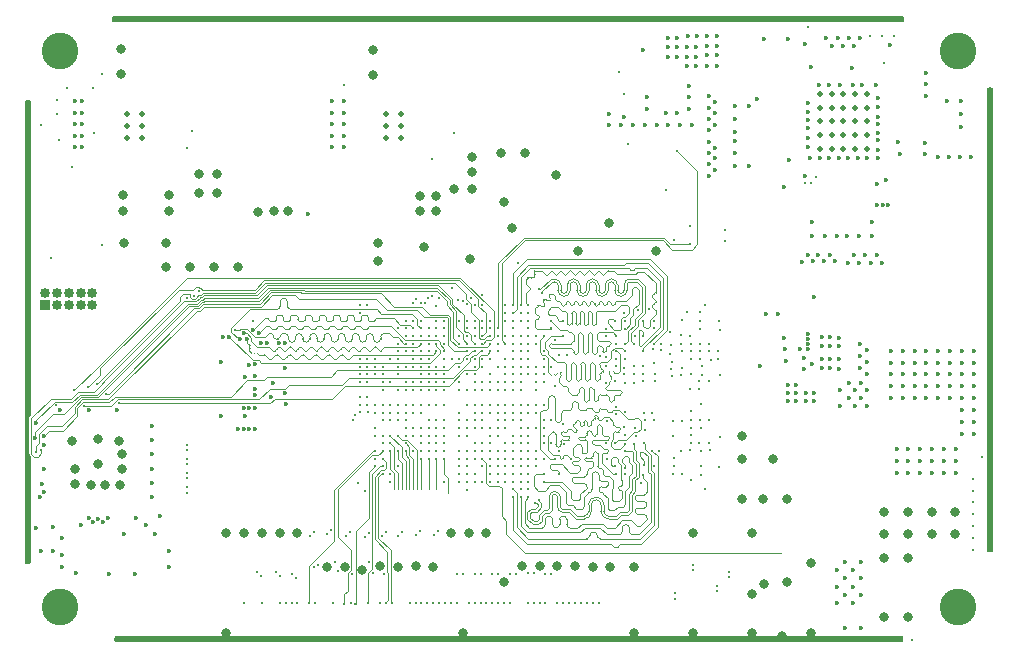
<source format=gbr>
%TF.GenerationSoftware,KiCad,Pcbnew,7.99.0-2419-g7f14b70ac3*%
%TF.CreationDate,2023-09-02T02:09:12+02:00*%
%TF.ProjectId,DQBSC,44514253-432e-46b6-9963-61645f706362,rev?*%
%TF.SameCoordinates,Original*%
%TF.FileFunction,Copper,L5,Inr*%
%TF.FilePolarity,Positive*%
%FSLAX46Y46*%
G04 Gerber Fmt 4.6, Leading zero omitted, Abs format (unit mm)*
G04 Created by KiCad (PCBNEW 7.99.0-2419-g7f14b70ac3) date 2023-09-02 02:09:12*
%MOMM*%
%LPD*%
G01*
G04 APERTURE LIST*
%TA.AperFunction,ComponentPad*%
%ADD10R,0.850000X0.850000*%
%TD*%
%TA.AperFunction,ComponentPad*%
%ADD11O,0.850000X0.850000*%
%TD*%
%TA.AperFunction,ComponentPad*%
%ADD12C,0.500000*%
%TD*%
%TA.AperFunction,ComponentPad*%
%ADD13C,3.100000*%
%TD*%
%TA.AperFunction,ViaPad*%
%ADD14C,0.300000*%
%TD*%
%TA.AperFunction,ViaPad*%
%ADD15C,0.800000*%
%TD*%
%TA.AperFunction,ViaPad*%
%ADD16C,0.360000*%
%TD*%
%TA.AperFunction,Conductor*%
%ADD17C,0.110000*%
%TD*%
G04 APERTURE END LIST*
D10*
%TO.N,Net-(J2-Pin_1)*%
%TO.C,J2*%
X60309281Y-102983614D03*
D11*
%TO.N,JTAG_TMS*%
X60309281Y-101983614D03*
%TO.N,GND*%
X61309281Y-102983614D03*
%TO.N,JTAG_TCK*%
X61309281Y-101983614D03*
%TO.N,GND*%
X62309281Y-102983614D03*
%TO.N,JTAG_TDO*%
X62309281Y-101983614D03*
%TO.N,Net-(J2-Pin_7)*%
X63309281Y-102983614D03*
%TO.N,JTAG_TDI*%
X63309281Y-101983614D03*
%TO.N,Net-(J2-Pin_9)*%
X64309281Y-102983614D03*
%TO.N,Net-(D2-K)*%
X64309281Y-101983614D03*
%TD*%
D12*
%TO.N,GND*%
%TO.C,U9*%
X67245000Y-86845000D03*
X67245000Y-87845000D03*
X67245000Y-88845000D03*
X68545000Y-86845000D03*
X68545000Y-87845000D03*
X68545000Y-88845000D03*
%TD*%
D13*
%TO.N,Net-(C4-Pad1)*%
%TO.C,H3*%
X61565481Y-81545014D03*
%TD*%
%TO.N,Net-(C3-Pad1)*%
%TO.C,H1*%
X137565481Y-81545014D03*
%TD*%
%TO.N,Net-(C5-Pad1)*%
%TO.C,H2*%
X61565481Y-128545014D03*
%TD*%
D12*
%TO.N,GND*%
%TO.C,U8*%
X125893462Y-85120028D03*
X125893462Y-86295028D03*
X125893462Y-87470028D03*
X125893462Y-88645028D03*
X125893462Y-89820028D03*
X126893462Y-85120028D03*
X126893462Y-86295028D03*
X126893462Y-87470028D03*
X126893462Y-88645028D03*
X126893462Y-89820028D03*
X127893462Y-85120028D03*
X127893462Y-86295028D03*
X127893462Y-87470028D03*
X127893462Y-88645028D03*
X127893462Y-89820028D03*
X128893462Y-85120028D03*
X128893462Y-86295028D03*
X128893462Y-87470028D03*
X128893462Y-88645028D03*
X128893462Y-89820028D03*
X129893462Y-85120028D03*
X129893462Y-86295028D03*
X129893462Y-87470028D03*
X129893462Y-88645028D03*
X129893462Y-89820028D03*
%TD*%
D13*
%TO.N,Net-(C6-Pad1)*%
%TO.C,H4*%
X137565481Y-128545014D03*
%TD*%
D12*
%TO.N,GND*%
%TO.C,U10*%
X89154000Y-86845000D03*
X89154000Y-87845000D03*
X89154000Y-88845000D03*
X90454000Y-86845000D03*
X90454000Y-87845000D03*
X90454000Y-88845000D03*
%TD*%
D14*
%TO.N,*%
X102520000Y-108230400D03*
%TO.N,GND*%
X140318681Y-120409414D03*
X58693462Y-96720028D03*
X88665481Y-128255014D03*
D15*
X66711000Y-83434000D03*
D14*
X62585000Y-91330400D03*
X114895000Y-110101400D03*
D16*
X128793462Y-98770028D03*
X116543462Y-92057528D03*
D14*
X96020000Y-108880400D03*
X104693462Y-78720028D03*
D16*
X129893462Y-110220028D03*
D14*
X72685081Y-131376614D03*
D16*
X122943462Y-106770028D03*
D14*
X58683081Y-92902214D03*
X140343462Y-108370028D03*
D16*
X126443462Y-80370028D03*
D14*
X58693462Y-101720028D03*
X92770000Y-112780400D03*
X71693462Y-78720028D03*
X62120000Y-84630400D03*
X111776400Y-106730000D03*
D15*
X88047000Y-81461000D03*
D14*
X140343462Y-104370028D03*
D16*
X130193462Y-99420028D03*
D14*
X117435000Y-105148400D03*
D15*
X95665481Y-130745014D03*
D16*
X134818462Y-90225028D03*
D14*
X140318681Y-114409414D03*
X89520000Y-111480400D03*
X103495000Y-105955400D03*
X91470000Y-107580400D03*
X101220000Y-104980400D03*
D15*
X125165481Y-124900514D03*
X137365481Y-120520028D03*
D14*
X100570000Y-108880400D03*
D16*
X135870000Y-90470400D03*
D15*
X108165481Y-125233014D03*
D14*
X96020000Y-116030400D03*
X140318681Y-117409414D03*
X99270000Y-110180400D03*
X140318681Y-122409414D03*
X92120000Y-108230400D03*
X140343462Y-101415014D03*
X140320000Y-85230400D03*
X129693462Y-131370028D03*
X140320000Y-89430400D03*
D15*
X115165481Y-122345014D03*
D14*
X58693462Y-97720028D03*
X88693462Y-131370028D03*
X99270000Y-111480400D03*
X106165481Y-128255014D03*
X96020000Y-107580400D03*
D15*
X121093462Y-119470028D03*
D16*
X129243462Y-99420028D03*
D14*
X90693462Y-78720028D03*
X97320000Y-113430400D03*
X58683081Y-93902214D03*
X91693462Y-78720028D03*
D16*
X61730962Y-124220028D03*
D14*
X108923000Y-83253014D03*
X138843462Y-120720028D03*
X97320000Y-109530400D03*
X132138591Y-80221514D03*
X58693462Y-122720028D03*
X58693462Y-98720028D03*
X122693462Y-78720028D03*
X97320000Y-112130400D03*
X58693462Y-117720028D03*
X86693462Y-131370028D03*
D16*
X124855962Y-98820028D03*
D15*
X137365481Y-122395014D03*
D14*
X114133000Y-105529400D03*
X80693462Y-131370028D03*
X110196000Y-109593400D03*
X140320000Y-86230400D03*
D16*
X128343462Y-80370028D03*
D15*
X96165481Y-122345014D03*
D14*
X116693462Y-131370028D03*
D15*
X106665481Y-125233014D03*
D14*
X88220000Y-114080400D03*
X123693462Y-78720028D03*
X95693462Y-78720028D03*
D16*
X79100000Y-106225000D03*
D14*
X87693462Y-131370028D03*
X131693462Y-131370028D03*
X117844700Y-97588400D03*
X58693462Y-120720028D03*
X101220000Y-103680400D03*
D16*
X127593462Y-111570028D03*
D14*
X127693462Y-131370028D03*
X90820000Y-114080400D03*
X115784000Y-107561400D03*
X92770000Y-108230400D03*
X58683081Y-86902214D03*
D15*
X115165481Y-130745014D03*
D16*
X117043462Y-90607528D03*
X124878462Y-106733429D03*
X136825000Y-90470400D03*
D14*
X96020000Y-104330400D03*
D15*
X66818462Y-115670028D03*
D14*
X138843462Y-121720028D03*
X119693462Y-131370028D03*
X58683081Y-90902214D03*
X90170000Y-106930400D03*
D16*
X128893462Y-110220028D03*
D14*
X101870000Y-113430400D03*
D15*
X96290481Y-99095014D03*
D14*
X101870000Y-108880400D03*
X99270000Y-114730400D03*
X108545000Y-109466400D03*
X129621481Y-78747814D03*
D15*
X97665481Y-122345014D03*
D16*
X127393462Y-80370028D03*
D14*
X132693462Y-131370028D03*
X130693462Y-131370028D03*
X93420000Y-104330400D03*
X140343462Y-107370028D03*
X140343462Y-112370028D03*
X85693462Y-78720028D03*
D15*
X92390481Y-98120014D03*
D14*
X102520000Y-116030400D03*
X114937279Y-105665169D03*
D15*
X131365481Y-129395014D03*
D14*
X125621481Y-78747814D03*
X118693462Y-131370028D03*
D16*
X117043462Y-87757528D03*
D14*
X114693462Y-78720028D03*
D15*
X64793462Y-116470028D03*
D14*
X124863462Y-79445014D03*
D16*
X70780962Y-123820028D03*
D14*
X79693462Y-78720028D03*
D16*
X126255962Y-99320028D03*
D14*
X89520000Y-117330400D03*
D15*
X66711000Y-81334000D03*
X123093462Y-126470028D03*
D14*
X108672000Y-107561400D03*
D15*
X88665481Y-125080400D03*
X102165481Y-125106014D03*
D14*
X140343462Y-105370028D03*
X58693462Y-107720028D03*
X87420000Y-118780400D03*
X99920000Y-107580400D03*
X117693462Y-78720028D03*
X103693462Y-131370028D03*
X140343462Y-90370028D03*
X109693462Y-131370028D03*
D15*
X108005000Y-96043000D03*
D14*
X140320000Y-88630400D03*
X96670000Y-117330400D03*
D16*
X77100000Y-113525000D03*
X124878462Y-105896627D03*
D14*
X72693462Y-78720028D03*
D16*
X62930962Y-125720028D03*
D15*
X65365481Y-118245014D03*
D14*
X94070000Y-114730400D03*
X140318681Y-123409414D03*
D16*
X129893462Y-106820028D03*
D14*
X92120000Y-112130400D03*
X91470000Y-104330400D03*
X97320000Y-111480400D03*
X95370000Y-109530400D03*
X140343462Y-92370028D03*
X109327626Y-103711393D03*
D15*
X62815481Y-118195014D03*
D16*
X131818462Y-80965028D03*
X126893462Y-81070028D03*
D14*
X96693462Y-131370028D03*
D15*
X66818462Y-116870028D03*
D14*
X89693462Y-78720028D03*
X96020000Y-110180400D03*
D16*
X124893462Y-106320028D03*
D14*
X97320000Y-114730400D03*
D16*
X131205962Y-94570028D03*
D14*
X68693462Y-78720028D03*
D16*
X128655962Y-82920028D03*
D14*
X58693462Y-95720028D03*
X92693462Y-131370028D03*
X86770000Y-118080400D03*
D15*
X100665481Y-125106014D03*
D16*
X134793462Y-89325028D03*
D14*
X99920000Y-105630400D03*
X86693462Y-78720028D03*
D15*
X105165481Y-125106014D03*
D16*
X124243462Y-106720028D03*
D14*
X90170000Y-108880400D03*
X99270000Y-108880400D03*
X113515481Y-97470014D03*
D15*
X88490481Y-97795014D03*
D14*
X99270000Y-117980400D03*
D15*
X110165481Y-125233014D03*
D14*
X58693462Y-102720028D03*
D15*
X99165210Y-126444400D03*
D16*
X130693462Y-98770028D03*
X82540000Y-95310400D03*
D14*
X130138591Y-80221514D03*
D16*
X69993462Y-120920028D03*
X128793462Y-81070028D03*
X75200000Y-112375000D03*
D15*
X110165481Y-130745014D03*
D16*
X127893462Y-81070028D03*
D14*
X58693462Y-116720028D03*
D16*
X80100000Y-106225000D03*
D14*
X107783000Y-105021400D03*
D16*
X129393462Y-109620028D03*
D14*
X140343462Y-100415014D03*
X97970000Y-114080400D03*
X97970000Y-113430400D03*
X113371000Y-107815400D03*
X92665481Y-128255014D03*
X58693462Y-112720028D03*
D16*
X131143462Y-99420028D03*
D14*
X87570000Y-103030400D03*
X95370000Y-110180400D03*
D15*
X85665481Y-125230400D03*
D14*
X89693462Y-131370028D03*
D16*
X78600000Y-106225000D03*
D15*
X64815481Y-114395014D03*
D16*
X117043462Y-89707528D03*
D14*
X104693462Y-131370028D03*
X95693462Y-131370028D03*
D15*
X119293462Y-114070028D03*
D16*
X138720000Y-90470400D03*
D15*
X125165481Y-130770028D03*
D14*
X116546000Y-109466400D03*
D16*
X129693462Y-98770028D03*
D15*
X133365481Y-129395014D03*
D16*
X124355962Y-99370028D03*
D14*
X124693462Y-131370028D03*
D16*
X65680962Y-125820028D03*
D14*
X140318681Y-121409414D03*
X86165481Y-128255014D03*
X116673000Y-107688400D03*
X88870000Y-112780400D03*
X100570000Y-103680400D03*
X58693462Y-99720028D03*
D15*
X133365481Y-122395014D03*
D14*
X94070000Y-110180400D03*
X76693462Y-131370028D03*
X58683081Y-91902214D03*
X123693462Y-131370028D03*
X104665481Y-128255014D03*
D16*
X125755962Y-98820028D03*
D15*
X93165481Y-125180400D03*
D14*
X113693462Y-131370028D03*
X58683081Y-85902214D03*
X77165481Y-128230400D03*
D15*
X122693462Y-131070028D03*
D14*
X140343462Y-93370028D03*
X58683081Y-87902214D03*
D16*
X129893462Y-107820028D03*
D14*
X58693462Y-100720028D03*
X117693462Y-131370028D03*
D15*
X99865481Y-96495014D03*
D14*
X105693462Y-78720028D03*
X140343462Y-110370028D03*
X138843462Y-119720028D03*
X70685081Y-131376614D03*
X83693462Y-131370028D03*
X99270000Y-117330400D03*
X93693462Y-131370028D03*
X140343462Y-102370028D03*
X100570000Y-113430400D03*
X100693462Y-131370028D03*
X94693462Y-131370028D03*
D15*
X88047000Y-83561000D03*
D14*
X120693462Y-131370028D03*
X58693462Y-119720028D03*
X101220000Y-118630400D03*
D16*
X63330962Y-121620028D03*
X126755962Y-98820028D03*
X60943462Y-123870028D03*
D14*
X138843462Y-123720028D03*
D16*
X129893462Y-108820028D03*
D14*
X58693462Y-109720028D03*
X94070000Y-112780400D03*
D16*
X117043462Y-85857528D03*
D15*
X123093462Y-119470028D03*
D14*
X83693462Y-78720028D03*
X108672000Y-106291400D03*
D16*
X120565481Y-85577528D03*
D14*
X94693462Y-78720028D03*
D15*
X84165481Y-125230400D03*
D14*
X140343462Y-113370028D03*
X87693462Y-78720028D03*
X58693462Y-103720028D03*
D15*
X135365481Y-122395014D03*
D14*
X85620000Y-84370400D03*
D15*
X131365481Y-120520028D03*
D14*
X101665481Y-128255014D03*
X60779281Y-99043614D03*
D16*
X67930962Y-125820028D03*
X116543462Y-91107528D03*
X116493462Y-89207528D03*
D14*
X120693462Y-78720028D03*
X75693462Y-131370028D03*
D16*
X77546846Y-108071846D03*
D14*
X102520000Y-114730400D03*
X140318681Y-116409414D03*
X77693462Y-78720028D03*
X82693462Y-131370028D03*
X98693462Y-131370028D03*
D15*
X88448623Y-99252496D03*
D14*
X92120000Y-114730400D03*
X81693462Y-78720028D03*
X131621481Y-78747814D03*
D16*
X117043462Y-86757528D03*
D14*
X115784000Y-103624400D03*
X75693462Y-78720028D03*
X97693462Y-131370028D03*
X140318681Y-119409414D03*
X108693462Y-131370028D03*
D16*
X128293462Y-99470028D03*
D14*
X108693462Y-78720028D03*
D16*
X69630962Y-122420028D03*
D14*
X93420000Y-110180400D03*
X86920000Y-103680400D03*
X140343462Y-103370028D03*
X94070000Y-108230400D03*
D16*
X132505962Y-89220028D03*
D14*
X110693462Y-131370028D03*
X140343462Y-109370028D03*
X101693462Y-131370028D03*
X88220000Y-111480400D03*
X102693462Y-131370028D03*
D15*
X70509481Y-99833014D03*
D16*
X128893462Y-111570028D03*
X123255962Y-90720028D03*
D14*
X64320000Y-84630400D03*
X97320000Y-110180400D03*
D16*
X137780000Y-90470400D03*
X124893462Y-105470028D03*
D14*
X91470000Y-114080400D03*
X90820000Y-111480400D03*
D15*
X105455000Y-98443000D03*
D14*
X73693462Y-78720028D03*
D16*
X116543462Y-88207528D03*
D14*
X90170000Y-104980400D03*
X97970000Y-104330400D03*
X108626800Y-112216400D03*
X111847000Y-104975900D03*
X90170000Y-106280400D03*
X78693462Y-131370028D03*
D16*
X121193462Y-80497528D03*
X134893462Y-84277528D03*
X134893462Y-83377528D03*
D14*
X78665481Y-128255014D03*
D16*
X129893462Y-111570028D03*
D14*
X99693462Y-78720028D03*
D15*
X112005000Y-98443000D03*
D14*
X66693462Y-78720028D03*
D15*
X135365481Y-120520028D03*
D16*
X130755962Y-94570028D03*
D14*
X140343462Y-111370028D03*
D16*
X120868462Y-108170028D03*
D14*
X58693462Y-114720028D03*
D15*
X119293462Y-119470028D03*
X103665481Y-125106014D03*
D14*
X138843462Y-122720028D03*
D15*
X62615481Y-114545014D03*
D14*
X103693462Y-78720028D03*
X92770000Y-114730400D03*
X67693462Y-78720028D03*
D15*
X76605481Y-99833014D03*
D14*
X70693462Y-78720028D03*
X69693462Y-78720028D03*
X115693462Y-78720028D03*
X83165481Y-128255014D03*
X101220000Y-117330400D03*
X105693462Y-131370028D03*
X112693462Y-78720028D03*
D16*
X124643462Y-92050028D03*
D14*
X99270000Y-112130400D03*
X74693462Y-78720028D03*
X93420000Y-108230400D03*
D15*
X120143462Y-127470028D03*
X133365481Y-124395014D03*
X75590481Y-122345014D03*
D14*
X98693462Y-78720028D03*
X109615481Y-89345014D03*
D16*
X66993462Y-122420028D03*
D15*
X87170000Y-125430400D03*
D14*
X61480000Y-89055400D03*
X92770000Y-107580400D03*
X92120000Y-106930400D03*
X99270000Y-103030400D03*
D15*
X90165481Y-125230400D03*
D14*
X67685081Y-131376614D03*
X96670000Y-114730400D03*
D15*
X75590481Y-130745014D03*
D14*
X61320000Y-86830400D03*
X106693462Y-131370028D03*
D16*
X122318462Y-103770028D03*
D14*
X58693462Y-104720028D03*
D16*
X116543462Y-87257528D03*
D14*
X88870000Y-109530400D03*
X111847000Y-107942400D03*
X122693462Y-131370028D03*
X140343462Y-94370028D03*
X116693462Y-78720028D03*
X100332219Y-99461752D03*
X93420000Y-114730400D03*
X113693462Y-78720028D03*
D15*
X120165481Y-130745014D03*
D14*
X93420000Y-112780400D03*
X114693462Y-131370028D03*
X100570000Y-109530400D03*
X101220000Y-112130400D03*
X99693462Y-131370028D03*
X89520000Y-107580400D03*
D16*
X128393462Y-109620028D03*
X131705962Y-94570028D03*
D14*
X68685081Y-131376614D03*
D15*
X80165481Y-122345014D03*
D14*
X99270000Y-103680400D03*
X97970000Y-114730400D03*
X100693462Y-78720028D03*
D15*
X119293462Y-116070028D03*
D14*
X140343462Y-106370028D03*
X101693462Y-78720028D03*
X96020000Y-112780400D03*
D16*
X70780962Y-125220028D03*
D14*
X117434996Y-108958400D03*
X97970000Y-107580400D03*
X92120000Y-111480400D03*
D15*
X133365481Y-120520028D03*
D16*
X116493462Y-85357528D03*
D14*
X139643462Y-115870028D03*
X97970000Y-117330400D03*
X130621481Y-78747814D03*
D16*
X61730962Y-125220028D03*
D14*
X58693462Y-110720028D03*
D15*
X91670000Y-125130400D03*
D14*
X100570000Y-116680400D03*
X101220000Y-107580400D03*
X95370000Y-117980400D03*
X99920000Y-114080400D03*
X99270000Y-115380400D03*
D16*
X79600000Y-109625000D03*
D14*
X90693462Y-131370028D03*
X102693462Y-78720028D03*
D15*
X131365481Y-124395014D03*
D14*
X131138591Y-80221514D03*
X140320000Y-87830400D03*
D16*
X116543462Y-90157528D03*
D14*
X58693462Y-115720028D03*
D16*
X68843462Y-121620028D03*
D14*
X140343462Y-95370028D03*
D16*
X127593462Y-110220028D03*
D14*
X107693462Y-78720028D03*
D16*
X78100000Y-113525000D03*
D14*
X131313462Y-82495014D03*
D15*
X72541481Y-99833014D03*
D14*
X84665481Y-128255014D03*
X91693462Y-131370028D03*
D16*
X125305962Y-99320028D03*
D14*
X82693462Y-78720028D03*
X58683081Y-88902214D03*
X99920000Y-116680400D03*
D16*
X122880000Y-93030400D03*
D14*
X109693462Y-78720028D03*
X111693462Y-78720028D03*
X117308000Y-106926400D03*
X69685081Y-131376614D03*
D16*
X129293462Y-80370028D03*
D14*
X121693462Y-78720028D03*
X126621481Y-78747814D03*
X128621481Y-78747814D03*
D15*
X121165481Y-126645014D03*
D14*
X88693462Y-78720028D03*
X121693462Y-131370028D03*
X102520000Y-111480400D03*
X100570000Y-118630400D03*
X77693462Y-131370028D03*
X93693462Y-78720028D03*
X117844700Y-96638400D03*
X61320000Y-85630400D03*
X140318681Y-115409414D03*
X91470000Y-108230400D03*
D16*
X129293462Y-107320028D03*
D14*
X91165481Y-128255014D03*
X140320000Y-87030400D03*
X133693462Y-131370028D03*
D16*
X116543462Y-86307528D03*
D14*
X59965481Y-87745014D03*
D16*
X61730962Y-122720028D03*
D14*
X80693462Y-78720028D03*
X124621481Y-78747814D03*
X107693462Y-131370028D03*
D15*
X81665481Y-122345014D03*
D14*
X138843462Y-117720028D03*
X127621481Y-78747814D03*
X111693462Y-131370028D03*
D15*
X131365481Y-122395014D03*
X94665481Y-122345014D03*
D16*
X80700000Y-111425000D03*
D14*
X78693462Y-78720028D03*
X76693462Y-78720028D03*
X107275000Y-107307400D03*
X89520000Y-112780400D03*
X79693462Y-131370028D03*
X71685081Y-131376614D03*
X84693462Y-131370028D03*
D15*
X121893462Y-116070028D03*
D14*
X58693462Y-113720028D03*
X97693462Y-78720028D03*
X115693462Y-131370028D03*
X90170000Y-111480400D03*
D15*
X64165481Y-118245014D03*
D14*
X58693462Y-121720028D03*
D15*
X74573481Y-99833014D03*
D16*
X129293462Y-108320028D03*
D14*
X140318681Y-118409414D03*
X113303000Y-106374200D03*
X132621481Y-78747814D03*
D15*
X66953481Y-97801014D03*
D14*
X110243000Y-105624200D03*
X91470000Y-113430400D03*
X58683081Y-94902214D03*
D16*
X80600000Y-106225000D03*
D14*
X65120000Y-83430400D03*
X112693462Y-131370028D03*
X58683081Y-89902214D03*
X92120000Y-107580400D03*
D15*
X77165481Y-122345014D03*
D14*
X58693462Y-111720028D03*
X106693462Y-78720028D03*
X96693462Y-78720028D03*
X92120000Y-110180400D03*
X115657000Y-109466400D03*
D16*
X129293462Y-106320028D03*
D14*
X97165481Y-128255014D03*
X81665481Y-128230400D03*
X110196000Y-108196400D03*
X110693462Y-78720028D03*
D15*
X66565481Y-114545014D03*
D14*
X58693462Y-124720028D03*
D16*
X127205962Y-99320028D03*
D14*
X90170000Y-110180400D03*
X119693462Y-78720028D03*
X58693462Y-123720028D03*
X94165481Y-128255014D03*
D16*
X117043462Y-91607528D03*
D14*
X58693462Y-108720028D03*
X109290481Y-85120014D03*
X99270000Y-108230400D03*
X99270000Y-112780400D03*
X58693462Y-105720028D03*
D16*
X80650000Y-108375000D03*
D14*
X80165481Y-128230400D03*
X95370000Y-112780400D03*
X84693462Y-78720028D03*
X118693462Y-78720028D03*
X99270000Y-109530400D03*
D16*
X134893462Y-85277528D03*
D15*
X78665481Y-122345014D03*
D14*
X92693462Y-78720028D03*
D15*
X66615481Y-118245014D03*
D14*
X98665481Y-128255014D03*
X138843462Y-118720028D03*
X97320000Y-112780400D03*
X66685081Y-131376614D03*
D15*
X62793462Y-116870028D03*
D14*
X100570000Y-112130400D03*
D16*
X129393462Y-110870028D03*
D14*
X74685081Y-131376614D03*
X81693462Y-131370028D03*
D15*
X120165481Y-122345014D03*
D14*
X73685081Y-131376614D03*
X91470000Y-111480400D03*
D15*
X70509481Y-97801014D03*
D14*
X95370000Y-108230400D03*
X58693462Y-118720028D03*
X101870000Y-112130400D03*
X58693462Y-106720028D03*
X85693462Y-131370028D03*
D16*
X128393462Y-110870028D03*
D14*
X140343462Y-91370028D03*
%TO.N,GBE0_MDI3_N*%
X72330962Y-118895028D03*
%TO.N,GBE0_MDI3_P*%
X72330962Y-118445028D03*
D16*
%TO.N,/IO/LED0*%
X64793462Y-121120028D03*
%TO.N,/IO/LED1*%
X64393462Y-121370028D03*
D14*
%TO.N,GBE0_MDI2_N*%
X72330962Y-117695028D03*
%TO.N,GBE0_MDI2_P*%
X72330962Y-117245028D03*
%TO.N,/MPU/VDDA_0P9*%
X97970000Y-108880400D03*
%TO.N,GBE0_MDI1_N*%
X72330962Y-116495028D03*
%TO.N,GBE0_MDI1_P*%
X72330962Y-116045028D03*
%TO.N,GBE0_MDI0_N*%
X72330962Y-115295028D03*
%TO.N,GBE0_MDI0_P*%
X72330962Y-114845028D03*
D16*
%TO.N,3.3V_SW*%
X115420981Y-82803014D03*
X137393462Y-116245028D03*
X133918462Y-108895028D03*
X128693462Y-84407528D03*
X134918462Y-110895028D03*
X115420981Y-82003014D03*
X136918462Y-109895028D03*
X133918462Y-106895028D03*
X131918462Y-109895028D03*
X127493462Y-90557528D03*
X130843462Y-85470028D03*
X129493462Y-84407528D03*
X115420981Y-81203014D03*
X138918462Y-112895028D03*
X133393462Y-117245028D03*
X137918462Y-113895028D03*
X137918462Y-110895028D03*
X138918462Y-111895028D03*
X130843462Y-90557528D03*
X125383462Y-102345028D03*
X134393462Y-116245028D03*
X124893462Y-89670028D03*
X138918462Y-113895028D03*
X113820981Y-81203014D03*
X132918462Y-110895028D03*
X117156481Y-82775014D03*
X123193462Y-80497528D03*
X135918462Y-106895028D03*
X127638838Y-84403766D03*
X135918462Y-107895028D03*
X133918462Y-109895028D03*
X133393462Y-115245028D03*
X138918462Y-109895028D03*
X132393462Y-115245028D03*
D14*
X112865481Y-93245014D03*
D16*
X136918462Y-107895028D03*
X116356481Y-81075014D03*
X134918462Y-106895028D03*
X131918462Y-107895028D03*
X135393462Y-117245028D03*
X130843462Y-87057528D03*
X117156481Y-80275014D03*
X122893462Y-105770028D03*
X113820981Y-82003014D03*
X131918462Y-108895028D03*
X136918462Y-110895028D03*
X136393462Y-117245028D03*
X116356481Y-81875014D03*
X113020981Y-80403014D03*
X115467481Y-80275014D03*
X113020981Y-82003014D03*
X137918462Y-109895028D03*
X124893462Y-88070028D03*
X136918462Y-108895028D03*
X136393462Y-116245028D03*
X131918462Y-110895028D03*
X130843462Y-87670028D03*
X135393462Y-116245028D03*
X129893462Y-90557528D03*
X125793462Y-84420028D03*
X124893462Y-87357528D03*
X138918462Y-107895028D03*
X114620981Y-81203014D03*
X137918462Y-107895028D03*
X113020981Y-81203014D03*
X134393462Y-115245028D03*
X137918462Y-112895028D03*
X129093462Y-90557528D03*
X117156481Y-81075014D03*
X131918462Y-106895028D03*
X137393462Y-117245028D03*
X137918462Y-108895028D03*
X116356481Y-82775014D03*
X132393462Y-116245028D03*
X116356481Y-80275014D03*
X117156481Y-81875014D03*
X130840643Y-89870028D03*
X124893462Y-85870028D03*
X114620981Y-82803014D03*
X114705481Y-80275014D03*
X134918462Y-108895028D03*
X135393462Y-115245028D03*
X121368462Y-103770028D03*
X126693462Y-84407528D03*
X136393462Y-115245028D03*
X128293462Y-90557528D03*
X126693462Y-90553941D03*
X132918462Y-108895028D03*
X138918462Y-108895028D03*
X135918462Y-110895028D03*
X135918462Y-109895028D03*
D14*
X114907200Y-96338400D03*
D16*
X130840643Y-89070028D03*
X136918462Y-106895028D03*
X137393462Y-115245028D03*
X132393462Y-117245028D03*
X134918462Y-107895028D03*
X133918462Y-107895028D03*
X134393462Y-117245028D03*
X124893462Y-86670028D03*
X130643462Y-84407528D03*
X132918462Y-109895028D03*
X124893462Y-88870028D03*
X133918462Y-110895028D03*
X125893462Y-90557528D03*
X137918462Y-111895028D03*
X132918462Y-106895028D03*
X138918462Y-110895028D03*
X137918462Y-106895028D03*
X135918462Y-108895028D03*
X130843462Y-86270028D03*
X134918462Y-109895028D03*
X113820981Y-80403014D03*
X130840643Y-88470028D03*
X133393462Y-116245028D03*
X114620981Y-82003014D03*
X125093462Y-90557528D03*
X132918462Y-107895028D03*
X138918462Y-106895028D03*
D14*
%TO.N,Net-(U3A-ZQ0)*%
X111440925Y-103375146D03*
%TO.N,I2C1_SCL*%
X89520000Y-114730400D03*
%TO.N,I2C1_SDA*%
X89520000Y-114080400D03*
%TO.N,I2C2_SCL*%
X90820000Y-115380400D03*
%TO.N,I2C2_SDA*%
X90170000Y-115380400D03*
%TO.N,I2C3_SCL*%
X90820000Y-114730400D03*
%TO.N,I2C3_SDA*%
X90170000Y-114080400D03*
%TO.N,Net-(U3A-ODT_CA_A)*%
X108672000Y-108196400D03*
%TO.N,Net-(U3A-ODT_CA_B)*%
X109439600Y-114045200D03*
%TO.N,UART2_TXD*%
X88870000Y-115380400D03*
X85640000Y-128340400D03*
%TO.N,UART2_RXD*%
X85125610Y-125573187D03*
%TO.N,UART1_TXD*%
X83045000Y-125180400D03*
%TO.N,UART1_RXD*%
X82665481Y-128255014D03*
X88220000Y-115380400D03*
D16*
%TO.N,/IO/ENET_2.5V_A*%
X69343462Y-115670028D03*
X69343462Y-119270028D03*
X69343462Y-116870028D03*
D14*
%TO.N,USB2_RX_N*%
X81556777Y-126147177D03*
%TO.N,USB2_RX_P*%
X81203223Y-125793623D03*
%TO.N,USB2_TX_N*%
X80186777Y-125987177D03*
%TO.N,USB2_TX_P*%
X79833223Y-125633623D03*
%TO.N,USB2_DP*%
X78263223Y-125633623D03*
D16*
%TO.N,VDD_1V*%
X61593462Y-111920028D03*
X69343462Y-113270028D03*
D14*
%TO.N,UART3_RXD*%
X84820000Y-124760400D03*
%TO.N,UART3_TXD*%
X83445000Y-125055400D03*
%TO.N,UART4_RXD*%
X88220000Y-116030400D03*
%TO.N,NVCC_DRAM_1V1*%
X111878000Y-112775200D03*
X100570000Y-112780400D03*
X101220000Y-117980400D03*
X109388800Y-117347200D03*
D16*
X128193462Y-97157528D03*
D14*
X114207000Y-117353000D03*
X113445000Y-117302200D03*
D16*
X129243462Y-97157528D03*
D14*
X111974000Y-108831400D03*
X115784000Y-104386400D03*
X100570000Y-104330400D03*
X115657000Y-110101400D03*
X107783000Y-108196400D03*
X101870000Y-110180400D03*
X112487600Y-106831600D03*
X101220000Y-114080400D03*
X101870000Y-116030400D03*
X109434000Y-107561400D03*
X101220000Y-106280400D03*
X114133000Y-106291400D03*
X99920000Y-112130400D03*
X107864800Y-116026400D03*
X111878500Y-116641800D03*
X109439600Y-112064000D03*
X113423146Y-114067054D03*
X112276600Y-115371800D03*
X113548400Y-115979600D03*
X111847000Y-104386400D03*
X101220000Y-108880400D03*
X114260000Y-104259400D03*
X107915600Y-112826000D03*
X101870000Y-106280400D03*
X113323912Y-108404900D03*
X101220000Y-108230400D03*
X100570000Y-117980400D03*
X107783000Y-105656400D03*
X110760400Y-118109200D03*
X99920000Y-110180400D03*
X110303200Y-114096000D03*
X109434000Y-104386400D03*
X101220000Y-104330400D03*
X110504387Y-103467404D03*
X101220000Y-114730400D03*
X109434000Y-109593400D03*
X115680200Y-114660600D03*
D16*
X130343462Y-95957528D03*
X130343462Y-97157528D03*
D14*
X113244000Y-107180400D03*
X101220000Y-116030400D03*
X115799033Y-111402882D03*
X99920000Y-111480400D03*
X112482000Y-106291400D03*
D16*
X132648462Y-90220028D03*
D14*
X107783000Y-109593400D03*
X115843000Y-117374200D03*
X113452800Y-112826000D03*
X115784000Y-106926400D03*
X108654088Y-111622900D03*
%TO.N,DRAM_DQ21*%
X99920000Y-119280400D03*
X111717800Y-115371800D03*
%TO.N,DRAM_DQ19*%
X103495000Y-116030400D03*
X108525200Y-114705600D03*
%TO.N,DRAM_DQ25*%
X117356600Y-116692600D03*
X99920000Y-117330400D03*
%TO.N,DRAM_DQ24*%
X116188200Y-118572200D03*
X100570000Y-117330400D03*
%TO.N,Net-(U1A-MIPI_VDD1)*%
X89520000Y-109530400D03*
%TO.N,DRAM_DQ26*%
X99920000Y-117980400D03*
X116594600Y-115270200D03*
%TO.N,DRAM_DQ28*%
X114969000Y-114660600D03*
X100570000Y-114730400D03*
%TO.N,DRAM_DQ27*%
X99920000Y-116030400D03*
X116543800Y-114660600D03*
%TO.N,DRAM_DQ30*%
X100570000Y-115380400D03*
X114969000Y-117824200D03*
%TO.N,DRAM_DQ15*%
X113244000Y-105275400D03*
X100570000Y-108230400D03*
%TO.N,DRAM_DQ12*%
X100570000Y-107580400D03*
X114260000Y-106926400D03*
%TO.N,DRAM_DQ14*%
X114672000Y-103580400D03*
X100570000Y-106930400D03*
%TO.N,DRAM_DQ11*%
X116546000Y-106926400D03*
X99920000Y-106280400D03*
%TO.N,DRAM_DQ9*%
X117339000Y-104342400D03*
X99920000Y-104980400D03*
%TO.N,DRAM_DQ10*%
X99920000Y-104330400D03*
X116546000Y-106291400D03*
%TO.N,DRAM_DQ4*%
X99920000Y-103680400D03*
X110958000Y-106926400D03*
%TO.N,DRAM_DQ6*%
X100570000Y-103030400D03*
X110958000Y-105656400D03*
%TO.N,DRAM_DQ22*%
X100570000Y-119280400D03*
X111032000Y-116540200D03*
%TO.N,DRAM_DQ23*%
X110963600Y-117429200D03*
X101220000Y-119280400D03*
%TO.N,DRAM_DQS3_P*%
X101220000Y-116680400D03*
X115832600Y-115371800D03*
%TO.N,DRAM_DM3*%
X100570000Y-116030400D03*
X115843000Y-116674200D03*
%TO.N,DRAMREF*%
X100570000Y-110180400D03*
%TO.N,DRAM_DQ13*%
X101220000Y-106930400D03*
X115022000Y-106926400D03*
%TO.N,DRAM_DM1*%
X100570000Y-106280400D03*
X115784000Y-105021400D03*
%TO.N,DRAM_DQS1_P*%
X101220000Y-105630400D03*
X115784000Y-106291400D03*
%TO.N,DRAM_DQ8*%
X100570000Y-105630400D03*
X116170000Y-103030400D03*
%TO.N,DRAM_DQ7*%
X110958000Y-104386400D03*
X101220000Y-103030400D03*
%TO.N,DRAM_DQS2_N*%
X101761000Y-119791400D03*
X110193800Y-114762200D03*
%TO.N,DRAM_DQS2_P*%
X102116600Y-119537400D03*
X109417100Y-115394300D03*
%TO.N,DRAM_DQS3_N*%
X114918200Y-115321000D03*
X101870000Y-116680400D03*
%TO.N,DRAM_nCS0_B*%
X101220000Y-113430400D03*
X111065200Y-112775200D03*
%TO.N,DRAM_CKE0_A*%
X101870000Y-109530400D03*
X110958000Y-109466400D03*
%TO.N,DRAM_DQS1_N*%
X101870000Y-105630400D03*
X115022000Y-106291400D03*
%TO.N,DRAM_DQS0_P*%
X102398564Y-101979764D03*
X109434000Y-106291400D03*
%TO.N,DRAM_DQS0_N*%
X110196000Y-106291400D03*
X102087436Y-101668636D03*
%TO.N,DRAM_DQ16*%
X103820000Y-117330400D03*
X108626800Y-117347200D03*
%TO.N,DRAM_DM2*%
X102520000Y-117330400D03*
X109439600Y-116788400D03*
%TO.N,DRAM_DQ18*%
X104795000Y-116030400D03*
X109388800Y-114756400D03*
%TO.N,PMIC_SCL*%
X90820000Y-113430400D03*
%TO.N,DRAM_nCS1_B*%
X110244600Y-113390600D03*
X102520000Y-114080400D03*
%TO.N,DRAM_CKE0_B*%
X111014400Y-112165600D03*
X102520000Y-112780400D03*
%TO.N,DRAM_CA0_A*%
X102520000Y-108880400D03*
X109307000Y-108323400D03*
%TO.N,DRAM_CA2_A*%
X104470000Y-107255400D03*
X114260000Y-108323400D03*
%TO.N,DRAM_DQ3*%
X102520000Y-105630400D03*
X108672000Y-106926400D03*
%TO.N,DRAM_DM0*%
X109434000Y-105021400D03*
X103170000Y-104980400D03*
%TO.N,DRAM_DQ1*%
X108672000Y-105656400D03*
X103170000Y-104330400D03*
%TO.N,DRAM_DQ17*%
X108576000Y-116686800D03*
X102520000Y-117980400D03*
%TO.N,DRAM_CA1_A*%
X102520000Y-109530400D03*
X109338000Y-108863600D03*
%TO.N,DRAM_CKE1_A*%
X103495000Y-109855400D03*
X111921000Y-109428200D03*
%TO.N,DRAM_CA5_A*%
X102520000Y-107580400D03*
X115911000Y-108958400D03*
%TO.N,DRAM_DQ2*%
X109434000Y-106926400D03*
X104145000Y-105630400D03*
%TO.N,DRAM_DQ0*%
X108545000Y-104386400D03*
X104145000Y-104330400D03*
%TO.N,Net-(U1K-PCIE2_RESREF)*%
X86920000Y-103030400D03*
D16*
%TO.N,Net-(L9-Pad1)*%
X126793462Y-106470028D03*
X127493462Y-108420028D03*
X127493462Y-106520028D03*
X126793462Y-108370028D03*
X126093462Y-105720028D03*
X126793462Y-105720028D03*
X126093462Y-108370028D03*
X126093462Y-106470028D03*
X127493462Y-107620028D03*
X126093462Y-107570028D03*
X127493462Y-105770028D03*
X126793462Y-107570028D03*
D14*
%TO.N,SPI1_MOSI*%
X88059603Y-125728030D03*
%TO.N,SPI2_SSO*%
X86286358Y-125796758D03*
%TO.N,UART4_TXD*%
X89520000Y-115380400D03*
%TO.N,QSPIA_CLE*%
X91470000Y-105630400D03*
%TO.N,SPI1_MISO*%
X88953443Y-125778717D03*
%TO.N,HDMI_TX3_P*%
X95665481Y-125780400D03*
%TO.N,PCIE2_RXN*%
X93165481Y-128255014D03*
%TO.N,SPI2_MISO*%
X87697277Y-124780400D03*
%TO.N,SPI2_SCLK*%
X86579507Y-128360400D03*
X88220000Y-116680400D03*
%TO.N,PCIE2_RXP*%
X93665481Y-128255014D03*
%TO.N,PCIE1_TXN*%
X96165481Y-128255014D03*
X92089500Y-102840400D03*
%TO.N,SPI1_SSO*%
X89670000Y-128230400D03*
X88870000Y-117330400D03*
%TO.N,PCIE1_TXP*%
X96665481Y-128255014D03*
X92477660Y-102808098D03*
%TO.N,HDMI_TX2_P*%
X96665481Y-125780400D03*
%TO.N,PCIE2_REF_CLKN*%
X94665481Y-128274553D03*
%TO.N,PCIE2_REF_CLKP*%
X95165481Y-128274553D03*
%TO.N,QSPIA_SCLK*%
X90820000Y-106930400D03*
%TO.N,Net-(U1B-ZQ_{slash}_ZQ_{slash}_ZQ)*%
X100570000Y-111480400D03*
%TO.N,NAND_DATA0*%
X90820000Y-106280400D03*
X76351481Y-105167014D03*
%TO.N,BT_DEV_WAKE*%
X90820000Y-105630400D03*
%TO.N,QSPIA_nSS0 *%
X72308000Y-102416000D03*
X91470000Y-106930400D03*
%TO.N,NAND_nCE3*%
X91470000Y-106280400D03*
%TO.N,NAND_DATA2*%
X91470000Y-104980400D03*
D16*
X77936782Y-105121575D03*
D14*
%TO.N,PCIE1_RXP*%
X91720000Y-102540400D03*
X97665481Y-128255014D03*
D16*
%TO.N,NAND_DATA1*%
X77100000Y-105421014D03*
D14*
X92120000Y-106280400D03*
%TO.N,SPI1_SCLK*%
X88870000Y-116030400D03*
X89170000Y-128230400D03*
D16*
%TO.N,NAND_DATA3*%
X75400000Y-105725000D03*
D14*
X92120000Y-105630400D03*
D16*
%TO.N,NAND_DATA5*%
X76780500Y-105929014D03*
D14*
X92120000Y-104980400D03*
%TO.N,USB1_SS_SEL*%
X92770000Y-106930400D03*
%TO.N,NAND_nREADY*%
X92770000Y-106280400D03*
%TO.N,NAND_nWP*%
X92770000Y-105630400D03*
%TO.N,SPI2_MOSI*%
X87665481Y-128255014D03*
X88870000Y-116680400D03*
%TO.N,GPIO15*%
X92120000Y-116030400D03*
%TO.N,NAND_nWE*%
X92770000Y-104980400D03*
%TO.N,PCIE1_REF_CLKP*%
X93082124Y-102272363D03*
X99665481Y-128255014D03*
%TO.N,NAND_DATA6*%
X93420000Y-106930400D03*
D16*
X77419500Y-105929014D03*
%TO.N,NAND_DATA4*%
X75900000Y-105725000D03*
D14*
X93420000Y-106280400D03*
%TO.N,SD2_nCD*%
X93420000Y-105630400D03*
%TO.N,GPIO13*%
X92770000Y-116030400D03*
%TO.N,GPIO14*%
X92770000Y-115380400D03*
%TO.N,SD2_CLK*%
X93420000Y-104980400D03*
%TO.N,SD1_CMD*%
X93397657Y-103084057D03*
D16*
X77600000Y-111725000D03*
D14*
%TO.N,SD1_CLK*%
X93683678Y-102432503D03*
%TO.N,NAND_DATA7*%
X94070000Y-106930400D03*
D16*
X78383481Y-105421014D03*
D14*
%TO.N,BT_HOST_WAKE*%
X94070000Y-106280400D03*
%TO.N,SD2_WP*%
X94070000Y-105630400D03*
%TO.N,HDMI_REFCLK_N*%
X98165481Y-125780400D03*
%TO.N,HDMI_REFCLK_P*%
X98665481Y-125780400D03*
%TO.N,GPIO11*%
X93420000Y-116030400D03*
%TO.N,GPIO12*%
X93420000Y-115380400D03*
%TO.N,SD2_CMD*%
X94070000Y-104980400D03*
%TO.N,ENET_MDIO*%
X94720000Y-107580400D03*
D16*
X59893462Y-119270028D03*
%TO.N,ENET_MDC*%
X60065481Y-118145014D03*
D14*
X94726595Y-101603748D03*
%TO.N,SD2_D1*%
X95370000Y-105630400D03*
%TO.N,HDMI_TX0_P*%
X99665481Y-125780400D03*
%TO.N,GPIO9*%
X94070000Y-116030400D03*
%TO.N,GPIO10*%
X94070000Y-115380400D03*
%TO.N,GPIO6*%
X95370000Y-116680400D03*
%TO.N,SD1_D4*%
X95246797Y-102594525D03*
%TO.N,ENET_TX_CTL*%
X95370000Y-107580400D03*
X61263462Y-111495014D03*
%TO.N,ENET_TD3*%
X95370000Y-106280400D03*
D16*
X59464769Y-114245726D03*
D14*
%TO.N,GPIO8*%
X95370000Y-115380400D03*
%TO.N,GPIO3*%
X95370000Y-117330400D03*
%TO.N,SD2_D3*%
X96020000Y-105630400D03*
%TO.N,SD2_D2*%
X96020000Y-104980400D03*
%TO.N,SD1_D5*%
X96020000Y-102961724D03*
%TO.N,SD1_D3*%
X95683466Y-102663995D03*
%TO.N,ENET_TD2*%
X96020000Y-106930400D03*
X59565481Y-115495014D03*
%TO.N,ENET_TD0*%
X96020000Y-106280400D03*
D16*
X59565481Y-113045014D03*
D14*
%TO.N,HDMI_TX1_P*%
X101665481Y-125730400D03*
%TO.N,GPIO4*%
X96020000Y-116680400D03*
%TO.N,ENET_TD1*%
X59989078Y-115270028D03*
X96670000Y-106280400D03*
%TO.N,SD2_nRST*%
X96670000Y-105630400D03*
%TO.N,CLK1_P*%
X96670000Y-104980400D03*
%TO.N,SD1_nRST*%
X96670000Y-103030400D03*
%TO.N,SD1_D6*%
X96377387Y-102436729D03*
%TO.N,JTAG_TCK*%
X97320000Y-116680400D03*
%TO.N,ENET_TXC*%
X96670000Y-106930400D03*
D16*
X60193462Y-114070028D03*
D14*
%TO.N,ENET_RXC*%
X97320000Y-106280400D03*
X62765481Y-110245014D03*
%TO.N,GPIO5*%
X96020000Y-115380400D03*
%TO.N,GPIO2*%
X96020000Y-117330400D03*
%TO.N,ENET_RX_CTL*%
X97320000Y-105630400D03*
X63965481Y-109945014D03*
%TO.N,CLK2_P*%
X97320000Y-104980400D03*
%TO.N,CLK1_N*%
X96670000Y-104330400D03*
%TO.N,SD1_STROBE*%
X97320000Y-103008014D03*
%TO.N,SD1_D7*%
X97330033Y-102184367D03*
%TO.N,JTAG_TDO*%
X97970000Y-116680400D03*
%TO.N,JTAG_nTRS*%
X97320000Y-115380400D03*
X65119800Y-97894800D03*
%TO.N,JTAG_MOD*%
X97970000Y-115380400D03*
%TO.N,ENET_RD0*%
X97320000Y-106930400D03*
X63593462Y-111545014D03*
%TO.N,ENET_RD2*%
X97970000Y-106280400D03*
X65474060Y-110553593D03*
%TO.N,ENET_RD1*%
X64665481Y-109695014D03*
X97970000Y-105630400D03*
%TO.N,CLK2_N*%
X97970000Y-104980400D03*
%TO.N,JTAG_TMS*%
X97970000Y-116030400D03*
%TO.N,BOOT_MODE1*%
X98620000Y-116030400D03*
%TO.N,QSPIA_IO1*%
X72892200Y-102212800D03*
%TO.N,Net-(U1H-TEST_MODE)*%
X98620000Y-115380400D03*
%TO.N,ENET_RD3*%
X66565481Y-111345014D03*
X97970000Y-106930400D03*
%TO.N,PMIC_ON_REQ*%
X98620000Y-106930400D03*
%TO.N,PMIC_STBY_REQ*%
X98620000Y-105630400D03*
%TO.N,JTAG_TDI*%
X99270000Y-116680400D03*
%TO.N,BOOT_MODE0*%
X99270000Y-116030400D03*
%TO.N,QSPIA_IO2*%
X73349400Y-101857200D03*
%TO.N,POR_B*%
X98620000Y-106280400D03*
%TO.N,ONOFF*%
X99270000Y-105630400D03*
%TO.N,/MPU/RTC_nRST*%
X99270000Y-106280400D03*
X113840481Y-89995014D03*
%TO.N,DRAM_DQ20*%
X99920000Y-118630400D03*
X110988354Y-114729646D03*
%TO.N,DRAM_DQ5*%
X111847000Y-106291400D03*
X99920000Y-103030400D03*
%TO.N,DRAM_nRST*%
X101220000Y-111480400D03*
X116551600Y-112724400D03*
%TO.N,/POWER/PMIC_ON*%
X64445000Y-88480000D03*
D16*
%TO.N,VIN*%
X125193462Y-107970028D03*
X128015481Y-127570028D03*
X129415481Y-130370028D03*
X129415481Y-124770028D03*
X123893462Y-111170028D03*
X125393462Y-110470028D03*
X128715481Y-125470028D03*
X127315481Y-128270028D03*
X123893462Y-110470028D03*
X128015481Y-124770028D03*
X125393462Y-111170028D03*
X123193462Y-109770028D03*
X129415481Y-126170028D03*
X128715481Y-126870028D03*
X129415481Y-127570028D03*
X127315481Y-126870028D03*
X128015481Y-126170028D03*
X123193462Y-111170028D03*
X124593462Y-108470028D03*
X123893462Y-109770028D03*
X124693462Y-111170028D03*
X128715481Y-128270028D03*
X124693462Y-110470028D03*
X124593462Y-107470028D03*
X123193462Y-110470028D03*
X122993462Y-107770028D03*
X128015481Y-130370028D03*
X127315481Y-125470028D03*
D14*
%TO.N,VDDA_1V8*%
X97320000Y-104330400D03*
X97320000Y-108230400D03*
X98620000Y-108230400D03*
X99270000Y-104330400D03*
X92770000Y-110180400D03*
X96670000Y-108230400D03*
X99920000Y-112780400D03*
X95370000Y-112130400D03*
D16*
X131465481Y-92395014D03*
D14*
%TO.N,DRAM_CA2_B*%
X114976800Y-112775200D03*
X101870000Y-115380400D03*
%TO.N,DRAM_nCS1_A*%
X110196000Y-108831400D03*
X101870000Y-108230400D03*
%TO.N,DRAM_CA5_B*%
X104268900Y-114762200D03*
X115789600Y-112724400D03*
%TO.N,DRAM_CA4_A*%
X115911000Y-108196400D03*
X102520000Y-106930400D03*
%TO.N,DRAM_CA4_B*%
X115840400Y-113435600D03*
X103820000Y-115380400D03*
%TO.N,DRAM_CA3_B*%
X114976800Y-113435600D03*
X103170000Y-114730400D03*
%TO.N,DRAM_CA0_B*%
X109338000Y-113384800D03*
X104145000Y-113105400D03*
%TO.N,DRAM_CA1_B*%
X102520000Y-113430400D03*
%TO.N,DRAM_CKE1_B*%
X103170000Y-112780400D03*
X111667000Y-112171400D03*
%TO.N,DRAM_nCS0_A*%
X110958000Y-108831400D03*
X103170000Y-108230400D03*
%TO.N,DRAM_CA3_A*%
X103820000Y-107255400D03*
X115022000Y-108831400D03*
%TO.N,VDD_PHY_0V9*%
X97970000Y-117980400D03*
X90820000Y-104980400D03*
X89520000Y-112130400D03*
X124613462Y-92645014D03*
X88870000Y-111480400D03*
X125563462Y-92195014D03*
X88870000Y-112130400D03*
X90820000Y-104330400D03*
X90170000Y-107580400D03*
X90170000Y-108230400D03*
X125163462Y-92645014D03*
X97320000Y-117980400D03*
X90820000Y-108230400D03*
X88220000Y-112130400D03*
%TO.N,VDD_PHY_1V8*%
X95989500Y-118660960D03*
X88220000Y-107580400D03*
D16*
X130755962Y-92810028D03*
D14*
X88870000Y-108230400D03*
%TO.N,NVCC_3V3*%
X90170000Y-116680400D03*
X94070000Y-107580400D03*
X91470000Y-115380400D03*
X96670000Y-116030400D03*
X92120000Y-115380400D03*
X89520000Y-117980400D03*
X88870000Y-114730400D03*
X98620000Y-116680400D03*
X94070000Y-117980400D03*
%TO.N,VDD_PHY_3V3*%
X90820000Y-112130400D03*
X90820000Y-112780400D03*
X92120000Y-104330400D03*
X91470000Y-112130400D03*
X90170000Y-112130400D03*
X90170000Y-112780400D03*
%TO.N,VDD_ARM_0V9*%
X92770000Y-108880400D03*
X92120000Y-108880400D03*
D15*
X73356000Y-93560000D03*
X73356000Y-91909000D03*
D14*
X94070000Y-108880400D03*
D15*
X74880000Y-91909000D03*
D14*
X90820000Y-110180400D03*
D15*
X70816000Y-95084000D03*
D14*
X93420000Y-108880400D03*
D15*
X66879000Y-93687000D03*
X66879000Y-95084000D03*
X74880000Y-93560000D03*
D14*
X90820000Y-109530400D03*
D15*
X70816000Y-93687000D03*
D14*
X92770000Y-109530400D03*
X91470000Y-109530400D03*
X92120000Y-109530400D03*
X93420000Y-109530400D03*
D15*
X80849000Y-95084000D03*
D14*
X91470000Y-110180400D03*
D15*
X78309000Y-95133000D03*
X79706000Y-95084000D03*
D14*
X94070000Y-109530400D03*
D16*
%TO.N,VDD_GPU_0V9*%
X118693462Y-86207528D03*
X118693462Y-87307528D03*
X119893462Y-86207528D03*
D14*
X93420000Y-113430400D03*
X92770000Y-114080400D03*
X94070000Y-113430400D03*
X94070000Y-114080400D03*
X92120000Y-113430400D03*
D16*
X118693462Y-88357528D03*
D14*
X93420000Y-114080400D03*
X92770000Y-113430400D03*
X92120000Y-114080400D03*
D15*
%TO.N,VDD_SOC_0V9*%
X96470000Y-90512000D03*
D14*
X96020000Y-111480400D03*
D15*
X93422000Y-95084000D03*
X96470000Y-93179000D03*
X92025000Y-93814000D03*
X94946000Y-93179000D03*
D14*
X96670000Y-108880400D03*
D15*
X93422000Y-93814000D03*
X92025000Y-95084000D03*
D14*
X96670000Y-109530400D03*
X94070000Y-111480400D03*
X93420000Y-111480400D03*
D15*
X103582000Y-92036000D03*
X98883000Y-90131000D03*
D14*
X96670000Y-112130400D03*
D15*
X100915000Y-90131000D03*
D14*
X92770000Y-111480400D03*
D15*
X99137000Y-94322000D03*
D14*
X96670000Y-112780400D03*
X96670000Y-111480400D03*
X96670000Y-110180400D03*
X96670000Y-113430400D03*
D15*
X96470000Y-91782000D03*
D14*
%TO.N,NVCC_SD1_1V8*%
X94070000Y-104330400D03*
D16*
%TO.N,VDD_VPU_0V9*%
X118693462Y-90157528D03*
D14*
X96020000Y-114080400D03*
X95370000Y-113430400D03*
X96020000Y-113430400D03*
D16*
X118693462Y-91257528D03*
X118693462Y-89107528D03*
D14*
X95370000Y-114080400D03*
D16*
X119893462Y-91257528D03*
D14*
%TO.N,NVCC_SD2*%
X95370000Y-104330400D03*
%TO.N,VDD_SNVS_0V9*%
X96670000Y-107580400D03*
D16*
%TO.N,NVCC_ENET_2V5*%
X60243462Y-116870028D03*
X63993462Y-111920028D03*
X66393462Y-111920028D03*
X63993462Y-121020028D03*
D14*
X97320000Y-107580400D03*
D16*
X60193462Y-114870028D03*
D14*
%TO.N,VDD_DRAM_0V9*%
X99920000Y-106930400D03*
X99920000Y-108230400D03*
X98620000Y-112130400D03*
X97970000Y-110180400D03*
X98620000Y-111480400D03*
D16*
X137843462Y-86857528D03*
D14*
X98620000Y-109530400D03*
X99920000Y-114730400D03*
X97970000Y-109530400D03*
X98620000Y-114080400D03*
X99920000Y-109530400D03*
X97970000Y-111480400D03*
D16*
X136643462Y-85757528D03*
X137843462Y-85757528D03*
D14*
X99920000Y-115380400D03*
X99270000Y-113430400D03*
X99920000Y-108880400D03*
D16*
X137843462Y-87907528D03*
D14*
X98620000Y-112780400D03*
X97970000Y-112130400D03*
X98620000Y-110180400D03*
X98620000Y-113430400D03*
%TO.N,NVCC_SNVS_3V3*%
X99270000Y-107580400D03*
%TO.N,USB1_TX_N*%
X92046777Y-122153623D03*
X87570000Y-111480400D03*
%TO.N,USB1_TX_P*%
X91693223Y-122507177D03*
X86920000Y-111480400D03*
%TO.N,USB1_RX_N*%
X93596777Y-122153623D03*
X87616097Y-112084303D03*
%TO.N,USB1_RX_P*%
X93243223Y-122507177D03*
X86966097Y-112084303D03*
%TO.N,USB1_DP*%
X86920000Y-110830400D03*
X90143223Y-122557177D03*
%TO.N,Net-(U1M-USB1_RESREF)*%
X86578131Y-112323939D03*
%TO.N,USB1_DN*%
X90496777Y-122203623D03*
X87570000Y-110830400D03*
%TO.N,Net-(U1M-USB2_RESREF)*%
X86396521Y-112744944D03*
%TO.N,USB1_VBUS*%
X88870000Y-110180400D03*
%TO.N,HDMI_SDA*%
X96020000Y-117980400D03*
%TO.N,HDMI_SCL*%
X96670000Y-117980400D03*
D16*
%TO.N,VDD_1V8*%
X77100000Y-111725000D03*
D14*
X110958000Y-108196400D03*
D16*
X78100000Y-108025000D03*
D14*
X107783000Y-107434400D03*
X115022000Y-107561400D03*
X77875481Y-104405014D03*
D16*
X110943000Y-81428000D03*
X77200000Y-112375000D03*
X127343462Y-97157528D03*
X126293462Y-97157528D03*
D14*
X111050980Y-113556192D03*
X107763200Y-114705600D03*
X117435000Y-114165400D03*
D16*
X77600000Y-113525000D03*
X76600000Y-113525000D03*
D14*
X117308000Y-107561400D03*
D16*
X125193462Y-95957528D03*
X125193462Y-97157528D03*
D14*
X114960757Y-114024897D03*
%TO.N,DRAM_DQ29*%
X101220000Y-115380400D03*
X114156200Y-115371800D03*
D16*
%TO.N,Net-(U4-VDDI)*%
X75211268Y-107875000D03*
%TO.N,Net-(U4-RCLK)*%
X78050000Y-110125000D03*
%TO.N,Net-(U4-NRST)*%
X78050000Y-110675000D03*
%TO.N,Net-(U4-CLK)*%
X78100000Y-111725000D03*
%TO.N,/IO/VDD1A*%
X67993462Y-121020028D03*
X69343462Y-114470028D03*
X69343462Y-118070028D03*
D14*
%TO.N,GPIO0*%
X97320000Y-116030400D03*
%TO.N,GPIO1*%
X96670000Y-115380400D03*
%TO.N,Net-(U9-COMP)*%
X72770000Y-88255400D03*
%TO.N,Net-(U10-VSNS)*%
X93041000Y-90639000D03*
%TO.N,Net-(U10-COMP)*%
X94946000Y-88480000D03*
%TO.N,Net-(U9-VSNS)*%
X72295000Y-89705400D03*
D16*
%TO.N,3.3V_SW_DELAYED*%
X113070981Y-87803014D03*
X111070981Y-87803014D03*
X125143462Y-82882528D03*
X85565481Y-88695014D03*
X77200000Y-109125000D03*
X59943462Y-123870028D03*
X62815481Y-89670014D03*
X85565481Y-89670014D03*
X115070981Y-87803014D03*
X62815481Y-88695014D03*
X84590481Y-88695014D03*
X110070981Y-87803014D03*
X124603462Y-80935028D03*
X59543462Y-121870028D03*
X62815481Y-86745014D03*
X84590481Y-87720014D03*
X84590481Y-89670014D03*
X108073661Y-87810622D03*
X63465481Y-86745014D03*
X62815481Y-85770014D03*
X62815481Y-87720014D03*
X79414310Y-110810690D03*
X85565481Y-87720014D03*
X111240481Y-86420014D03*
X114815481Y-86420014D03*
X111240481Y-85445014D03*
X113840481Y-86745014D03*
X85565481Y-85770014D03*
X63465481Y-85770014D03*
X80600000Y-110425000D03*
X114815481Y-85445014D03*
X109070981Y-87803014D03*
X109290481Y-87070014D03*
X114815481Y-84470014D03*
X78100000Y-109025000D03*
X108073661Y-86810622D03*
X112070981Y-87803014D03*
X84590481Y-86745014D03*
X85565481Y-86745014D03*
X112865481Y-86745014D03*
X63465481Y-88695014D03*
X114070981Y-87803014D03*
X63465481Y-87720014D03*
X84590481Y-85770014D03*
X63465481Y-89670014D03*
%TO.N,Net-(U5-REFCLK_SEL_0)*%
X65593462Y-121033228D03*
%TO.N,Net-(U5-REFCLK_SEL_1)*%
X65193462Y-121370028D03*
D14*
%TO.N,ENET_INT*%
X95370000Y-116030400D03*
D16*
%TO.N,ENET_NRST*%
X60943462Y-121770028D03*
D14*
%TO.N,DSI_D3_N*%
X87343223Y-122657177D03*
X86920000Y-109530400D03*
%TO.N,DSI_D1_N*%
X85743223Y-122607177D03*
X86920000Y-108880400D03*
%TO.N,DSI_D0_N*%
X84143223Y-122407177D03*
X86920000Y-108230400D03*
%TO.N,DSI_D2_N*%
X86920000Y-107580400D03*
X82743223Y-122607177D03*
%TO.N,DSI_D3_P*%
X87570000Y-109530400D03*
X87696777Y-122303623D03*
%TO.N,DSI_D1_P*%
X87570000Y-108880400D03*
X86096777Y-122253623D03*
%TO.N,DSI_D0_P*%
X87570000Y-108230400D03*
X84496777Y-122053623D03*
%TO.N,DSI_D2_P*%
X83096777Y-122253623D03*
X87570000Y-107580400D03*
%TO.N,DSI_CLK_N*%
X88843223Y-122607177D03*
X88220000Y-108880400D03*
%TO.N,DSI_CLK_P*%
X89196777Y-122253623D03*
X88870000Y-108880400D03*
%TO.N,USB2_DN*%
X78616777Y-125987177D03*
%TO.N,USB2_ID1*%
X80665481Y-128230400D03*
X88220000Y-113430400D03*
D16*
%TO.N,/IO/VDDMDIO*%
X60243462Y-118870028D03*
D14*
%TO.N,Net-(U1B-MTEST1_{slash}_MTEST1(ALERT_n)_{slash}_MTEST1)*%
X101870000Y-111480400D03*
%TO.N,DRAM_DQ31*%
X100570000Y-114080400D03*
X113511843Y-116680679D03*
%TO.N,/MPU/RTC_CLK*%
X114870000Y-97830400D03*
X98620000Y-104980400D03*
%TO.N,DRAM_CKB_P*%
X114239258Y-112810868D03*
%TO.N,DRAM_CKA_P*%
X113392835Y-108990434D03*
%TO.N,DRAM_CKB_N*%
X114992124Y-112012614D03*
%TO.N,DRAM_CKA_N*%
X114171165Y-108982028D03*
%TO.N,HDMI_AUX_P*%
X102665481Y-125780400D03*
%TO.N,HDMI_HDP*%
X98620000Y-117980400D03*
%TO.N,HDMI_CEC*%
X98620000Y-117330400D03*
%TO.N,HDMI_TX3_N*%
X95165481Y-125780400D03*
%TO.N,HDMI_TX2_N*%
X97165481Y-125780400D03*
%TO.N,HDMI_TX0_N*%
X100165481Y-125780400D03*
%TO.N,HDMI_TX1_N*%
X101165481Y-125730400D03*
%TO.N,HDMI_AUX_N*%
X103165481Y-125780400D03*
%TO.N,unconnected-(J1-eDP_TX3-{slash}LVDS_A_CK--PadA82)*%
X115165481Y-125020014D03*
%TO.N,unconnected-(J1-eDP_AUX+{slash}LVDS_I2C_CK-PadA83)*%
X115165481Y-125470014D03*
%TO.N,unconnected-(J1-GPI3-PadA85)*%
X113665481Y-127420014D03*
%TO.N,unconnected-(J1-RSVD-PadA86)*%
X113665481Y-127870014D03*
%TO.N,unconnected-(J1-PCIE_CLK_REF+-PadA88)*%
X118165481Y-125620014D03*
%TO.N,unconnected-(J1-PCIE_CLK_REF--PadA89)*%
X118165481Y-126070014D03*
%TO.N,unconnected-(J1-SPI_POWER-PadA91)*%
X117165481Y-126820014D03*
%TO.N,unconnected-(J1-SPI_MISO_(\u002A\u002A)-PadA92)*%
X117165481Y-127270014D03*
%TO.N,USB2_VBUS*%
X88870000Y-114080400D03*
X81165481Y-128255014D03*
%TO.N,Net-(U1L-MIPI_DSI_REXT)*%
X88220000Y-108230400D03*
%TO.N,unconnected-(J1-RSVD-PadB52)*%
X101165481Y-128255014D03*
%TO.N,unconnected-(J1-GPO1-PadB54)*%
X102165481Y-128255014D03*
%TO.N,unconnected-(J1-RSVD-PadB55)*%
X102665481Y-128255014D03*
%TO.N,unconnected-(J1-GPO2-PadB57)*%
X103665481Y-128255014D03*
%TO.N,unconnected-(J1-PCIE_RX3+-PadB58)*%
X104165481Y-128255014D03*
%TO.N,unconnected-(J1-GND(FIXED)-PadB60)*%
X105165481Y-128255014D03*
%TO.N,unconnected-(J1-PCIE_RX2+-PadB61)*%
X105665481Y-128255014D03*
%TO.N,unconnected-(J1-GPO3-PadB63)*%
X106665481Y-128255014D03*
%TO.N,unconnected-(J1-PCIE_RX1+-PadB64)*%
X107165481Y-128255014D03*
%TO.N,PCIE2_TXN*%
X91665481Y-128245332D03*
%TO.N,PCIE2_TXP*%
X92165481Y-128245332D03*
%TO.N,PCIE1_RXN*%
X91460000Y-102870900D03*
X98165481Y-128255014D03*
%TO.N,PCIE1_REF_CLKN*%
X99165481Y-128255014D03*
X92720000Y-102430400D03*
%TD*%
D17*
%TO.N,I2C1_SCL*%
X90170000Y-117655400D02*
X90170000Y-118630400D01*
X89845000Y-116885058D02*
X90170000Y-117210058D01*
X90170000Y-117330400D02*
X90170000Y-117655400D01*
X89845000Y-115380400D02*
X89845000Y-116680400D01*
X89845000Y-116680400D02*
X89845000Y-116885058D01*
X89520000Y-114730400D02*
X89845000Y-115055400D01*
X89845000Y-115055400D02*
X89845000Y-115380400D01*
X90170000Y-117210058D02*
X90170000Y-117330400D01*
%TO.N,I2C1_SDA*%
X90495000Y-115055400D02*
X90495000Y-115867900D01*
X89520000Y-114080400D02*
X90495000Y-115055400D01*
X90495000Y-115867900D02*
X90820000Y-116192900D01*
X90820000Y-116192900D02*
X90820000Y-118630400D01*
%TO.N,I2C2_SCL*%
X91145000Y-116355400D02*
X91145000Y-118630400D01*
X91145000Y-116030400D02*
X91145000Y-116355400D01*
X90820000Y-115380400D02*
X90820000Y-115705400D01*
X90820000Y-115705400D02*
X91145000Y-116030400D01*
%TO.N,I2C2_SDA*%
X90495000Y-116355400D02*
X90495000Y-118630400D01*
X90170000Y-115380400D02*
X90170000Y-116030400D01*
X90170000Y-116030400D02*
X90495000Y-116355400D01*
%TO.N,I2C3_SCL*%
X90820000Y-114730400D02*
X91145000Y-115055400D01*
X91470000Y-116030400D02*
X91470000Y-118630400D01*
X91145000Y-115705400D02*
X91470000Y-116030400D01*
X91145000Y-115380400D02*
X91145000Y-115705400D01*
X91145000Y-115055400D02*
X91145000Y-115380400D01*
%TO.N,I2C3_SDA*%
X90942194Y-114435400D02*
X91795000Y-115288206D01*
X91795000Y-115288206D02*
X91795000Y-118630400D01*
X90170000Y-114080400D02*
X90525000Y-114435400D01*
X90525000Y-114435400D02*
X90942194Y-114435400D01*
%TO.N,UART2_TXD*%
X88515000Y-115735400D02*
X88870000Y-115380400D01*
X86210481Y-125456147D02*
X86210481Y-123760400D01*
X85120481Y-118629919D02*
X88015000Y-115735400D01*
X85640000Y-127500400D02*
X85950000Y-127190400D01*
X85640000Y-128340400D02*
X85640000Y-127500400D01*
X85950000Y-127190400D02*
X85950000Y-125716628D01*
X86210481Y-123760400D02*
X85120481Y-122670400D01*
X85950000Y-125716628D02*
X86210481Y-125456147D01*
X85120481Y-122670400D02*
X85120481Y-118629919D01*
X88015000Y-115735400D02*
X88515000Y-115735400D01*
%TO.N,UART1_RXD*%
X84791777Y-122958623D02*
X84791777Y-118658623D01*
X83395000Y-124355400D02*
X84791777Y-122958623D01*
X82665481Y-128255014D02*
X82665481Y-125084919D01*
X84791777Y-118658623D02*
X88070000Y-115380400D01*
X88070000Y-115380400D02*
X88220000Y-115380400D01*
X82665481Y-125084919D02*
X83395000Y-124355400D01*
%TO.N,DRAM_DQ21*%
X109025400Y-123274200D02*
X110743000Y-123274200D01*
X108425400Y-123483932D02*
X108815668Y-123483932D01*
X99920000Y-122074200D02*
X101120000Y-123274200D01*
X99920000Y-119280400D02*
X99920000Y-122074200D01*
X101120000Y-123274200D02*
X108215668Y-123274200D01*
X112173000Y-121844200D02*
X112173000Y-115827000D01*
X112173000Y-115827000D02*
X111717800Y-115371800D01*
X110743000Y-123274200D02*
X112173000Y-121844200D01*
X108320534Y-123379066D02*
G75*
G03*
X108425400Y-123483966I104866J-34D01*
G01*
X108215668Y-123274200D02*
G75*
G02*
X108320600Y-123379066I32J-104900D01*
G01*
X108815668Y-123483932D02*
G75*
G03*
X108920532Y-123379066I32J104832D01*
G01*
X108920534Y-123379066D02*
G75*
G02*
X109025400Y-123274234I104866J-34D01*
G01*
%TO.N,DRAM_DQ19*%
X105580019Y-111889259D02*
X105509891Y-111838309D01*
X106857854Y-112047054D02*
X106632854Y-111822054D01*
X110715481Y-112795014D02*
X110465481Y-112545014D01*
X104908941Y-111316619D02*
X104882155Y-111399059D01*
X103450955Y-112685741D02*
X103449600Y-112642400D01*
X103598819Y-112889259D02*
X103528691Y-112838309D01*
X106102859Y-111862405D02*
X106082854Y-111897054D01*
X104078691Y-111996491D02*
X104027741Y-112066619D01*
X110409495Y-113801000D02*
X110715481Y-113495014D01*
X102820509Y-111838309D02*
X102750381Y-111889259D01*
X107202859Y-111823077D02*
X107202859Y-111992741D01*
X104731581Y-111889259D02*
X104649141Y-111916045D01*
X105402659Y-111316619D02*
X105351709Y-111246491D01*
X105458941Y-111768181D02*
X105432155Y-111685741D01*
X105430800Y-111442400D02*
X105429445Y-111399059D01*
X106632854Y-111787746D02*
X106598205Y-111767741D01*
X104027741Y-112066619D02*
X104000955Y-112149059D01*
X104959891Y-111246491D02*
X104908941Y-111316619D01*
X104880800Y-111442400D02*
X104880800Y-111642400D01*
X106158195Y-111767741D02*
X106123546Y-111787746D01*
X104852659Y-111768181D02*
X104801709Y-111838309D01*
X102225000Y-115175400D02*
X103080000Y-116030400D01*
X103449600Y-112642400D02*
X103449600Y-110942400D01*
X108358536Y-111917400D02*
X108303541Y-111972395D01*
X104879445Y-111685741D02*
X104852659Y-111768181D01*
X106632854Y-111822054D02*
X106632854Y-111787746D01*
X110139000Y-113801000D02*
X110409495Y-113801000D01*
X103477741Y-112768181D02*
X103450955Y-112685741D01*
X102667941Y-111916045D02*
X102624600Y-111917400D01*
X103999600Y-112192400D02*
X103999600Y-112642400D01*
X105430800Y-111642400D02*
X105430800Y-111442400D01*
X103998245Y-112685741D02*
X103971459Y-112768181D01*
X102225000Y-112113800D02*
X102225000Y-115175400D01*
X110465481Y-112545014D02*
X110265481Y-112545014D01*
X108303541Y-111972395D02*
X108302859Y-112012405D01*
X103080000Y-116030400D02*
X103495000Y-116030400D01*
X104605800Y-111917400D02*
X104274600Y-111917400D01*
X110133047Y-112677448D02*
X109633047Y-112677448D01*
X107353200Y-111842400D02*
X107278200Y-111767400D01*
X106048205Y-111917059D02*
X106028200Y-111917400D01*
X105112459Y-111168755D02*
X105030019Y-111195541D01*
X104649141Y-111916045D02*
X104605800Y-111917400D01*
X103850381Y-112889259D02*
X103767941Y-112916045D01*
X102624600Y-111917400D02*
X102421400Y-111917400D01*
X106578200Y-111767400D02*
X106178200Y-111767400D01*
X108525200Y-114705600D02*
X108769400Y-114461400D01*
X103681259Y-112916045D02*
X103598819Y-112889259D01*
X105432155Y-111685741D02*
X105430800Y-111642400D01*
X104801709Y-111838309D02*
X104731581Y-111889259D01*
X106028200Y-111917400D02*
X105705800Y-111917400D01*
X103421459Y-110816619D02*
X103370509Y-110746491D01*
X107202859Y-111992741D02*
X107148546Y-112047054D01*
X103767941Y-112916045D02*
X103724600Y-112917400D01*
X103174600Y-110667400D02*
X103131259Y-110668755D01*
X108769400Y-114461400D02*
X109478600Y-114461400D01*
X107258195Y-111767741D02*
X107202859Y-111823077D01*
X102899600Y-110942400D02*
X102899600Y-111642400D01*
X105199141Y-111168755D02*
X105155800Y-111167400D01*
X107753200Y-111842400D02*
X107353200Y-111842400D01*
X105281581Y-111195541D02*
X105199141Y-111168755D01*
X104882155Y-111399059D02*
X104880800Y-111442400D01*
X106178200Y-111767400D02*
X106158195Y-111767741D01*
X102900955Y-110899059D02*
X102899600Y-110942400D01*
X104880800Y-111642400D02*
X104879445Y-111685741D01*
X104000955Y-112149059D02*
X103999600Y-112192400D01*
X108302859Y-112012405D02*
X108282854Y-112047054D01*
X110265481Y-112545014D02*
X110133047Y-112677448D01*
X105155800Y-111167400D02*
X105112459Y-111168755D01*
X103131259Y-110668755D02*
X103048819Y-110695541D01*
X102978691Y-110746491D02*
X102927741Y-110816619D01*
X104148819Y-111945541D02*
X104078691Y-111996491D01*
X106598205Y-111767741D02*
X106578200Y-111767400D01*
X106082854Y-111897054D02*
X106048205Y-111917059D01*
X104274600Y-111917400D02*
X104231259Y-111918755D01*
X102898245Y-111685741D02*
X102871459Y-111768181D01*
X107148546Y-112047054D02*
X106857854Y-112047054D01*
X106123546Y-111787746D02*
X106103541Y-111822395D01*
X108282854Y-112047054D02*
X107957854Y-112047054D01*
X103217941Y-110668755D02*
X103174600Y-110667400D01*
X103370509Y-110746491D02*
X103300381Y-110695541D01*
X104231259Y-111918755D02*
X104148819Y-111945541D01*
X105429445Y-111399059D02*
X105402659Y-111316619D01*
X105351709Y-111246491D02*
X105281581Y-111195541D01*
X103448245Y-110899059D02*
X103421459Y-110816619D01*
X102899600Y-111642400D02*
X102898245Y-111685741D01*
X103048819Y-110695541D02*
X102978691Y-110746491D01*
X102871459Y-111768181D02*
X102820509Y-111838309D01*
X103300381Y-110695541D02*
X103217941Y-110668755D01*
X103971459Y-112768181D02*
X103920509Y-112838309D01*
X110715481Y-113495014D02*
X110715481Y-112795014D01*
X102927741Y-110816619D02*
X102900955Y-110899059D01*
X106103541Y-111822395D02*
X106102859Y-111862405D01*
X109478600Y-114461400D02*
X110139000Y-113801000D01*
X105509891Y-111838309D02*
X105458941Y-111768181D01*
X105662459Y-111916045D02*
X105580019Y-111889259D01*
X103920509Y-112838309D02*
X103850381Y-112889259D01*
X108873000Y-111917400D02*
X108358536Y-111917400D01*
X103724600Y-112917400D02*
X103681259Y-112916045D01*
X109633047Y-112677448D02*
X108873000Y-111917400D01*
X103528691Y-112838309D02*
X103477741Y-112768181D01*
X103449600Y-110942400D02*
X103448245Y-110899059D01*
X103999600Y-112642400D02*
X103998245Y-112685741D01*
X107957854Y-112047054D02*
X107753200Y-111842400D01*
X107278200Y-111767400D02*
X107258195Y-111767741D01*
X105030019Y-111195541D02*
X104959891Y-111246491D01*
X102421400Y-111917400D02*
X102225000Y-112113800D01*
X102750381Y-111889259D02*
X102667941Y-111916045D01*
X105705800Y-111917400D02*
X105662459Y-111916045D01*
%TO.N,DRAM_DQ4*%
X109465481Y-99453075D02*
X111371875Y-99453075D01*
X112643000Y-105007042D02*
X110958000Y-106692042D01*
X110958000Y-106692042D02*
X110958000Y-106926400D01*
X112643000Y-100724200D02*
X112643000Y-105007042D01*
X111371875Y-99453075D02*
X112643000Y-100724200D01*
X100215000Y-100602200D02*
X101208257Y-99608944D01*
X99920000Y-103680400D02*
X100215000Y-103385400D01*
X101208257Y-99608944D02*
X109309612Y-99608944D01*
X109309612Y-99608944D02*
X109465481Y-99453075D01*
X100215000Y-103385400D02*
X100215000Y-100602200D01*
%TO.N,DRAM_DQ6*%
X109893000Y-100084551D02*
X110082650Y-100084551D01*
X111243000Y-99874200D02*
X112343000Y-100974200D01*
X110082650Y-100084551D02*
X110110746Y-100084218D01*
X110793000Y-105124200D02*
X110958000Y-105289200D01*
X110188661Y-99951420D02*
X110216624Y-99903005D01*
X109816248Y-100056135D02*
X109864906Y-100084232D01*
X110187825Y-99979376D02*
X110188661Y-99951420D01*
X110110746Y-100084218D02*
X110159415Y-100056134D01*
X110593000Y-105124200D02*
X110793000Y-105124200D01*
X109682650Y-99874200D02*
X109710737Y-99874580D01*
X110765894Y-106474200D02*
X110643000Y-106474200D01*
X110543000Y-105174200D02*
X110593000Y-105124200D01*
X100570000Y-103030400D02*
X100570000Y-100647200D01*
X110265045Y-99875054D02*
X110293000Y-99874200D01*
X112343000Y-104897094D02*
X110765894Y-106474200D01*
X109788161Y-100007470D02*
X109816248Y-100056135D01*
X110643000Y-106474200D02*
X110543000Y-106374200D01*
X109864906Y-100084232D02*
X109893000Y-100084551D01*
X110958000Y-105289200D02*
X110958000Y-105656400D01*
X110187511Y-100007472D02*
X110187825Y-99979376D01*
X109787500Y-99951288D02*
X109787825Y-99979375D01*
X110543000Y-106374200D02*
X110543000Y-105174200D01*
X109787825Y-99979375D02*
X109788161Y-100007470D01*
X109710737Y-99874580D02*
X109759397Y-99902648D01*
X109759397Y-99902648D02*
X109787500Y-99951288D01*
X110216624Y-99903005D02*
X110265045Y-99875054D01*
X100570000Y-100647200D02*
X101349992Y-99867208D01*
X110159415Y-100056134D02*
X110187511Y-100007472D01*
X112343000Y-100974200D02*
X112343000Y-104897094D01*
X101349992Y-99867208D02*
X109675658Y-99867208D01*
X110293000Y-99874200D02*
X111243000Y-99874200D01*
X109675658Y-99867208D02*
X109682650Y-99874200D01*
%TO.N,DRAM_DQ22*%
X110634263Y-115792321D02*
X110634263Y-115422600D01*
X109974924Y-122431492D02*
X109884998Y-122402273D01*
X100570000Y-121699200D02*
X100570000Y-119280400D01*
X107857000Y-122433000D02*
X107298200Y-121874200D01*
X101100600Y-122229800D02*
X100570000Y-121699200D01*
X107298200Y-121874200D02*
X105977400Y-121874200D01*
X109374889Y-121578518D02*
X109284898Y-121607761D01*
X109559524Y-121607718D02*
X109469519Y-121578470D01*
X109752927Y-122270202D02*
X109723708Y-122180276D01*
X111565400Y-121417000D02*
X110549400Y-122433000D01*
X109122200Y-122133000D02*
X109120692Y-122180276D01*
X111032000Y-116540200D02*
X111032000Y-116190058D01*
X108959402Y-122402273D02*
X108869476Y-122431492D01*
X109284898Y-121607761D02*
X109208350Y-121663384D01*
X109722200Y-122133000D02*
X109722200Y-121877248D01*
X105621800Y-122229800D02*
X101100600Y-122229800D01*
X111362200Y-115829000D02*
X111362200Y-117149800D01*
X109722200Y-121877248D02*
X109720938Y-121829929D01*
X108869476Y-122431492D02*
X108822200Y-122433000D01*
X111032000Y-116190058D02*
X110634263Y-115792321D01*
X109120692Y-122180276D02*
X109091473Y-122270202D01*
X108822200Y-122433000D02*
X107857000Y-122433000D01*
X109208350Y-121663384D02*
X109152739Y-121739941D01*
X109884998Y-122402273D02*
X109808503Y-122346697D01*
X109091473Y-122270202D02*
X109035897Y-122346697D01*
X111362200Y-117149800D02*
X111565400Y-117353000D01*
X110634263Y-115422600D02*
X110955800Y-115422600D01*
X105977400Y-121874200D02*
X105621800Y-122229800D01*
X109720938Y-121829929D02*
X109691704Y-121739919D01*
X109723708Y-122180276D02*
X109722200Y-122133000D01*
X109691704Y-121739919D02*
X109636085Y-121663349D01*
X109122200Y-121877248D02*
X109122200Y-122133000D01*
X109422200Y-121577248D02*
X109374889Y-121578518D01*
X110022200Y-122433000D02*
X109974924Y-122431492D01*
X110549400Y-122433000D02*
X110022200Y-122433000D01*
X111565400Y-117353000D02*
X111565400Y-121417000D01*
X109469519Y-121578470D02*
X109422200Y-121577248D01*
X109636085Y-121663349D02*
X109559524Y-121607718D01*
X109808503Y-122346697D02*
X109752927Y-122270202D01*
X110955800Y-115422600D02*
X111362200Y-115829000D01*
X109152739Y-121739941D02*
X109123510Y-121829936D01*
X109123510Y-121829936D02*
X109122200Y-121877248D01*
X109035897Y-122346697D02*
X108959402Y-122402273D01*
%TO.N,DRAM_DQ23*%
X105723400Y-121518600D02*
X105367800Y-121874200D01*
X101303800Y-121874200D02*
X100897400Y-121467800D01*
X104458200Y-121574200D02*
X104458200Y-121174200D01*
X102658200Y-121174200D02*
X102658200Y-121574200D01*
X111260600Y-121026200D02*
X111260600Y-121112200D01*
X110985600Y-119101200D02*
X110535600Y-119101200D01*
X103858200Y-121174200D02*
X103858200Y-121574200D01*
X101708200Y-121874200D02*
X101303800Y-121874200D01*
X110397000Y-121721800D02*
X109889000Y-121213800D01*
X110535600Y-120751200D02*
X110985600Y-120751200D01*
X100897400Y-119603000D02*
X101220000Y-119280400D01*
X110963600Y-117429200D02*
X110963600Y-117665600D01*
X110535600Y-119651200D02*
X110985600Y-119651200D01*
X111260600Y-121112200D02*
X110651000Y-121721800D01*
X109177800Y-121213800D02*
X108517400Y-121874200D01*
X111260600Y-117962600D02*
X111260600Y-118826200D01*
X100897400Y-121467800D02*
X100897400Y-119603000D01*
X105367800Y-121874200D02*
X104758200Y-121874200D01*
X103258200Y-121574200D02*
X103258200Y-121174200D01*
X107552200Y-121518600D02*
X105723400Y-121518600D01*
X102358200Y-121874200D02*
X101708200Y-121874200D01*
X109889000Y-121213800D02*
X109177800Y-121213800D01*
X110651000Y-121721800D02*
X110397000Y-121721800D01*
X110985600Y-120201200D02*
X110535600Y-120201200D01*
X107907800Y-121874200D02*
X107552200Y-121518600D01*
X108517400Y-121874200D02*
X107907800Y-121874200D01*
X110963600Y-117665600D02*
X111260600Y-117962600D01*
X111260600Y-119926200D02*
G75*
G02*
X110985600Y-120201200I-275000J0D01*
G01*
X110260600Y-119376200D02*
G75*
G03*
X110535600Y-119651200I275000J0D01*
G01*
X102958200Y-120874200D02*
G75*
G03*
X102658200Y-121174200I0J-300000D01*
G01*
X110985600Y-120751200D02*
G75*
G02*
X111260600Y-121026200I0J-275000D01*
G01*
X103258200Y-121174200D02*
G75*
G03*
X102958200Y-120874200I-300000J0D01*
G01*
X103858200Y-121574200D02*
G75*
G02*
X103558200Y-121874200I-300000J0D01*
G01*
X104158200Y-120874200D02*
G75*
G03*
X103858200Y-121174200I0J-300000D01*
G01*
X104458200Y-121174200D02*
G75*
G03*
X104158200Y-120874200I-300000J0D01*
G01*
X110985600Y-119651200D02*
G75*
G02*
X111260600Y-119926200I0J-275000D01*
G01*
X110535600Y-120201200D02*
G75*
G03*
X110260600Y-120476200I0J-275000D01*
G01*
X104758200Y-121874200D02*
G75*
G02*
X104458200Y-121574200I0J300000D01*
G01*
X111260600Y-118826200D02*
G75*
G02*
X110985600Y-119101200I-275000J0D01*
G01*
X110535600Y-119101200D02*
G75*
G03*
X110260600Y-119376200I0J-275000D01*
G01*
X102658200Y-121574200D02*
G75*
G02*
X102358200Y-121874200I-300000J0D01*
G01*
X110260600Y-120476200D02*
G75*
G03*
X110535600Y-120751200I275000J0D01*
G01*
X103558200Y-121874200D02*
G75*
G02*
X103258200Y-121574200I0J300000D01*
G01*
%TO.N,DRAM_DQ7*%
X108443000Y-100124200D02*
X107993000Y-100124200D01*
X110293000Y-100374200D02*
X108693000Y-100374200D01*
X111993000Y-103774200D02*
X111993000Y-103474200D01*
X110958000Y-104386400D02*
X110958000Y-104789200D01*
X111493000Y-104824200D02*
X111493000Y-104274200D01*
X111838875Y-102520075D02*
X111838874Y-102520075D01*
X111993000Y-101174200D02*
X111043000Y-100224200D01*
X111993000Y-101874200D02*
X111993000Y-101174200D01*
X111143000Y-104974200D02*
X111343000Y-104974200D01*
X111684749Y-102365950D02*
X111684749Y-102274200D01*
X101460157Y-100689883D02*
X101460158Y-100689884D01*
X111343000Y-104974200D02*
X111493000Y-104824200D01*
X110443000Y-100224200D02*
X110293000Y-100374200D01*
X102393000Y-100124200D02*
X101943000Y-100124200D01*
X111838874Y-102120075D02*
X111838875Y-102120075D01*
X111838926Y-103320126D02*
X111838925Y-103320126D01*
X111684851Y-103166052D02*
X111684851Y-103074200D01*
X111493000Y-104274200D02*
X111993000Y-103774200D01*
X101043000Y-102524200D02*
X101043000Y-102853400D01*
X101177316Y-100689884D02*
X101177315Y-100689885D01*
X110958000Y-104789200D02*
X111143000Y-104974200D01*
X101043000Y-102853400D02*
X101220000Y-103030400D01*
X108693000Y-100374200D02*
X108443000Y-100124200D01*
X101043000Y-102074200D02*
X101043000Y-102524200D01*
X101743001Y-100407043D02*
X101743000Y-100407042D01*
X111993000Y-101965950D02*
X111993000Y-101874200D01*
X101943000Y-100124200D02*
X101743000Y-100124200D01*
X111838925Y-102920126D02*
X111838926Y-102920126D01*
X111043000Y-100224200D02*
X110443000Y-100224200D01*
X101043000Y-100824200D02*
X101043000Y-101274200D01*
X101177315Y-100689885D02*
X101043000Y-100824200D01*
X111993000Y-102766052D02*
X111993000Y-102674200D01*
X106793000Y-100524200D02*
G75*
G02*
X106593000Y-100324200I0J200000D01*
G01*
X105393000Y-100324200D02*
G75*
G02*
X105193000Y-100524200I-200000J0D01*
G01*
X111684851Y-103074200D02*
G75*
G02*
X111838925Y-102920151I154049J0D01*
G01*
X111838874Y-102520075D02*
G75*
G02*
X111684825Y-102365950I26J154075D01*
G01*
X106393000Y-100124200D02*
G75*
G03*
X106193000Y-100324200I0J-200000D01*
G01*
X103193000Y-100124200D02*
G75*
G03*
X102993000Y-100324200I0J-200000D01*
G01*
X103593000Y-100524200D02*
G75*
G02*
X103393000Y-100324200I0J200000D01*
G01*
X107393000Y-100324200D02*
G75*
G03*
X107193000Y-100124200I-200000J0D01*
G01*
X101043000Y-101274200D02*
G75*
G03*
X101243000Y-101474200I200000J0D01*
G01*
X111838925Y-103320126D02*
G75*
G02*
X111684874Y-103166052I-25J154026D01*
G01*
X111684749Y-102274200D02*
G75*
G02*
X111838874Y-102120049I154151J0D01*
G01*
X105593000Y-100124200D02*
G75*
G03*
X105393000Y-100324200I0J-200000D01*
G01*
X107793000Y-100324200D02*
G75*
G02*
X107593000Y-100524200I-200000J0D01*
G01*
X104993000Y-100324200D02*
G75*
G03*
X104793000Y-100124200I-200000J0D01*
G01*
X111838926Y-102920126D02*
G75*
G03*
X111992926Y-102766052I-26J154026D01*
G01*
X102993000Y-100324200D02*
G75*
G02*
X102793000Y-100524200I-200000J0D01*
G01*
X101742999Y-100407043D02*
G75*
G02*
X101743036Y-100689920I-141399J-141457D01*
G01*
X106993000Y-100324200D02*
G75*
G02*
X106793000Y-100524200I-200000J0D01*
G01*
X101460158Y-100689884D02*
G75*
G03*
X101177316Y-100689884I-141421J-141426D01*
G01*
X101743000Y-100689884D02*
G75*
G02*
X101460178Y-100689862I-141400J141384D01*
G01*
X111993000Y-103474200D02*
G75*
G03*
X111838926Y-103320100I-154100J0D01*
G01*
X104593000Y-100324200D02*
G75*
G02*
X104393000Y-100524200I-200000J0D01*
G01*
X107593000Y-100524200D02*
G75*
G02*
X107393000Y-100324200I0J200000D01*
G01*
X101443000Y-101674200D02*
G75*
G02*
X101243000Y-101874200I-200000J0D01*
G01*
X105793000Y-100324200D02*
G75*
G03*
X105593000Y-100124200I-200000J0D01*
G01*
X101243000Y-101874200D02*
G75*
G03*
X101043000Y-102074200I0J-200000D01*
G01*
X104193000Y-100324200D02*
G75*
G03*
X103993000Y-100124200I-200000J0D01*
G01*
X103793000Y-100324200D02*
G75*
G02*
X103593000Y-100524200I-200000J0D01*
G01*
X101243000Y-101474200D02*
G75*
G02*
X101443000Y-101674200I0J-200000D01*
G01*
X107993000Y-100124200D02*
G75*
G03*
X107793000Y-100324200I0J-200000D01*
G01*
X105993000Y-100524200D02*
G75*
G02*
X105793000Y-100324200I0J200000D01*
G01*
X103993000Y-100124200D02*
G75*
G03*
X103793000Y-100324200I0J-200000D01*
G01*
X101743001Y-100124201D02*
G75*
G03*
X101743023Y-100407021I141399J-141399D01*
G01*
X111838875Y-102120075D02*
G75*
G03*
X111992975Y-101965950I25J154075D01*
G01*
X106193000Y-100324200D02*
G75*
G02*
X105993000Y-100524200I-200000J0D01*
G01*
X106593000Y-100324200D02*
G75*
G03*
X106393000Y-100124200I-200000J0D01*
G01*
X107193000Y-100124200D02*
G75*
G03*
X106993000Y-100324200I0J-200000D01*
G01*
X104793000Y-100124200D02*
G75*
G03*
X104593000Y-100324200I0J-200000D01*
G01*
X102793000Y-100524200D02*
G75*
G02*
X102593000Y-100324200I0J200000D01*
G01*
X105193000Y-100524200D02*
G75*
G02*
X104993000Y-100324200I0J200000D01*
G01*
X104393000Y-100524200D02*
G75*
G02*
X104193000Y-100324200I0J200000D01*
G01*
X103393000Y-100324200D02*
G75*
G03*
X103193000Y-100124200I-200000J0D01*
G01*
X111993000Y-102674200D02*
G75*
G03*
X111838875Y-102520100I-154100J0D01*
G01*
X102593000Y-100324200D02*
G75*
G03*
X102393000Y-100124200I-200000J0D01*
G01*
%TO.N,DRAM_DQS2_N*%
X106559400Y-119910600D02*
X106559400Y-120485600D01*
X101939823Y-119791400D02*
X101761000Y-119791400D01*
X101128000Y-120552422D02*
X101404422Y-120276000D01*
X102054070Y-120032752D02*
X102054070Y-119905647D01*
X102343200Y-121265578D02*
X102015978Y-121592800D01*
X110193800Y-115217523D02*
X110318800Y-115342523D01*
X103223600Y-120334378D02*
X102930378Y-120627600D01*
X101404422Y-120276000D02*
X101810822Y-120276000D01*
X103673600Y-120101800D02*
X103673600Y-119276800D01*
X110572800Y-117557178D02*
X110268000Y-117861978D01*
X109963200Y-120452778D02*
X109635978Y-120780000D01*
X102054070Y-119905647D02*
X101939823Y-119791400D01*
X110572800Y-116386822D02*
X110572800Y-117557178D01*
X102343200Y-120909978D02*
X102343200Y-121265578D01*
X102015978Y-121592800D02*
X101607622Y-121592800D01*
X109077178Y-120780000D02*
X108721578Y-121135600D01*
X101810822Y-120276000D02*
X102054070Y-120032752D01*
X105214422Y-121135600D02*
X104655622Y-120576800D01*
X110318800Y-116132822D02*
X110572800Y-116386822D01*
X107359400Y-120485600D02*
X107359400Y-119910600D01*
X110193800Y-114762200D02*
X110193800Y-115217523D01*
X109963200Y-119081178D02*
X109963200Y-120452778D01*
X109635978Y-120780000D02*
X109077178Y-120780000D01*
X108721578Y-121135600D02*
X108009400Y-121135600D01*
X110318800Y-115342523D02*
X110318800Y-116132822D01*
X102625578Y-120627600D02*
X102343200Y-120909978D01*
X103223600Y-119276800D02*
X103223600Y-120334378D01*
X102930378Y-120627600D02*
X102625578Y-120627600D01*
X110268000Y-118776378D02*
X109963200Y-119081178D01*
X105909400Y-121135600D02*
X105214422Y-121135600D01*
X104655622Y-120576800D02*
X104148600Y-120576800D01*
X110268000Y-117861978D02*
X110268000Y-118776378D01*
X101607622Y-121592800D02*
X101128000Y-121113178D01*
X101128000Y-121113178D02*
X101128000Y-120552422D01*
X108009400Y-121135600D02*
G75*
G02*
X107359400Y-120485600I0J650000D01*
G01*
X103673600Y-119276800D02*
G75*
G03*
X103448600Y-119051800I-225000J0D01*
G01*
X104148600Y-120576800D02*
G75*
G02*
X103673600Y-120101800I0J475000D01*
G01*
X107359400Y-119910600D02*
G75*
G03*
X106959400Y-119510600I-400000J0D01*
G01*
X103448600Y-119051800D02*
G75*
G03*
X103223600Y-119276800I0J-225000D01*
G01*
X106959400Y-119510600D02*
G75*
G03*
X106559400Y-119910600I0J-400000D01*
G01*
X106559400Y-120485600D02*
G75*
G02*
X105909400Y-121135600I-650000J0D01*
G01*
%TO.N,DRAM_DQS2_P*%
X103923600Y-120101800D02*
X103923600Y-119276800D01*
X101912422Y-121342800D02*
X101711178Y-121342800D01*
X102826822Y-120377600D02*
X102522022Y-120377600D01*
X109532422Y-120530000D02*
X108973622Y-120530000D01*
X110322800Y-117453622D02*
X110018000Y-117758422D01*
X102522022Y-120377600D02*
X102093200Y-120806422D01*
X105909400Y-120885600D02*
X105317978Y-120885600D01*
X101507978Y-120526000D02*
X101914378Y-120526000D01*
X102973600Y-120230822D02*
X102826822Y-120377600D01*
X109417100Y-115394300D02*
X110017023Y-115394300D01*
X105317978Y-120885600D02*
X104759178Y-120326800D01*
X102304070Y-120136308D02*
X102304070Y-119802093D01*
X101711178Y-121342800D02*
X101378000Y-121009622D01*
X101914378Y-120526000D02*
X102304070Y-120136308D01*
X102093200Y-121162022D02*
X101912422Y-121342800D01*
X110017023Y-115394300D02*
X110068800Y-115446077D01*
X101378000Y-121009622D02*
X101378000Y-120655978D01*
X102116600Y-119614623D02*
X102116600Y-119537400D01*
X110018000Y-117758422D02*
X110018000Y-118672822D01*
X101378000Y-120655978D02*
X101507978Y-120526000D01*
X108973622Y-120530000D02*
X108618022Y-120885600D01*
X109713200Y-120349222D02*
X109532422Y-120530000D01*
X110322800Y-116490378D02*
X110322800Y-117453622D01*
X107609400Y-120485600D02*
X107609400Y-119910600D01*
X109713200Y-118977622D02*
X109713200Y-120349222D01*
X110068800Y-115446077D02*
X110068800Y-116236378D01*
X110018000Y-118672822D02*
X109713200Y-118977622D01*
X106309400Y-119910600D02*
X106309400Y-120485600D01*
X108618022Y-120885600D02*
X108009400Y-120885600D01*
X102304070Y-119802093D02*
X102116600Y-119614623D01*
X102093200Y-120806422D02*
X102093200Y-121162022D01*
X104759178Y-120326800D02*
X104148600Y-120326800D01*
X110068800Y-116236378D02*
X110322800Y-116490378D01*
X102973600Y-119276800D02*
X102973600Y-120230822D01*
X108009400Y-120885600D02*
G75*
G02*
X107609400Y-120485600I0J400000D01*
G01*
X106959400Y-119260600D02*
G75*
G03*
X106309400Y-119910600I0J-650000D01*
G01*
X107609400Y-119910600D02*
G75*
G03*
X106959400Y-119260600I-650000J0D01*
G01*
X103448600Y-118801800D02*
G75*
G03*
X102973600Y-119276800I0J-475000D01*
G01*
X104148600Y-120326800D02*
G75*
G02*
X103923600Y-120101800I0J225000D01*
G01*
X106309400Y-120485600D02*
G75*
G02*
X105909400Y-120885600I-400000J0D01*
G01*
X103923600Y-119276800D02*
G75*
G03*
X103448600Y-118801800I-475000J0D01*
G01*
%TO.N,DRAM_DQS0_P*%
X109434000Y-106291400D02*
X109690000Y-106035400D01*
X103194777Y-101049200D02*
X102398564Y-101845413D01*
X109690000Y-106035400D02*
X109690000Y-105250422D01*
X102398564Y-101845413D02*
X102398564Y-101979764D01*
X110868000Y-101525978D02*
X110391222Y-101049200D01*
X107968000Y-101324200D02*
X107968000Y-101768340D01*
X103443000Y-101049200D02*
X103194777Y-101049200D01*
X110391222Y-101049200D02*
X109843000Y-101049200D01*
X108518000Y-101768340D02*
X108518000Y-101324200D01*
X104768000Y-101324200D02*
X104768000Y-101768315D01*
X103718000Y-101768315D02*
X103718000Y-101324200D01*
X106918000Y-101768340D02*
X106918000Y-101324200D01*
X109568000Y-101324200D02*
X109568000Y-101768340D01*
X109690000Y-105250422D02*
X110268000Y-104672422D01*
X110268000Y-104672422D02*
X110268000Y-104222422D01*
X106368000Y-101324200D02*
X106368000Y-101768340D01*
X110868000Y-103622422D02*
X110868000Y-101525978D01*
X110268000Y-104222422D02*
X110868000Y-103622422D01*
X105318000Y-101768340D02*
X105318000Y-101324200D01*
X106643000Y-101049200D02*
G75*
G03*
X106368000Y-101324200I0J-275000D01*
G01*
X108518000Y-101324200D02*
G75*
G03*
X108243000Y-101049200I-275000J0D01*
G01*
X106918000Y-101324200D02*
G75*
G03*
X106643000Y-101049200I-275000J0D01*
G01*
X107968000Y-101768340D02*
G75*
G02*
X107443000Y-102293300I-525000J40D01*
G01*
X105843000Y-102293340D02*
G75*
G02*
X105317960Y-101768340I0J525040D01*
G01*
X105318000Y-101324200D02*
G75*
G03*
X105043000Y-101049200I-275000J0D01*
G01*
X105043000Y-101049200D02*
G75*
G03*
X104768000Y-101324200I0J-275000D01*
G01*
X103718000Y-101324200D02*
G75*
G03*
X103443000Y-101049200I-275000J0D01*
G01*
X104768000Y-101768315D02*
G75*
G02*
X104243000Y-102293300I-525000J15D01*
G01*
X109043000Y-102293340D02*
G75*
G02*
X108517960Y-101768340I0J525040D01*
G01*
X106368000Y-101768340D02*
G75*
G02*
X105843000Y-102293300I-525000J40D01*
G01*
X109843000Y-101049200D02*
G75*
G03*
X109568000Y-101324200I0J-275000D01*
G01*
X107443000Y-102293340D02*
G75*
G02*
X106917960Y-101768340I0J525040D01*
G01*
X104243000Y-102293315D02*
G75*
G02*
X103717985Y-101768315I0J525015D01*
G01*
X108243000Y-101049200D02*
G75*
G03*
X107968000Y-101324200I0J-275000D01*
G01*
X109568000Y-101768340D02*
G75*
G02*
X109043000Y-102293300I-525000J40D01*
G01*
%TO.N,DRAM_DQS0_N*%
X110518000Y-104775978D02*
X110518000Y-104325978D01*
X110494778Y-100799200D02*
X109843000Y-100799200D01*
X109940000Y-106035400D02*
X109940000Y-105353978D01*
X111118000Y-103725978D02*
X111118000Y-101422422D01*
X108768000Y-101768340D02*
X108768000Y-101324200D01*
X103968000Y-101768315D02*
X103968000Y-101324200D01*
X111118000Y-101422422D02*
X110494778Y-100799200D01*
X105568000Y-101768340D02*
X105568000Y-101324200D01*
X106118000Y-101324200D02*
X106118000Y-101768340D01*
X103443000Y-100799200D02*
X103091223Y-100799200D01*
X102221787Y-101668636D02*
X102087436Y-101668636D01*
X109318000Y-101324200D02*
X109318000Y-101768340D01*
X107168000Y-101768340D02*
X107168000Y-101324200D01*
X110518000Y-104325978D02*
X111118000Y-103725978D01*
X104518000Y-101324200D02*
X104518000Y-101768315D01*
X103091223Y-100799200D02*
X102221787Y-101668636D01*
X109940000Y-105353978D02*
X110518000Y-104775978D01*
X110196000Y-106291400D02*
X109940000Y-106035400D01*
X107718000Y-101324200D02*
X107718000Y-101768340D01*
X107718000Y-101768340D02*
G75*
G02*
X107443000Y-102043300I-275000J40D01*
G01*
X107168000Y-101324200D02*
G75*
G03*
X106643000Y-100799200I-525000J0D01*
G01*
X106643000Y-100799200D02*
G75*
G03*
X106118000Y-101324200I0J-525000D01*
G01*
X109318000Y-101768340D02*
G75*
G02*
X109043000Y-102043300I-275000J40D01*
G01*
X106118000Y-101768340D02*
G75*
G02*
X105843000Y-102043300I-275000J40D01*
G01*
X103968000Y-101324200D02*
G75*
G03*
X103443000Y-100799200I-525000J0D01*
G01*
X108243000Y-100799200D02*
G75*
G03*
X107718000Y-101324200I0J-525000D01*
G01*
X109043000Y-102043340D02*
G75*
G02*
X108767960Y-101768340I0J275040D01*
G01*
X105843000Y-102043340D02*
G75*
G02*
X105567960Y-101768340I0J275040D01*
G01*
X105043000Y-100799200D02*
G75*
G03*
X104518000Y-101324200I0J-525000D01*
G01*
X104518000Y-101768315D02*
G75*
G02*
X104243000Y-102043300I-275000J15D01*
G01*
X109843000Y-100799200D02*
G75*
G03*
X109318000Y-101324200I0J-525000D01*
G01*
X107443000Y-102043340D02*
G75*
G02*
X107167960Y-101768340I0J275040D01*
G01*
X108768000Y-101324200D02*
G75*
G03*
X108243000Y-100799200I-525000J0D01*
G01*
X104243000Y-102043315D02*
G75*
G02*
X103967985Y-101768315I0J275015D01*
G01*
X105568000Y-101324200D02*
G75*
G03*
X105043000Y-100799200I-525000J0D01*
G01*
%TO.N,DRAM_DQ16*%
X107966000Y-114109000D02*
X107653800Y-114109000D01*
X107900600Y-115226600D02*
X107600600Y-115226600D01*
X105621800Y-116771800D02*
X105621800Y-116946600D01*
X107450600Y-116387800D02*
X107450600Y-115676600D01*
X103031000Y-116591000D02*
X103031000Y-116794200D01*
X107450600Y-115076600D02*
X107450600Y-115016200D01*
X106166000Y-113888800D02*
X106166000Y-114051000D01*
X105591000Y-114426000D02*
X106041000Y-114426000D01*
X106616000Y-114638800D02*
X106616000Y-114559000D01*
X106041000Y-114176000D02*
X105591000Y-114176000D01*
X105446800Y-116246800D02*
X105096800Y-116246800D01*
X104758200Y-117200600D02*
X104047000Y-116489400D01*
X106166000Y-115488000D02*
X106079000Y-115575000D01*
X103820000Y-117330400D02*
X103820000Y-117126000D01*
X107453800Y-113909000D02*
X107453800Y-113309000D01*
X108410000Y-117347200D02*
X107450600Y-116387800D01*
X105825000Y-115575000D02*
X105774200Y-115524200D01*
X107053800Y-113309000D02*
X107053800Y-113909000D01*
X105621800Y-116946600D02*
X105367800Y-117200600D01*
X107600600Y-115526600D02*
X107900600Y-115526600D01*
X103183400Y-116946600D02*
X103640600Y-116946600D01*
X107450600Y-115016200D02*
X107298200Y-114863800D01*
X105317000Y-114813000D02*
X105021800Y-115108200D01*
X106079000Y-115575000D02*
X105825000Y-115575000D01*
X105096800Y-116596800D02*
X105446800Y-116596800D01*
X108626800Y-117347200D02*
X108410000Y-117347200D01*
X105774200Y-115524200D02*
X105774200Y-115016200D01*
X104047000Y-116489400D02*
X103132600Y-116489400D01*
X105021800Y-115108200D02*
X105021800Y-115721800D01*
X103820000Y-117126000D02*
X103640600Y-116946600D01*
X105196800Y-115896800D02*
X105446800Y-115896800D01*
X107298200Y-114863800D02*
X106841000Y-114863800D01*
X103132600Y-116489400D02*
X103031000Y-116591000D01*
X106616000Y-113959000D02*
X106616000Y-113888800D01*
X105367800Y-117200600D02*
X104758200Y-117200600D01*
X106166000Y-114551000D02*
X106166000Y-115488000D01*
X103183400Y-116946600D02*
X103031000Y-116794200D01*
X106853800Y-114109000D02*
X106766000Y-114109000D01*
X105571000Y-114813000D02*
X105317000Y-114813000D01*
X105774200Y-115016200D02*
X105571000Y-114813000D01*
X106766000Y-114409000D02*
X107966000Y-114409000D01*
X106841000Y-114863800D02*
G75*
G02*
X106616000Y-114638800I0J225000D01*
G01*
X106166000Y-114051000D02*
G75*
G02*
X106041000Y-114176000I-125000J0D01*
G01*
X105446800Y-116596800D02*
G75*
G02*
X105621800Y-116771800I0J-175000D01*
G01*
X105621800Y-116071800D02*
G75*
G02*
X105446800Y-116246800I-175000J0D01*
G01*
X105446800Y-115896800D02*
G75*
G02*
X105621800Y-116071800I0J-175000D01*
G01*
X107453800Y-113309000D02*
G75*
G03*
X107253800Y-113109000I-200000J0D01*
G01*
X106041000Y-114426000D02*
G75*
G02*
X106166000Y-114551000I0J-125000D01*
G01*
X107450600Y-115676600D02*
G75*
G02*
X107600600Y-115526600I150000J0D01*
G01*
X107253800Y-113109000D02*
G75*
G03*
X107053800Y-113309000I0J-200000D01*
G01*
X108116000Y-114259000D02*
G75*
G03*
X107966000Y-114109000I-150000J0D01*
G01*
X106616000Y-113888800D02*
G75*
G03*
X106391000Y-113663800I-225000J0D01*
G01*
X105096800Y-116246800D02*
G75*
G03*
X104921800Y-116421800I0J-175000D01*
G01*
X105591000Y-114176000D02*
G75*
G03*
X105466000Y-114301000I0J-125000D01*
G01*
X107600600Y-115226600D02*
G75*
G02*
X107450600Y-115076600I0J150000D01*
G01*
X105021800Y-115721800D02*
G75*
G03*
X105196800Y-115896800I175000J0D01*
G01*
X105466000Y-114301000D02*
G75*
G03*
X105591000Y-114426000I125000J0D01*
G01*
X107653800Y-114109000D02*
G75*
G02*
X107453800Y-113909000I0J200000D01*
G01*
X106616000Y-114559000D02*
G75*
G02*
X106766000Y-114409000I150000J0D01*
G01*
X106391000Y-113663800D02*
G75*
G03*
X106166000Y-113888800I0J-225000D01*
G01*
X107053800Y-113909000D02*
G75*
G02*
X106853800Y-114109000I-200000J0D01*
G01*
X108050600Y-115376600D02*
G75*
G03*
X107900600Y-115226600I-150000J0D01*
G01*
X106766000Y-114109000D02*
G75*
G02*
X106616000Y-113959000I0J150000D01*
G01*
X107900600Y-115526600D02*
G75*
G03*
X108050600Y-115376600I0J150000D01*
G01*
X107966000Y-114409000D02*
G75*
G03*
X108116000Y-114259000I0J150000D01*
G01*
X104921800Y-116421800D02*
G75*
G03*
X105096800Y-116596800I175000J0D01*
G01*
%TO.N,DRAM_DM2*%
X107201400Y-117427800D02*
X107201400Y-117556200D01*
X107551088Y-118977488D02*
X107958600Y-119385000D01*
X106231400Y-118927800D02*
X106301400Y-118927800D01*
X108111000Y-120401000D02*
X108466600Y-120401000D01*
X105926600Y-119232600D02*
X106231400Y-118927800D01*
X109177800Y-116032200D02*
X109177800Y-116337000D01*
X109990600Y-117251400D02*
X109990600Y-116540200D01*
X109431800Y-118724600D02*
X109736600Y-118419800D01*
X108771400Y-120096200D02*
X109228600Y-120096200D01*
X104402600Y-119791400D02*
X104555000Y-119943800D01*
X109990600Y-116540200D02*
X109736600Y-116286200D01*
X101710200Y-118369000D02*
X102065800Y-118724600D01*
X103843800Y-118267400D02*
X104402600Y-118826200D01*
X101710200Y-117505400D02*
X101710200Y-118369000D01*
X104961400Y-119943800D02*
X105266200Y-120248600D01*
X109228600Y-120096200D02*
X109431800Y-119893000D01*
X105266200Y-120248600D02*
X105723400Y-120248600D01*
X107501400Y-118927800D02*
X107551088Y-118977488D01*
X103081800Y-118267400D02*
X103843800Y-118267400D01*
X109736600Y-115981400D02*
X109584200Y-115829000D01*
X102065800Y-118724600D02*
X102624600Y-118724600D01*
X109439600Y-116598800D02*
X109439600Y-116788400D01*
X104555000Y-119943800D02*
X104961400Y-119943800D01*
X106601400Y-118627800D02*
X106601400Y-117657800D01*
X105723400Y-120248600D02*
X105926600Y-120045400D01*
X109736600Y-118419800D02*
X109736600Y-117505400D01*
X107426400Y-117933600D02*
X107808165Y-117933600D01*
X107201400Y-118608600D02*
X107201400Y-118627800D01*
X109381000Y-115829000D02*
X109177800Y-116032200D01*
X107958600Y-119385000D02*
X107958600Y-120248600D01*
X109736600Y-116286200D02*
X109736600Y-115981400D01*
X109584200Y-115829000D02*
X109381000Y-115829000D01*
X107958600Y-120248600D02*
X108111000Y-120401000D01*
X105926600Y-120045400D02*
X105926600Y-119232600D01*
X108466600Y-120401000D02*
X108771400Y-120096200D01*
X102520000Y-117330400D02*
X101885200Y-117330400D01*
X109431800Y-119893000D02*
X109431800Y-118724600D01*
X101885200Y-117330400D02*
X101710200Y-117505400D01*
X109736600Y-117505400D02*
X109990600Y-117251400D01*
X107201400Y-117556200D02*
X107201400Y-117708600D01*
X106601400Y-117657800D02*
X106601400Y-117427800D01*
X102624600Y-118724600D02*
X103081800Y-118267400D01*
X107808165Y-118383600D02*
X107426400Y-118383600D01*
X109177800Y-116337000D02*
X109439600Y-116598800D01*
X104402600Y-118826200D02*
X104402600Y-119791400D01*
X107808165Y-117933600D02*
G75*
G02*
X108033200Y-118158600I35J-225000D01*
G01*
X107201400Y-118627800D02*
G75*
G03*
X107501400Y-118927800I300000J0D01*
G01*
X106301400Y-118927800D02*
G75*
G03*
X106601400Y-118627800I0J300000D01*
G01*
X107201400Y-117708600D02*
G75*
G03*
X107426400Y-117933600I225000J0D01*
G01*
X106601400Y-117427800D02*
G75*
G02*
X106901400Y-117127800I300000J0D01*
G01*
X106901400Y-117127800D02*
G75*
G02*
X107201400Y-117427800I0J-300000D01*
G01*
X107426400Y-118383600D02*
G75*
G03*
X107201400Y-118608600I0J-225000D01*
G01*
X108033165Y-118158600D02*
G75*
G02*
X107808165Y-118383565I-224965J0D01*
G01*
%TO.N,DRAM_DQ18*%
X106696600Y-112781000D02*
X106637800Y-112781000D01*
X104124400Y-114121200D02*
X104624400Y-114121200D01*
X104301000Y-115735400D02*
X104500000Y-115735400D01*
X108415800Y-113136600D02*
X108415800Y-112882600D01*
X104402600Y-113746200D02*
X104199400Y-113746200D01*
X105887800Y-112931000D02*
X105887800Y-113181000D01*
X106187800Y-113181000D02*
X106187800Y-112931000D01*
X104613337Y-113535463D02*
X104613336Y-113535464D01*
X104176000Y-115960400D02*
X104176000Y-115860400D01*
X108466600Y-115219400D02*
X108230200Y-114983000D01*
X107649800Y-112531000D02*
X107399800Y-112781000D01*
X105367800Y-112781000D02*
X105037600Y-113111200D01*
X102875000Y-114105400D02*
X102875000Y-115317400D01*
X102875000Y-115317400D02*
X103293000Y-115735400D01*
X104500000Y-115735400D02*
X104795000Y-116030400D01*
X104613336Y-113535464D02*
X104402600Y-113746200D01*
X109388800Y-114756400D02*
X109388800Y-114805200D01*
X107399800Y-112781000D02*
X107196600Y-112781000D01*
X108230200Y-114983000D02*
X108230200Y-114583406D01*
X103299400Y-113746200D02*
X103234200Y-113746200D01*
X105093097Y-113803094D02*
X105093098Y-113803095D01*
X108230200Y-114583406D02*
X108415800Y-114397806D01*
X105037600Y-113323332D02*
X105305230Y-113590963D01*
X104624400Y-114421200D02*
X104124400Y-114421200D01*
X108974600Y-115219400D02*
X108466600Y-115219400D01*
X109388800Y-114805200D02*
X108974600Y-115219400D01*
X106821600Y-112456000D02*
X106821600Y-112656000D01*
X103293000Y-115735400D02*
X103801000Y-115735400D01*
X108064200Y-112531000D02*
X107649800Y-112531000D01*
X105093098Y-113803095D02*
X104825469Y-113535463D01*
X103524400Y-114821200D02*
X103524400Y-113971200D01*
X108615800Y-113736600D02*
X108865800Y-113736600D01*
X103926000Y-115860400D02*
X103926000Y-115960400D01*
X106487800Y-112931000D02*
X106487800Y-113181000D01*
X107071600Y-112656000D02*
X107071600Y-112456000D01*
X105587800Y-113181000D02*
X105587800Y-112931000D01*
X105037601Y-113323333D02*
X105037600Y-113323332D01*
X103974400Y-114571200D02*
X103974400Y-114821200D01*
X108415800Y-112882600D02*
X108064200Y-112531000D01*
X108415800Y-114397806D02*
X108415800Y-113936600D01*
X108865800Y-113336600D02*
X108615800Y-113336600D01*
X103234200Y-113746200D02*
X102875000Y-114105400D01*
X105437800Y-112781000D02*
X105367800Y-112781000D01*
X108415800Y-113936600D02*
G75*
G02*
X108615800Y-113736600I200000J0D01*
G01*
X105305230Y-113590963D02*
G75*
G02*
X105305201Y-113803066I-106030J-106037D01*
G01*
X105587800Y-112931000D02*
G75*
G03*
X105437800Y-112781000I-150000J0D01*
G01*
X104051000Y-116085400D02*
G75*
G03*
X104176000Y-115960400I0J125000D01*
G01*
X109065800Y-113536600D02*
G75*
G03*
X108865800Y-113336600I-200000J0D01*
G01*
X103974400Y-113971200D02*
G75*
G03*
X104124400Y-114121200I150000J0D01*
G01*
X104825468Y-113535464D02*
G75*
G03*
X104613338Y-113535464I-106065J-106065D01*
G01*
X103749400Y-115046200D02*
G75*
G02*
X103524400Y-114821200I0J225000D01*
G01*
X104624400Y-114121200D02*
G75*
G02*
X104774400Y-114271200I0J-150000D01*
G01*
X103524400Y-113971200D02*
G75*
G03*
X103299400Y-113746200I-225000J0D01*
G01*
X106487800Y-113181000D02*
G75*
G02*
X106337800Y-113331000I-150000J0D01*
G01*
X104199400Y-113746200D02*
G75*
G03*
X103974400Y-113971200I0J-225000D01*
G01*
X104176000Y-115860400D02*
G75*
G02*
X104301000Y-115735400I125000J0D01*
G01*
X105887800Y-113181000D02*
G75*
G02*
X105737800Y-113331000I-150000J0D01*
G01*
X106037800Y-112781000D02*
G75*
G03*
X105887800Y-112931000I0J-150000D01*
G01*
X106337800Y-113331000D02*
G75*
G02*
X106187800Y-113181000I0J150000D01*
G01*
X103801000Y-115735400D02*
G75*
G02*
X103926000Y-115860400I0J-125000D01*
G01*
X105737800Y-113331000D02*
G75*
G02*
X105587800Y-113181000I0J150000D01*
G01*
X108615800Y-113336600D02*
G75*
G02*
X108415800Y-113136600I0J200000D01*
G01*
X105305230Y-113803095D02*
G75*
G02*
X105093133Y-113803058I-106030J106095D01*
G01*
X105037600Y-113111200D02*
G75*
G03*
X105037567Y-113323367I106100J-106100D01*
G01*
X103926000Y-115960400D02*
G75*
G03*
X104051000Y-116085400I125000J0D01*
G01*
X104124400Y-114421200D02*
G75*
G03*
X103974400Y-114571200I0J-150000D01*
G01*
X108865800Y-113736600D02*
G75*
G03*
X109065800Y-113536600I0J200000D01*
G01*
X106637800Y-112781000D02*
G75*
G03*
X106487800Y-112931000I0J-150000D01*
G01*
X106187800Y-112931000D02*
G75*
G03*
X106037800Y-112781000I-150000J0D01*
G01*
X106946600Y-112331000D02*
G75*
G03*
X106821600Y-112456000I0J-125000D01*
G01*
X107196600Y-112781000D02*
G75*
G02*
X107071600Y-112656000I0J125000D01*
G01*
X104774400Y-114271200D02*
G75*
G02*
X104624400Y-114421200I-150000J0D01*
G01*
X106821600Y-112656000D02*
G75*
G02*
X106696600Y-112781000I-125000J0D01*
G01*
X107071600Y-112456000D02*
G75*
G03*
X106946600Y-112331000I-125000J0D01*
G01*
X103974400Y-114821200D02*
G75*
G02*
X103749400Y-115046200I-225000J0D01*
G01*
%TO.N,DRAM_DQ3*%
X108064042Y-108610925D02*
X108064042Y-108610926D01*
X103152317Y-108933513D02*
X102875000Y-108656200D01*
X105343000Y-110599200D02*
X104898843Y-110599200D01*
X107898843Y-110249200D02*
X108998843Y-110249200D01*
X107143000Y-110799200D02*
X107143000Y-111049200D01*
X107843000Y-110599200D02*
X107393000Y-110599200D01*
X108078000Y-109516206D02*
X108078000Y-109715594D01*
X108523660Y-108787702D02*
X108346885Y-108610926D01*
X108993000Y-108601206D02*
X108806503Y-108787703D01*
X108745200Y-106926400D02*
X108993000Y-107174200D01*
X106743000Y-110799200D02*
X106743000Y-110149200D01*
X108078000Y-109715594D02*
X107898843Y-109894751D01*
X102193000Y-105957400D02*
X102520000Y-105630400D01*
X108043000Y-111049200D02*
X108043000Y-110799200D01*
X106343000Y-110599200D02*
X106343000Y-111049200D01*
X103965488Y-108686027D02*
X103965488Y-108686026D01*
X104343000Y-109888400D02*
X104107200Y-109888400D01*
X102193000Y-107020594D02*
X102193000Y-105957400D01*
X105943000Y-111049200D02*
X105943000Y-110599200D01*
X102582194Y-107225400D02*
X102397806Y-107225400D01*
X104898843Y-110599200D02*
X104573843Y-110274200D01*
X104113551Y-109894751D02*
X103768000Y-109549200D01*
X102397806Y-107225400D02*
X102193000Y-107020594D01*
X104573843Y-110274200D02*
X104573843Y-110069751D01*
X105943000Y-110599200D02*
X105943000Y-110149200D01*
X106343000Y-110149200D02*
X106343000Y-110599200D01*
X108064043Y-108893769D02*
X108240819Y-109070544D01*
X106743000Y-111049200D02*
X106743000Y-110799200D01*
X102875000Y-108656200D02*
X102875000Y-107518206D01*
X108993000Y-107174200D02*
X108993000Y-108601206D01*
X103682646Y-108686026D02*
X103435159Y-108933513D01*
X102875000Y-107518206D02*
X102582194Y-107225400D01*
X108443000Y-110799200D02*
X108443000Y-111049200D01*
X107723843Y-110069751D02*
X107723843Y-110074200D01*
X108998843Y-110599200D02*
X108643000Y-110599200D01*
X104398843Y-109894751D02*
X104113551Y-109894751D01*
X108240820Y-109353387D02*
X108078000Y-109516206D01*
X107393000Y-110599200D02*
X107343000Y-110599200D01*
X103768000Y-109166357D02*
X103965488Y-108968869D01*
X103768000Y-109549200D02*
X103768000Y-109166357D01*
X108672000Y-106926400D02*
X108745200Y-106926400D01*
X105543000Y-110149200D02*
X105543000Y-110399200D01*
X106143000Y-111249200D02*
G75*
G02*
X105943000Y-111049200I0J200000D01*
G01*
X103435158Y-108933512D02*
G75*
G02*
X103152318Y-108933512I-141420J141422D01*
G01*
X108346884Y-108610927D02*
G75*
G03*
X108064080Y-108610963I-141384J-141373D01*
G01*
X106943000Y-111249200D02*
G75*
G02*
X106743000Y-111049200I0J200000D01*
G01*
X105543000Y-110399200D02*
G75*
G02*
X105343000Y-110599200I-200000J0D01*
G01*
X103965487Y-108686027D02*
G75*
G03*
X103682647Y-108686027I-141420J-141422D01*
G01*
X106743000Y-110149200D02*
G75*
G03*
X106543000Y-109949200I-200000J0D01*
G01*
X104573843Y-110069751D02*
G75*
G03*
X104398843Y-109894657I-175043J51D01*
G01*
X105943000Y-110149200D02*
G75*
G03*
X105743000Y-109949200I-200000J0D01*
G01*
X107723843Y-110074200D02*
G75*
G03*
X107898843Y-110249157I174957J0D01*
G01*
X107143000Y-111049200D02*
G75*
G02*
X106943000Y-111249200I-200000J0D01*
G01*
X108240818Y-109070545D02*
G75*
G02*
X108240853Y-109353420I-141418J-141455D01*
G01*
X105743000Y-109949200D02*
G75*
G03*
X105543000Y-110149200I0J-200000D01*
G01*
X108998843Y-110249200D02*
G75*
G02*
X109173800Y-110424200I-43J-175000D01*
G01*
X108243000Y-111249200D02*
G75*
G02*
X108043000Y-111049200I0J200000D01*
G01*
X108643000Y-110599200D02*
G75*
G03*
X108443000Y-110799200I0J-200000D01*
G01*
X107898843Y-109894751D02*
G75*
G03*
X107723851Y-110069751I-43J-174949D01*
G01*
X106543000Y-109949200D02*
G75*
G03*
X106343000Y-110149200I0J-200000D01*
G01*
X103965488Y-108968869D02*
G75*
G03*
X103965536Y-108685979I-141388J141469D01*
G01*
X108806503Y-108787703D02*
G75*
G02*
X108523678Y-108787684I-141403J141403D01*
G01*
X108443000Y-111049200D02*
G75*
G02*
X108243000Y-111249200I-200000J0D01*
G01*
X107343000Y-110599200D02*
G75*
G03*
X107143000Y-110799200I0J-200000D01*
G01*
X109173843Y-110424200D02*
G75*
G02*
X108998843Y-110599243I-175043J0D01*
G01*
X108043000Y-110799200D02*
G75*
G03*
X107843000Y-110599200I-200000J0D01*
G01*
X108064042Y-108610926D02*
G75*
G03*
X108064090Y-108893722I141458J-141374D01*
G01*
X106343000Y-111049200D02*
G75*
G02*
X106143000Y-111249200I-200000J0D01*
G01*
%TO.N,DRAM_DM0*%
X110093000Y-103874200D02*
X110093000Y-103374200D01*
X103126200Y-105024200D02*
X103170000Y-104980400D01*
X109434000Y-105021400D02*
X109445800Y-105021400D01*
X108218000Y-102938782D02*
X108218000Y-102849200D01*
X102498027Y-102569173D02*
X102498026Y-102569174D01*
X109445800Y-105021400D02*
X109843000Y-104624200D01*
X102003053Y-103064147D02*
X102003052Y-103064148D01*
X106818000Y-102938782D02*
X106818000Y-102849200D01*
X102498027Y-102816661D02*
X102498025Y-102816662D01*
X102808835Y-102632496D02*
X102808836Y-102632496D01*
X101793000Y-104774200D02*
X101793000Y-104874200D01*
X107868000Y-102849200D02*
X107868000Y-102938782D01*
X102003052Y-103064148D02*
X101793000Y-103274200D01*
X110143000Y-101474200D02*
X109993000Y-101624200D01*
X101943000Y-105024200D02*
X103126200Y-105024200D01*
X105068000Y-102849200D02*
X105068000Y-102938782D01*
X101793000Y-104374200D02*
X101793000Y-104774200D01*
X105418000Y-102938782D02*
X105418000Y-102849200D01*
X101968000Y-103849200D02*
X102057624Y-103849200D01*
X107518000Y-102938782D02*
X107518000Y-102849200D01*
X103056322Y-102632496D02*
X103056322Y-102632497D01*
X107168000Y-102849200D02*
X107168000Y-102938782D01*
X103443000Y-102474200D02*
X103443000Y-102224200D01*
X109993000Y-101624200D02*
X109993000Y-102174200D01*
X106468000Y-102849200D02*
X106468000Y-102938782D01*
X103443000Y-102224200D02*
X103293000Y-102074200D01*
X110543000Y-102924200D02*
X110543000Y-101724200D01*
X110543000Y-101724200D02*
X110293000Y-101474200D01*
X102313884Y-103127492D02*
X102313883Y-103127494D01*
X110293000Y-101474200D02*
X110143000Y-101474200D01*
X101793000Y-104874200D02*
X101943000Y-105024200D01*
X109493000Y-102674200D02*
X108743000Y-102674200D01*
X102498026Y-102569175D02*
X102498027Y-102569173D01*
X109843000Y-104124200D02*
X110093000Y-103874200D01*
X104018000Y-102938803D02*
X104018000Y-102849200D01*
X103843000Y-102674200D02*
X103643000Y-102674200D01*
X103643000Y-102674200D02*
X103443000Y-102474200D01*
X105768000Y-102849200D02*
X105768000Y-102938782D01*
X102992999Y-102321688D02*
X103056323Y-102385009D01*
X104368000Y-102849200D02*
X104368000Y-102938803D01*
X102561372Y-103127492D02*
X102561371Y-103127493D01*
X104718000Y-102938782D02*
X104718000Y-102849200D01*
X109843000Y-104624200D02*
X109843000Y-104124200D01*
X106118000Y-102938782D02*
X106118000Y-102849200D01*
X110093000Y-103374200D02*
X110543000Y-102924200D01*
X101793000Y-103274200D02*
X101793000Y-103674200D01*
X102057624Y-104199200D02*
X101968000Y-104199200D01*
X102993001Y-102321687D02*
X102992999Y-102321688D01*
X102498025Y-102816662D02*
X102561371Y-102880005D01*
X102808836Y-102632496D02*
X102745513Y-102569174D01*
X102313883Y-103127494D02*
X102250540Y-103064148D01*
X109993000Y-102174200D02*
X109493000Y-102674200D01*
X103293000Y-102074200D02*
X102993000Y-102074200D01*
X108568000Y-102849200D02*
X108568000Y-102938782D01*
X105418000Y-102849200D02*
G75*
G03*
X105243000Y-102674200I-175000J0D01*
G01*
X102993000Y-102074200D02*
G75*
G03*
X102993044Y-102321644I123700J-123700D01*
G01*
X105243000Y-102674200D02*
G75*
G03*
X105068000Y-102849200I0J-175000D01*
G01*
X105068000Y-102938782D02*
G75*
G02*
X104893000Y-103113800I-175000J-18D01*
G01*
X107868000Y-102938782D02*
G75*
G02*
X107693000Y-103113800I-175000J-18D01*
G01*
X104018000Y-102849200D02*
G75*
G03*
X103843000Y-102674200I-175000J0D01*
G01*
X107168000Y-102938782D02*
G75*
G02*
X106993000Y-103113800I-175000J-18D01*
G01*
X102250540Y-103064148D02*
G75*
G03*
X102003057Y-103064151I-123740J-123752D01*
G01*
X108743000Y-102674200D02*
G75*
G03*
X108568000Y-102849200I0J-175000D01*
G01*
X102561370Y-102880006D02*
G75*
G02*
X102561322Y-103127442I-123770J-123694D01*
G01*
X104193000Y-103113803D02*
G75*
G02*
X104017997Y-102938803I0J175003D01*
G01*
X105768000Y-102938782D02*
G75*
G02*
X105593000Y-103113800I-175000J-18D01*
G01*
X104543000Y-102674200D02*
G75*
G03*
X104368000Y-102849200I0J-175000D01*
G01*
X102745512Y-102569175D02*
G75*
G03*
X102498057Y-102569206I-123712J-123725D01*
G01*
X106468000Y-102938782D02*
G75*
G02*
X106293000Y-103113800I-175000J-18D01*
G01*
X104368000Y-102938803D02*
G75*
G02*
X104193000Y-103113800I-175000J3D01*
G01*
X108043000Y-102674200D02*
G75*
G03*
X107868000Y-102849200I0J-175000D01*
G01*
X106643000Y-102674200D02*
G75*
G03*
X106468000Y-102849200I0J-175000D01*
G01*
X106118000Y-102849200D02*
G75*
G03*
X105943000Y-102674200I-175000J0D01*
G01*
X102561371Y-103127493D02*
G75*
G02*
X102313856Y-103127520I-123771J123793D01*
G01*
X108393000Y-103113782D02*
G75*
G02*
X108218018Y-102938782I0J174982D01*
G01*
X101793000Y-103674200D02*
G75*
G03*
X101968000Y-103849200I175000J0D01*
G01*
X105943000Y-102674200D02*
G75*
G03*
X105768000Y-102849200I0J-175000D01*
G01*
X107693000Y-103113782D02*
G75*
G02*
X107518018Y-102938782I0J174982D01*
G01*
X106818000Y-102849200D02*
G75*
G03*
X106643000Y-102674200I-175000J0D01*
G01*
X108568000Y-102938782D02*
G75*
G02*
X108393000Y-103113800I-175000J-18D01*
G01*
X104893000Y-103113782D02*
G75*
G02*
X104718018Y-102938782I0J174982D01*
G01*
X106993000Y-103113782D02*
G75*
G02*
X106818018Y-102938782I0J174982D01*
G01*
X108218000Y-102849200D02*
G75*
G03*
X108043000Y-102674200I-175000J0D01*
G01*
X103056322Y-102385010D02*
G75*
G02*
X103056369Y-102632543I-123722J-123790D01*
G01*
X107518000Y-102849200D02*
G75*
G03*
X107343000Y-102674200I-175000J0D01*
G01*
X102498027Y-102569175D02*
G75*
G03*
X102498045Y-102816643I123773J-123725D01*
G01*
X107343000Y-102674200D02*
G75*
G03*
X107168000Y-102849200I0J-175000D01*
G01*
X102057624Y-103849200D02*
G75*
G02*
X102232600Y-104024200I-24J-175000D01*
G01*
X103056322Y-102632497D02*
G75*
G02*
X102808856Y-102632475I-123722J123697D01*
G01*
X106293000Y-103113782D02*
G75*
G02*
X106118018Y-102938782I0J174982D01*
G01*
X101968000Y-104199200D02*
G75*
G03*
X101793000Y-104374200I0J-175000D01*
G01*
X105593000Y-103113782D02*
G75*
G02*
X105418018Y-102938782I0J174982D01*
G01*
X102232624Y-104024200D02*
G75*
G02*
X102057624Y-104199224I-175024J0D01*
G01*
X104718000Y-102849200D02*
G75*
G03*
X104543000Y-102674200I-175000J0D01*
G01*
%TO.N,DRAM_DQ1*%
X103928400Y-105088800D02*
X103170000Y-104330400D01*
X103193000Y-106274200D02*
X104643000Y-106274200D01*
X108043000Y-106474200D02*
X107943000Y-106474200D01*
X107793000Y-106624200D02*
X107793000Y-106916901D01*
X107243000Y-106074200D02*
X108043000Y-106074200D01*
X105843000Y-107035400D02*
X105843000Y-105535400D01*
X108351000Y-105335400D02*
X107243000Y-105335400D01*
X104393000Y-106674200D02*
X103193000Y-106674200D01*
X104446400Y-105088800D02*
X103928400Y-105088800D01*
X105043000Y-107035400D02*
X105043000Y-106874200D01*
X107493000Y-106916901D02*
X107493000Y-106624200D01*
X104843000Y-106674200D02*
X104393000Y-106674200D01*
X104843000Y-105335400D02*
X104693000Y-105335400D01*
X108672000Y-105656400D02*
X108351000Y-105335400D01*
X105043000Y-106074200D02*
X105043000Y-105924200D01*
X107343000Y-106474200D02*
X107243000Y-106474200D01*
X105043000Y-105924200D02*
X105043000Y-105535400D01*
X106243000Y-105535400D02*
X106243000Y-107035400D01*
X107043000Y-106674200D02*
X107043000Y-107035400D01*
X106643000Y-107035400D02*
X106643000Y-105535400D01*
X105443000Y-105535400D02*
X105443000Y-107035400D01*
X104643000Y-106274200D02*
X104843000Y-106274200D01*
X107043000Y-105535400D02*
X107043000Y-105874200D01*
X104693000Y-105335400D02*
X104446400Y-105088800D01*
X105043000Y-105535400D02*
G75*
G03*
X104843000Y-105335400I-200000J0D01*
G01*
X107043000Y-105874200D02*
G75*
G03*
X107243000Y-106074200I200000J0D01*
G01*
X105843000Y-105535400D02*
G75*
G03*
X105643000Y-105335400I-200000J0D01*
G01*
X107793000Y-106916901D02*
G75*
G02*
X107643000Y-107066900I-150000J1D01*
G01*
X105243000Y-107235400D02*
G75*
G02*
X105043000Y-107035400I0J200000D01*
G01*
X105643000Y-105335400D02*
G75*
G03*
X105443000Y-105535400I0J-200000D01*
G01*
X106643000Y-105535400D02*
G75*
G03*
X106443000Y-105335400I-200000J0D01*
G01*
X107643000Y-107066901D02*
G75*
G02*
X107492999Y-106916901I0J150001D01*
G01*
X107243000Y-105335400D02*
G75*
G03*
X107043000Y-105535400I0J-200000D01*
G01*
X106443000Y-105335400D02*
G75*
G03*
X106243000Y-105535400I0J-200000D01*
G01*
X107043000Y-107035400D02*
G75*
G02*
X106843000Y-107235400I-200000J0D01*
G01*
X106043000Y-107235400D02*
G75*
G02*
X105843000Y-107035400I0J200000D01*
G01*
X102993000Y-106474200D02*
G75*
G02*
X103193000Y-106274200I200000J0D01*
G01*
X105043000Y-106874200D02*
G75*
G03*
X104843000Y-106674200I-200000J0D01*
G01*
X106243000Y-107035400D02*
G75*
G02*
X106043000Y-107235400I-200000J0D01*
G01*
X107493000Y-106624200D02*
G75*
G03*
X107343000Y-106474200I-150000J0D01*
G01*
X107943000Y-106474200D02*
G75*
G03*
X107793000Y-106624200I0J-150000D01*
G01*
X106843000Y-107235400D02*
G75*
G02*
X106643000Y-107035400I0J200000D01*
G01*
X105443000Y-107035400D02*
G75*
G02*
X105243000Y-107235400I-200000J0D01*
G01*
X103193000Y-106674200D02*
G75*
G02*
X102993000Y-106474200I0J200000D01*
G01*
X104843000Y-106274200D02*
G75*
G03*
X105043000Y-106074200I0J200000D01*
G01*
X108043000Y-106074200D02*
G75*
G02*
X108243000Y-106274200I0J-200000D01*
G01*
X107243000Y-106474200D02*
G75*
G03*
X107043000Y-106674200I0J-200000D01*
G01*
X108243000Y-106274200D02*
G75*
G02*
X108043000Y-106474200I-200000J0D01*
G01*
%TO.N,DRAM_DQ17*%
X107552200Y-116997400D02*
X107399800Y-116845000D01*
X108009400Y-117505400D02*
X107704600Y-117505400D01*
X109025400Y-117759400D02*
X109177800Y-117911800D01*
X106180600Y-117048200D02*
X106180600Y-117302200D01*
X108923800Y-119588200D02*
X108415800Y-119588200D01*
X108365000Y-117861000D02*
X108009400Y-117505400D01*
X104859800Y-118775400D02*
X104064800Y-117980400D01*
X106572400Y-115928200D02*
X106115571Y-115928200D01*
X106722400Y-116378200D02*
X106722400Y-116403145D01*
X105012200Y-119486600D02*
X104859800Y-119334200D01*
X104859800Y-119334200D02*
X104859800Y-118775400D01*
X108365000Y-118521400D02*
X108365000Y-117861000D01*
X107552200Y-117353000D02*
X107552200Y-116997400D01*
X106180600Y-118470600D02*
X105621800Y-119029400D01*
X107072400Y-116670000D02*
X107072400Y-115570000D01*
X105469400Y-119486600D02*
X105012200Y-119486600D01*
X105621800Y-119334200D02*
X105469400Y-119486600D01*
X108576000Y-116686800D02*
X108359200Y-116686800D01*
X109177800Y-119334200D02*
X108923800Y-119588200D01*
X108359200Y-116686800D02*
X108212600Y-116540200D01*
X108212600Y-116540200D02*
X108212600Y-116083000D01*
X106547400Y-116845000D02*
X106383800Y-116845000D01*
X109025400Y-116540200D02*
X109025400Y-117759400D01*
X109177800Y-118863727D02*
X109177800Y-119334200D01*
X106383800Y-116845000D02*
X106180600Y-117048200D01*
X108263400Y-119435800D02*
X108263400Y-118623000D01*
X106722400Y-115570000D02*
X106722400Y-115778200D01*
X108822200Y-116337000D02*
X109025400Y-116540200D01*
X107704600Y-117505400D02*
X107552200Y-117353000D01*
X108415800Y-119588200D02*
X108263400Y-119435800D01*
X104064800Y-117980400D02*
X102520000Y-117980400D01*
X108415800Y-115879800D02*
X108669800Y-115879800D01*
X108669800Y-115879800D02*
X108822200Y-116032200D01*
X106722400Y-116403145D02*
X106722400Y-116670000D01*
X106115571Y-116228200D02*
X106572400Y-116228200D01*
X108822200Y-116032200D02*
X108822200Y-116337000D01*
X106180600Y-118402200D02*
X106180600Y-118470600D01*
X107399800Y-116845000D02*
X107247400Y-116845000D01*
X108212600Y-116083000D02*
X108415800Y-115879800D01*
X105621800Y-119029400D02*
X105621800Y-119334200D01*
X105905600Y-117577200D02*
X105205600Y-117577200D01*
X109027800Y-118366600D02*
X108927800Y-118366600D01*
X109177800Y-117911800D02*
X109177800Y-118216600D01*
X109177800Y-118816600D02*
X109177800Y-118863727D01*
X105205600Y-118127200D02*
X105905600Y-118127200D01*
X108263400Y-118623000D02*
X108365000Y-118521400D01*
X108927800Y-118666600D02*
X109027800Y-118666600D01*
X104930600Y-117852200D02*
G75*
G03*
X105205600Y-118127200I275000J0D01*
G01*
X106722400Y-115778200D02*
G75*
G02*
X106572400Y-115928200I-150000J0D01*
G01*
X106897400Y-115395000D02*
G75*
G03*
X106722400Y-115570000I0J-175000D01*
G01*
X106115571Y-115928200D02*
G75*
G03*
X105965600Y-116078200I29J-150000D01*
G01*
X105205600Y-117577200D02*
G75*
G03*
X104930600Y-117852200I0J-275000D01*
G01*
X105965571Y-116078200D02*
G75*
G03*
X106115571Y-116228229I150029J0D01*
G01*
X106572400Y-116228200D02*
G75*
G02*
X106722400Y-116378200I0J-150000D01*
G01*
X109027800Y-118666600D02*
G75*
G02*
X109177800Y-118816600I0J-150000D01*
G01*
X107072400Y-115570000D02*
G75*
G03*
X106897400Y-115395000I-175000J0D01*
G01*
X106180600Y-117302200D02*
G75*
G02*
X105905600Y-117577200I-275000J0D01*
G01*
X108777800Y-118516600D02*
G75*
G03*
X108927800Y-118666600I150000J0D01*
G01*
X105905600Y-118127200D02*
G75*
G02*
X106180600Y-118402200I0J-275000D01*
G01*
X106722400Y-116670000D02*
G75*
G02*
X106547400Y-116845000I-175000J0D01*
G01*
X108927800Y-118366600D02*
G75*
G03*
X108777800Y-118516600I0J-150000D01*
G01*
X107247400Y-116845000D02*
G75*
G02*
X107072400Y-116670000I0J175000D01*
G01*
X109177800Y-118216600D02*
G75*
G02*
X109027800Y-118366600I-150000J0D01*
G01*
%TO.N,DRAM_DQ2*%
X107503151Y-108664050D02*
X107503151Y-108524200D01*
X108535800Y-106631400D02*
X109139000Y-106631400D01*
X107893000Y-107856400D02*
X108243000Y-107506400D01*
X109139000Y-106631400D02*
X109434000Y-106926400D01*
X107373075Y-108794125D02*
X107373076Y-108794125D01*
X108243000Y-106924200D02*
X108535800Y-106631400D01*
X104145000Y-105630400D02*
X103136800Y-105630400D01*
X106443000Y-109306400D02*
X106443000Y-108056400D01*
X102643000Y-106124200D02*
X102643000Y-106624200D01*
X107443000Y-107856400D02*
X107893000Y-107856400D01*
X106043000Y-108056400D02*
X106043000Y-109306400D01*
X107243000Y-109306400D02*
X107243000Y-108924200D01*
X104443000Y-108056400D02*
X104443000Y-108274200D01*
X105643000Y-109306400D02*
X105643000Y-108056400D01*
X102893000Y-107124200D02*
X103625200Y-107856400D01*
X108243000Y-107506400D02*
X108243000Y-106924200D01*
X104843000Y-109306400D02*
X104843000Y-108056400D01*
X103136800Y-105630400D02*
X102643000Y-106124200D01*
X106843000Y-108056400D02*
X106843000Y-109306400D01*
X103625200Y-107856400D02*
X104243000Y-107856400D01*
X107373076Y-108394125D02*
X107373075Y-108394125D01*
X104443000Y-108274200D02*
X104443000Y-109306400D01*
X107243000Y-108264050D02*
X107243000Y-108124200D01*
X102643000Y-106624200D02*
X102893000Y-106874200D01*
X107243000Y-108124200D02*
X107243000Y-108056400D01*
X102893000Y-106874200D02*
X102893000Y-107124200D01*
X105243000Y-108056400D02*
X105243000Y-109306400D01*
X107373076Y-108794125D02*
G75*
G03*
X107503125Y-108664050I24J130025D01*
G01*
X105243000Y-109306400D02*
G75*
G03*
X105443000Y-109506400I200000J0D01*
G01*
X105443000Y-109506400D02*
G75*
G03*
X105643000Y-109306400I0J200000D01*
G01*
X106843000Y-109306400D02*
G75*
G03*
X107043000Y-109506400I200000J0D01*
G01*
X107243000Y-108056400D02*
G75*
G02*
X107443000Y-107856400I200000J0D01*
G01*
X106043000Y-109306400D02*
G75*
G03*
X106243000Y-109506400I200000J0D01*
G01*
X104243000Y-107856400D02*
G75*
G02*
X104443000Y-108056400I0J-200000D01*
G01*
X107373075Y-108394125D02*
G75*
G02*
X107243075Y-108264050I25J130025D01*
G01*
X107503151Y-108524200D02*
G75*
G03*
X107373076Y-108394149I-130051J0D01*
G01*
X104843000Y-108056400D02*
G75*
G02*
X105043000Y-107856400I200000J0D01*
G01*
X104443000Y-109306400D02*
G75*
G03*
X104643000Y-109506400I200000J0D01*
G01*
X105843000Y-107856400D02*
G75*
G02*
X106043000Y-108056400I0J-200000D01*
G01*
X106443000Y-108056400D02*
G75*
G02*
X106643000Y-107856400I200000J0D01*
G01*
X107243000Y-108924200D02*
G75*
G02*
X107373075Y-108794100I130100J0D01*
G01*
X104643000Y-109506400D02*
G75*
G03*
X104843000Y-109306400I0J200000D01*
G01*
X105043000Y-107856400D02*
G75*
G02*
X105243000Y-108056400I0J-200000D01*
G01*
X105643000Y-108056400D02*
G75*
G02*
X105843000Y-107856400I200000J0D01*
G01*
X107043000Y-109506400D02*
G75*
G03*
X107243000Y-109306400I0J200000D01*
G01*
X106643000Y-107856400D02*
G75*
G02*
X106843000Y-108056400I0J-200000D01*
G01*
X106243000Y-109506400D02*
G75*
G03*
X106443000Y-109306400I0J200000D01*
G01*
%TO.N,DRAM_DQ0*%
X103493000Y-103874200D02*
X102993000Y-103874200D01*
X105918000Y-103699200D02*
X105918000Y-104599200D01*
X109093000Y-105024200D02*
X108993000Y-105124200D01*
X108543000Y-103524200D02*
X109043000Y-103024200D01*
X106968000Y-104599200D02*
X106968000Y-103699200D01*
X103743000Y-103224200D02*
X104043000Y-103524200D01*
X108493000Y-105124200D02*
X107943000Y-104574200D01*
X104518000Y-103699200D02*
X104518000Y-104599200D01*
X104145000Y-104330400D02*
X103849200Y-104330400D01*
X102843000Y-103724200D02*
X102843000Y-103524200D01*
X107143000Y-103524200D02*
X107543000Y-103524200D01*
X103143000Y-103224200D02*
X103743000Y-103224200D01*
X103643000Y-104024200D02*
X103493000Y-103874200D01*
X109093000Y-104174200D02*
X109093000Y-105024200D01*
X109243000Y-104024200D02*
X109093000Y-104174200D01*
X109743000Y-103174200D02*
X109743000Y-103713213D01*
X103849200Y-104330400D02*
X103643000Y-104124200D01*
X109743000Y-103713213D02*
X109432013Y-104024200D01*
X109432013Y-104024200D02*
X109243000Y-104024200D01*
X106618000Y-103699200D02*
X106618000Y-104599200D01*
X108043000Y-104174200D02*
X108343000Y-104174200D01*
X105218000Y-103699200D02*
X105218000Y-104599200D01*
X105568000Y-104599200D02*
X105568000Y-103699200D01*
X102843000Y-103524200D02*
X103143000Y-103224200D01*
X107543000Y-103524200D02*
X108543000Y-103524200D01*
X106268000Y-104599200D02*
X106268000Y-103699200D01*
X109593000Y-103024200D02*
X109743000Y-103174200D01*
X104043000Y-103524200D02*
X104343000Y-103524200D01*
X108545000Y-104376200D02*
X108545000Y-104386400D01*
X108993000Y-105124200D02*
X108493000Y-105124200D01*
X104868000Y-104599200D02*
X104868000Y-103699200D01*
X107943000Y-104274200D02*
X108043000Y-104174200D01*
X102993000Y-103874200D02*
X102843000Y-103724200D01*
X109043000Y-103024200D02*
X109593000Y-103024200D01*
X108343000Y-104174200D02*
X108545000Y-104376200D01*
X107943000Y-104574200D02*
X107943000Y-104274200D01*
X103643000Y-104124200D02*
X103643000Y-104024200D01*
X106268000Y-103699200D02*
G75*
G02*
X106443000Y-103524200I175000J0D01*
G01*
X106793000Y-104774200D02*
G75*
G03*
X106968000Y-104599200I0J175000D01*
G01*
X104868000Y-103699200D02*
G75*
G02*
X105043000Y-103524200I175000J0D01*
G01*
X106618000Y-104599200D02*
G75*
G03*
X106793000Y-104774200I175000J0D01*
G01*
X106443000Y-103524200D02*
G75*
G02*
X106618000Y-103699200I0J-175000D01*
G01*
X105568000Y-103699200D02*
G75*
G02*
X105743000Y-103524200I175000J0D01*
G01*
X105218000Y-104599200D02*
G75*
G03*
X105393000Y-104774200I175000J0D01*
G01*
X104693000Y-104774200D02*
G75*
G03*
X104868000Y-104599200I0J175000D01*
G01*
X105393000Y-104774200D02*
G75*
G03*
X105568000Y-104599200I0J175000D01*
G01*
X104343000Y-103524200D02*
G75*
G02*
X104518000Y-103699200I0J-175000D01*
G01*
X106968000Y-103699200D02*
G75*
G02*
X107143000Y-103524200I175000J0D01*
G01*
X105043000Y-103524200D02*
G75*
G02*
X105218000Y-103699200I0J-175000D01*
G01*
X106093000Y-104774200D02*
G75*
G03*
X106268000Y-104599200I0J175000D01*
G01*
X105743000Y-103524200D02*
G75*
G02*
X105918000Y-103699200I0J-175000D01*
G01*
X104518000Y-104599200D02*
G75*
G03*
X104693000Y-104774200I175000J0D01*
G01*
X105918000Y-104599200D02*
G75*
G03*
X106093000Y-104774200I175000J0D01*
G01*
%TO.N,UART4_TXD*%
X89520000Y-116913206D02*
X89845000Y-117238206D01*
X89520000Y-115380400D02*
X89520000Y-116913206D01*
X89845000Y-117238206D02*
X89845000Y-118630400D01*
%TO.N,SPI2_SCLK*%
X86579507Y-128360400D02*
X86620000Y-128319907D01*
X86620000Y-122180400D02*
X87715000Y-121085400D01*
X86620000Y-128319907D02*
X86620000Y-122180400D01*
X87715000Y-121085400D02*
X87715000Y-117185400D01*
X87715000Y-117185400D02*
X88220000Y-116680400D01*
%TO.N,SPI1_SSO*%
X88770000Y-117330400D02*
X88870000Y-117330400D01*
X89570000Y-128130400D02*
X89570000Y-123780400D01*
X89670000Y-128230400D02*
X89570000Y-128130400D01*
X88520000Y-117580400D02*
X88770000Y-117330400D01*
X89570000Y-123780400D02*
X88520000Y-122730400D01*
X88520000Y-122730400D02*
X88520000Y-117580400D01*
%TO.N,NAND_DATA0*%
X79841097Y-105862630D02*
X79999481Y-105862630D01*
X88099481Y-105721014D02*
X88099481Y-105866228D01*
X76351481Y-105167014D02*
X76360817Y-105157678D01*
X79216481Y-105421014D02*
X79399481Y-105421014D01*
X83299481Y-105721014D02*
X83299481Y-105866209D01*
X80899481Y-105721014D02*
X80899481Y-105866209D01*
X90138481Y-105746014D02*
X90672867Y-106280400D01*
X78101601Y-105746014D02*
X78891481Y-105746014D01*
X87499481Y-105866209D02*
X87499481Y-105721014D01*
X88699481Y-105866228D02*
X88699481Y-105721014D01*
X89432481Y-105421014D02*
X89757481Y-105746014D01*
X77367481Y-105011894D02*
X78101601Y-105746014D01*
X89757481Y-105746014D02*
X90138481Y-105746014D01*
X85699481Y-105721014D02*
X85699481Y-105866228D01*
X76860792Y-105011894D02*
X77367481Y-105011894D01*
X84499481Y-105721014D02*
X84499481Y-105866228D01*
X85099481Y-105866228D02*
X85099481Y-105721014D01*
X76360817Y-105157678D02*
X76715008Y-105157678D01*
X81499481Y-105866209D02*
X81499481Y-105721014D01*
X86299481Y-105866228D02*
X86299481Y-105721014D01*
X83899481Y-105866209D02*
X83899481Y-105721014D01*
X86899481Y-105721014D02*
X86899481Y-105866209D01*
X90672867Y-106280400D02*
X90820000Y-106280400D01*
X76715008Y-105157678D02*
X76860792Y-105011894D01*
X88999481Y-105421014D02*
X89432481Y-105421014D01*
X78891481Y-105746014D02*
X79216481Y-105421014D01*
X82099481Y-105721014D02*
X82099481Y-105866228D01*
X82699481Y-105866228D02*
X82699481Y-105721014D01*
X80441097Y-105421014D02*
X80599481Y-105421014D01*
X87499481Y-105721014D02*
G75*
G02*
X87799481Y-105420981I300019J14D01*
G01*
X82999481Y-105421014D02*
G75*
G02*
X83299486Y-105721014I19J-299986D01*
G01*
X87199481Y-106166209D02*
G75*
G03*
X87499509Y-105866209I19J300009D01*
G01*
X79999481Y-105862630D02*
G75*
G03*
X80220330Y-105641822I19J220830D01*
G01*
X88099481Y-105866228D02*
G75*
G03*
X88399481Y-106166219I300019J28D01*
G01*
X88399481Y-106166228D02*
G75*
G03*
X88699528Y-105866228I19J300028D01*
G01*
X86299481Y-105721014D02*
G75*
G02*
X86599481Y-105420981I300019J14D01*
G01*
X85999481Y-106166228D02*
G75*
G03*
X86299528Y-105866228I19J300028D01*
G01*
X85099481Y-105721014D02*
G75*
G02*
X85399481Y-105420981I300019J14D01*
G01*
X87799481Y-105421014D02*
G75*
G02*
X88099486Y-105721014I19J-299986D01*
G01*
X81199481Y-106166209D02*
G75*
G03*
X81499509Y-105866209I19J300009D01*
G01*
X84799481Y-106166228D02*
G75*
G03*
X85099528Y-105866228I19J300028D01*
G01*
X79620289Y-105641822D02*
G75*
G03*
X79841097Y-105862611I220811J22D01*
G01*
X84499481Y-105866228D02*
G75*
G03*
X84799481Y-106166219I300019J28D01*
G01*
X83599481Y-106166209D02*
G75*
G03*
X83899509Y-105866209I19J300009D01*
G01*
X86899481Y-105866209D02*
G75*
G03*
X87199481Y-106166219I300019J9D01*
G01*
X79399481Y-105421014D02*
G75*
G02*
X79620286Y-105641822I19J-220786D01*
G01*
X80899481Y-105866209D02*
G75*
G03*
X81199481Y-106166219I300019J9D01*
G01*
X85699481Y-105866228D02*
G75*
G03*
X85999481Y-106166219I300019J28D01*
G01*
X80599481Y-105421014D02*
G75*
G02*
X80899486Y-105721014I19J-299986D01*
G01*
X81499481Y-105721014D02*
G75*
G02*
X81799481Y-105420981I300019J14D01*
G01*
X83299481Y-105866209D02*
G75*
G03*
X83599481Y-106166219I300019J9D01*
G01*
X84199481Y-105421014D02*
G75*
G02*
X84499486Y-105721014I19J-299986D01*
G01*
X85399481Y-105421014D02*
G75*
G02*
X85699486Y-105721014I19J-299986D01*
G01*
X88699481Y-105721014D02*
G75*
G02*
X88999481Y-105420981I300019J14D01*
G01*
X82399481Y-106166228D02*
G75*
G03*
X82699528Y-105866228I19J300028D01*
G01*
X82699481Y-105721014D02*
G75*
G02*
X82999481Y-105420981I300019J14D01*
G01*
X83899481Y-105721014D02*
G75*
G02*
X84199481Y-105420981I300019J14D01*
G01*
X86599481Y-105421014D02*
G75*
G02*
X86899486Y-105721014I19J-299986D01*
G01*
X80220289Y-105641822D02*
G75*
G02*
X80441097Y-105420989I220811J22D01*
G01*
X82099481Y-105866228D02*
G75*
G03*
X82399481Y-106166219I300019J28D01*
G01*
X81799481Y-105421014D02*
G75*
G02*
X82099486Y-105721014I19J-299986D01*
G01*
%TO.N,NAND_DATA2*%
X84670481Y-104151014D02*
X84670481Y-104026134D01*
X85395352Y-104400757D02*
X85745610Y-104400757D01*
X79395207Y-104400740D02*
X79745618Y-104400740D01*
X81070481Y-104151014D02*
X81070481Y-104026134D01*
X83595361Y-103901254D02*
X83945601Y-103901254D01*
X81795361Y-104400774D02*
X82145601Y-104400774D01*
X87795350Y-104400753D02*
X88145612Y-104400753D01*
X79870481Y-104275877D02*
X79870481Y-104151014D01*
X83470481Y-104275894D02*
X83470481Y-104151014D01*
X82995361Y-104400774D02*
X83345601Y-104400774D01*
X79870481Y-104151014D02*
X79870481Y-104026134D01*
X82270481Y-104151014D02*
X82270481Y-104026134D01*
X82870481Y-104151014D02*
X82870481Y-104275894D01*
X84795361Y-103901254D02*
X85145601Y-103901254D01*
X85870481Y-104151014D02*
X85870481Y-104026134D01*
X79995361Y-103901254D02*
X80345601Y-103901254D01*
X84070481Y-104026134D02*
X84070481Y-104151014D01*
X86595352Y-104400757D02*
X86945610Y-104400757D01*
X81195361Y-103901254D02*
X81545601Y-103901254D01*
X88395350Y-104151014D02*
X88745481Y-104151014D01*
X77936782Y-105121575D02*
X78907343Y-104151014D01*
X87070481Y-104151014D02*
X87070481Y-104026142D01*
X80470481Y-104151014D02*
X80470481Y-104275894D01*
X85270481Y-104026134D02*
X85270481Y-104151014D01*
X82395361Y-103901254D02*
X82745601Y-103901254D01*
X85995361Y-103901254D02*
X86345601Y-103901254D01*
X82870481Y-104026134D02*
X82870481Y-104151014D01*
X81670481Y-104026134D02*
X81670481Y-104151014D01*
X84670481Y-104275894D02*
X84670481Y-104151014D01*
X87070481Y-104275886D02*
X87070481Y-104151014D01*
X78907343Y-104151014D02*
X79145481Y-104151014D01*
X91175000Y-104685400D02*
X91470000Y-104980400D01*
X85870481Y-104275886D02*
X85870481Y-104151014D01*
X84070481Y-104151014D02*
X84070481Y-104275894D01*
X85270481Y-104151014D02*
X85270481Y-104275886D01*
X86470481Y-104026134D02*
X86470481Y-104151014D01*
X88745481Y-104151014D02*
X89813481Y-104151014D01*
X80470481Y-104026134D02*
X80470481Y-104151014D01*
X83470481Y-104151014D02*
X83470481Y-104026134D01*
X81670481Y-104151014D02*
X81670481Y-104275894D01*
X87670481Y-104026142D02*
X87670481Y-104151014D01*
X82270481Y-104275894D02*
X82270481Y-104151014D01*
X80595361Y-104400774D02*
X80945601Y-104400774D01*
X81070481Y-104275894D02*
X81070481Y-104151014D01*
X86470481Y-104151014D02*
X86470481Y-104275886D01*
X87195352Y-103901271D02*
X87545610Y-103901271D01*
X89813481Y-104151014D02*
X90347867Y-104685400D01*
X84195361Y-104400774D02*
X84545601Y-104400774D01*
X87670481Y-104151014D02*
X87670481Y-104275884D01*
X88270481Y-104275884D02*
X88270481Y-104275883D01*
X90347867Y-104685400D02*
X91175000Y-104685400D01*
X87670481Y-104275884D02*
G75*
G03*
X87795350Y-104400719I124819J-16D01*
G01*
X84670481Y-104026134D02*
G75*
G02*
X84795361Y-103901181I124919J34D01*
G01*
X79745618Y-104400740D02*
G75*
G03*
X79870440Y-104275877I-18J124840D01*
G01*
X86470481Y-104275886D02*
G75*
G03*
X86595352Y-104400819I124919J-14D01*
G01*
X88270481Y-104275883D02*
G75*
G02*
X88395350Y-104151081I124819J-17D01*
G01*
X85270481Y-104275886D02*
G75*
G03*
X85395352Y-104400819I124919J-14D01*
G01*
X84545601Y-104400774D02*
G75*
G03*
X84670474Y-104275894I-1J124874D01*
G01*
X81670481Y-104275894D02*
G75*
G03*
X81795361Y-104400819I124919J-6D01*
G01*
X82870481Y-104275894D02*
G75*
G03*
X82995361Y-104400819I124919J-6D01*
G01*
X86945610Y-104400757D02*
G75*
G03*
X87070457Y-104275886I-10J124857D01*
G01*
X85745610Y-104400757D02*
G75*
G03*
X85870457Y-104275886I-10J124857D01*
G01*
X82145601Y-104400774D02*
G75*
G03*
X82270474Y-104275894I-1J124874D01*
G01*
X87070481Y-104026142D02*
G75*
G02*
X87195352Y-103901181I124919J42D01*
G01*
X80470481Y-104275894D02*
G75*
G03*
X80595361Y-104400819I124919J-6D01*
G01*
X81070481Y-104026134D02*
G75*
G02*
X81195361Y-103901181I124919J34D01*
G01*
X87545610Y-103901271D02*
G75*
G02*
X87670429Y-104026142I-10J-124829D01*
G01*
X81545601Y-103901254D02*
G75*
G02*
X81670446Y-104026134I-1J-124846D01*
G01*
X80345601Y-103901254D02*
G75*
G02*
X80470446Y-104026134I-1J-124846D01*
G01*
X80945601Y-104400774D02*
G75*
G03*
X81070474Y-104275894I-1J124874D01*
G01*
X86345601Y-103901254D02*
G75*
G02*
X86470446Y-104026134I-1J-124846D01*
G01*
X82270481Y-104026134D02*
G75*
G02*
X82395361Y-103901181I124919J34D01*
G01*
X79870481Y-104026134D02*
G75*
G02*
X79995361Y-103901181I124919J34D01*
G01*
X83345601Y-104400774D02*
G75*
G03*
X83470474Y-104275894I-1J124874D01*
G01*
X88145612Y-104400753D02*
G75*
G03*
X88270453Y-104275884I-12J124853D01*
G01*
X85870481Y-104026134D02*
G75*
G02*
X85995361Y-103901181I124919J34D01*
G01*
X82745601Y-103901254D02*
G75*
G02*
X82870446Y-104026134I-1J-124846D01*
G01*
X83945601Y-103901254D02*
G75*
G02*
X84070446Y-104026134I-1J-124846D01*
G01*
X79270344Y-104275877D02*
G75*
G03*
X79395207Y-104400756I124856J-23D01*
G01*
X85145601Y-103901254D02*
G75*
G02*
X85270446Y-104026134I-1J-124846D01*
G01*
X84070481Y-104275894D02*
G75*
G03*
X84195361Y-104400819I124919J-6D01*
G01*
X79145481Y-104151014D02*
G75*
G02*
X79270386Y-104275877I19J-124886D01*
G01*
X83470481Y-104026134D02*
G75*
G02*
X83595361Y-103901181I124919J34D01*
G01*
%TO.N,NAND_DATA1*%
X77744500Y-105794394D02*
X77744500Y-106052033D01*
X85948691Y-106940224D02*
X86022481Y-106940224D01*
X79910564Y-106752098D02*
X79910564Y-106752097D01*
X81710564Y-106752098D02*
X81710564Y-106752097D01*
X80810564Y-106752098D02*
X80810564Y-106752097D01*
X78256481Y-106564014D02*
X79272481Y-106564014D01*
X84598691Y-106564014D02*
X84672481Y-106564014D01*
X86848691Y-106940224D02*
X86922481Y-106940224D01*
X88198691Y-106564014D02*
X88272481Y-106564014D01*
X85310564Y-106752098D02*
X85310564Y-106752097D01*
X91825000Y-106575400D02*
X92120000Y-106280400D01*
X77100000Y-105421014D02*
X77371120Y-105421014D01*
X89098691Y-106564014D02*
X89172481Y-106564014D01*
X83248691Y-106940224D02*
X83322481Y-106940224D01*
X87298691Y-106564014D02*
X87372481Y-106564014D01*
X81898647Y-106564014D02*
X81972481Y-106564014D01*
X80548647Y-106940181D02*
X80622481Y-106940181D01*
X86398691Y-106564014D02*
X86472481Y-106564014D01*
X82348691Y-106940224D02*
X82422481Y-106940224D01*
X83698691Y-106564014D02*
X83772481Y-106564014D01*
X80098647Y-106564014D02*
X80172481Y-106564014D01*
X87748691Y-106940224D02*
X87822481Y-106940224D01*
X80998647Y-106564014D02*
X81072481Y-106564014D01*
X82798691Y-106564014D02*
X82872481Y-106564014D01*
X90036420Y-106564014D02*
X90047806Y-106575400D01*
X77744500Y-106052033D02*
X78256481Y-106564014D01*
X84148691Y-106940224D02*
X84222481Y-106940224D01*
X89172481Y-106564014D02*
X90036420Y-106564014D01*
X80360564Y-106752097D02*
X80360564Y-106752098D01*
X81448647Y-106940181D02*
X81522481Y-106940181D01*
X85048647Y-106940181D02*
X85122481Y-106940181D01*
X81260564Y-106752097D02*
X81260564Y-106752098D01*
X90047806Y-106575400D02*
X91825000Y-106575400D01*
X79648647Y-106940181D02*
X79722481Y-106940181D01*
X88648691Y-106940224D02*
X88722481Y-106940224D01*
X84860564Y-106752097D02*
X84860564Y-106752098D01*
X77371120Y-105421014D02*
X77744500Y-105794394D01*
X79460564Y-106752097D02*
X79460564Y-106752098D01*
X85498647Y-106564014D02*
X85572481Y-106564014D01*
X88010586Y-106752119D02*
G75*
G02*
X88198691Y-106563986I188114J19D01*
G01*
X85310564Y-106752097D02*
G75*
G02*
X85498647Y-106564064I188036J-3D01*
G01*
X82610586Y-106752119D02*
G75*
G02*
X82798691Y-106563986I188114J19D01*
G01*
X79910564Y-106752097D02*
G75*
G02*
X80098647Y-106564064I188036J-3D01*
G01*
X79272481Y-106564014D02*
G75*
G02*
X79460586Y-106752097I19J-188086D01*
G01*
X79722481Y-106940181D02*
G75*
G03*
X79910581Y-106752098I19J188081D01*
G01*
X87372481Y-106564014D02*
G75*
G02*
X87560586Y-106752119I19J-188086D01*
G01*
X81072481Y-106564014D02*
G75*
G02*
X81260586Y-106752097I19J-188086D01*
G01*
X85760586Y-106752119D02*
G75*
G03*
X85948691Y-106940214I188114J19D01*
G01*
X83772481Y-106564014D02*
G75*
G02*
X83960586Y-106752119I19J-188086D01*
G01*
X85572481Y-106564014D02*
G75*
G02*
X85760586Y-106752119I19J-188086D01*
G01*
X81260564Y-106752098D02*
G75*
G03*
X81448647Y-106940136I188036J-2D01*
G01*
X80810564Y-106752097D02*
G75*
G02*
X80998647Y-106564064I188036J-3D01*
G01*
X80360564Y-106752098D02*
G75*
G03*
X80548647Y-106940136I188036J-2D01*
G01*
X86210586Y-106752119D02*
G75*
G02*
X86398691Y-106563986I188114J19D01*
G01*
X86022481Y-106940224D02*
G75*
G03*
X86210624Y-106752119I19J188124D01*
G01*
X88722481Y-106940224D02*
G75*
G03*
X88910624Y-106752119I19J188124D01*
G01*
X87822481Y-106940224D02*
G75*
G03*
X88010624Y-106752119I19J188124D01*
G01*
X81710564Y-106752097D02*
G75*
G02*
X81898647Y-106564064I188036J-3D01*
G01*
X84860564Y-106752098D02*
G75*
G03*
X85048647Y-106940136I188036J-2D01*
G01*
X88272481Y-106564014D02*
G75*
G02*
X88460586Y-106752119I19J-188086D01*
G01*
X86660586Y-106752119D02*
G75*
G03*
X86848691Y-106940214I188114J19D01*
G01*
X88910586Y-106752119D02*
G75*
G02*
X89098691Y-106563986I188114J19D01*
G01*
X86922481Y-106940224D02*
G75*
G03*
X87110624Y-106752119I19J188124D01*
G01*
X83510586Y-106752119D02*
G75*
G02*
X83698691Y-106563986I188114J19D01*
G01*
X84410586Y-106752119D02*
G75*
G02*
X84598691Y-106563986I188114J19D01*
G01*
X81972481Y-106564014D02*
G75*
G02*
X82160586Y-106752119I19J-188086D01*
G01*
X82422481Y-106940224D02*
G75*
G03*
X82610624Y-106752119I19J188124D01*
G01*
X87560586Y-106752119D02*
G75*
G03*
X87748691Y-106940214I188114J19D01*
G01*
X79460564Y-106752098D02*
G75*
G03*
X79648647Y-106940136I188036J-2D01*
G01*
X85122481Y-106940181D02*
G75*
G03*
X85310581Y-106752098I19J188081D01*
G01*
X87110586Y-106752119D02*
G75*
G02*
X87298691Y-106563986I188114J19D01*
G01*
X83960586Y-106752119D02*
G75*
G03*
X84148691Y-106940214I188114J19D01*
G01*
X88460586Y-106752119D02*
G75*
G03*
X88648691Y-106940214I188114J19D01*
G01*
X86472481Y-106564014D02*
G75*
G02*
X86660586Y-106752119I19J-188086D01*
G01*
X82872481Y-106564014D02*
G75*
G02*
X83060586Y-106752119I19J-188086D01*
G01*
X83060586Y-106752119D02*
G75*
G03*
X83248691Y-106940214I188114J19D01*
G01*
X84672481Y-106564014D02*
G75*
G02*
X84860586Y-106752097I19J-188086D01*
G01*
X80172481Y-106564014D02*
G75*
G02*
X80360586Y-106752097I19J-188086D01*
G01*
X82160586Y-106752119D02*
G75*
G03*
X82348691Y-106940214I188114J19D01*
G01*
X80622481Y-106940181D02*
G75*
G03*
X80810581Y-106752098I19J188081D01*
G01*
X81522481Y-106940181D02*
G75*
G03*
X81710581Y-106752098I19J188081D01*
G01*
X83322481Y-106940224D02*
G75*
G03*
X83510624Y-106752119I19J188124D01*
G01*
X84222481Y-106940224D02*
G75*
G03*
X84410624Y-106752119I19J188124D01*
G01*
%TO.N,SPI1_SCLK*%
X89280000Y-123940400D02*
X88191777Y-122852177D01*
X88992194Y-116975400D02*
X89165000Y-116802594D01*
X89170000Y-128230400D02*
X89170000Y-128180400D01*
X89170000Y-128180400D02*
X89320500Y-128029900D01*
X89165000Y-116802594D02*
X89165000Y-116325400D01*
X89320500Y-128029900D02*
X89320500Y-125678206D01*
X89280000Y-125637706D02*
X89280000Y-123940400D01*
X88191777Y-117558623D02*
X88775000Y-116975400D01*
X89165000Y-116325400D02*
X88870000Y-116030400D01*
X88775000Y-116975400D02*
X88992194Y-116975400D01*
X88191777Y-122852177D02*
X88191777Y-117558623D01*
X89320500Y-125678206D02*
X89280000Y-125637706D01*
%TO.N,NAND_DATA5*%
X76696287Y-105929014D02*
X76780500Y-105929014D01*
X91353597Y-103736803D02*
X88739454Y-103736803D01*
X88388051Y-103385400D02*
X81107481Y-103385400D01*
X91825000Y-104685400D02*
X91825000Y-104208206D01*
X80207481Y-102731140D02*
X80207481Y-103085400D01*
X91825000Y-104208206D02*
X91353597Y-103736803D01*
X79907481Y-103385400D02*
X77625095Y-103385400D01*
X80807481Y-103085400D02*
X80807481Y-102731140D01*
X77625095Y-103385400D02*
X76056481Y-104954014D01*
X76056481Y-104954014D02*
X76056481Y-105289208D01*
X76056481Y-105289208D02*
X76696287Y-105929014D01*
X88739454Y-103736803D02*
X88388051Y-103385400D01*
X92120000Y-104980400D02*
X91825000Y-104685400D01*
X80807481Y-102731140D02*
G75*
G03*
X80507481Y-102431119I-299981J40D01*
G01*
X80207481Y-103085400D02*
G75*
G02*
X79907481Y-103385381I-299981J0D01*
G01*
X81107481Y-103385400D02*
G75*
G02*
X80807500Y-103085400I19J300000D01*
G01*
X80507481Y-102431140D02*
G75*
G03*
X80207540Y-102731140I19J-299960D01*
G01*
%TO.N,SPI2_MOSI*%
X87991777Y-125379370D02*
X87991777Y-117358623D01*
X87665481Y-128255014D02*
X87665481Y-125705666D01*
X87991777Y-117358623D02*
X88670000Y-116680400D01*
X88670000Y-116680400D02*
X88870000Y-116680400D01*
X87665481Y-125705666D02*
X87991777Y-125379370D01*
%TO.N,GPIO15*%
X92120000Y-116030400D02*
X92120000Y-118630400D01*
%TO.N,NAND_DATA6*%
X84038015Y-107421935D02*
X84038015Y-107421934D01*
X81838015Y-107421935D02*
X81838015Y-107421934D01*
X82938015Y-107421935D02*
X82938015Y-107421934D01*
X86434611Y-107225400D02*
X86591481Y-107225400D01*
X77419500Y-106235033D02*
X77621481Y-106437014D01*
X78409867Y-107225400D02*
X78891481Y-107225400D01*
X84784549Y-107618469D02*
X84941481Y-107618469D01*
X82584549Y-107618469D02*
X82741481Y-107618469D01*
X85688046Y-107421965D02*
X85688046Y-107421966D01*
X80188015Y-107421934D02*
X80188015Y-107421935D01*
X78257876Y-107073409D02*
X78409867Y-107225400D01*
X85334549Y-107225400D02*
X85491481Y-107225400D01*
X79834541Y-107225400D02*
X79991481Y-107225400D01*
X84234549Y-107225400D02*
X84391481Y-107225400D01*
X83684549Y-107618469D02*
X83841481Y-107618469D01*
X77419500Y-105929014D02*
X77419500Y-106235033D01*
X79284541Y-107618460D02*
X79441481Y-107618460D01*
X85138015Y-107421935D02*
X85138015Y-107421934D01*
X78010390Y-107073409D02*
X78010389Y-107073409D01*
X81484549Y-107618469D02*
X81641481Y-107618469D01*
X78257875Y-107073409D02*
X78257876Y-107073409D01*
X80934549Y-107225400D02*
X81091481Y-107225400D01*
X86591481Y-107225400D02*
X93125000Y-107225400D01*
X77621480Y-106684501D02*
X77621481Y-106684501D01*
X77621481Y-106931988D02*
X77762902Y-107073409D01*
X81288015Y-107421934D02*
X81288015Y-107421935D01*
X82388015Y-107421934D02*
X82388015Y-107421935D01*
X80738015Y-107421935D02*
X80738015Y-107421934D01*
X86238046Y-107421966D02*
X86238046Y-107421965D01*
X93125000Y-107225400D02*
X93420000Y-106930400D01*
X80384549Y-107618469D02*
X80541481Y-107618469D01*
X82034549Y-107225400D02*
X82191481Y-107225400D01*
X85884611Y-107618531D02*
X86041481Y-107618531D01*
X83488015Y-107421934D02*
X83488015Y-107421935D01*
X83134549Y-107225400D02*
X83291481Y-107225400D01*
X84588015Y-107421934D02*
X84588015Y-107421935D01*
X77621481Y-106931987D02*
X77621481Y-106931988D01*
X82741481Y-107618469D02*
G75*
G03*
X82938069Y-107421935I19J196569D01*
G01*
X80188015Y-107421935D02*
G75*
G03*
X80384549Y-107618385I196485J35D01*
G01*
X84588015Y-107421935D02*
G75*
G03*
X84784549Y-107618385I196485J35D01*
G01*
X83488015Y-107421935D02*
G75*
G03*
X83684549Y-107618385I196485J35D01*
G01*
X78010389Y-107073409D02*
G75*
G02*
X78257875Y-107073409I123743J-123743D01*
G01*
X83291481Y-107225400D02*
G75*
G02*
X83488000Y-107421934I19J-196500D01*
G01*
X80541481Y-107618469D02*
G75*
G03*
X80738069Y-107421935I19J196569D01*
G01*
X79088011Y-107421930D02*
G75*
G03*
X79284541Y-107618389I196489J30D01*
G01*
X84038015Y-107421934D02*
G75*
G02*
X84234549Y-107225415I196485J34D01*
G01*
X81641481Y-107618469D02*
G75*
G03*
X81838069Y-107421935I19J196569D01*
G01*
X79441481Y-107618460D02*
G75*
G03*
X79638060Y-107421930I19J196560D01*
G01*
X78891481Y-107225400D02*
G75*
G02*
X79088000Y-107421930I19J-196500D01*
G01*
X85491481Y-107225400D02*
G75*
G02*
X85688100Y-107421965I19J-196600D01*
G01*
X84391481Y-107225400D02*
G75*
G02*
X84588000Y-107421934I19J-196500D01*
G01*
X86238046Y-107421965D02*
G75*
G02*
X86434611Y-107225446I196554J-35D01*
G01*
X86041481Y-107618531D02*
G75*
G03*
X86238031Y-107421966I19J196531D01*
G01*
X77621482Y-106684502D02*
G75*
G03*
X77621526Y-106931942I123718J-123698D01*
G01*
X83841481Y-107618469D02*
G75*
G03*
X84038069Y-107421935I19J196569D01*
G01*
X85138015Y-107421934D02*
G75*
G02*
X85334549Y-107225415I196485J34D01*
G01*
X85688046Y-107421966D02*
G75*
G03*
X85884611Y-107618554I196554J-34D01*
G01*
X82938015Y-107421934D02*
G75*
G02*
X83134549Y-107225415I196485J34D01*
G01*
X77762903Y-107073408D02*
G75*
G03*
X78010389Y-107073408I123743J123745D01*
G01*
X81091481Y-107225400D02*
G75*
G02*
X81288000Y-107421934I19J-196500D01*
G01*
X81838015Y-107421934D02*
G75*
G02*
X82034549Y-107225415I196485J34D01*
G01*
X79638011Y-107421930D02*
G75*
G02*
X79834541Y-107225411I196489J30D01*
G01*
X84941481Y-107618469D02*
G75*
G03*
X85138069Y-107421935I19J196569D01*
G01*
X79991481Y-107225400D02*
G75*
G02*
X80188000Y-107421934I19J-196500D01*
G01*
X81288015Y-107421935D02*
G75*
G03*
X81484549Y-107618385I196485J35D01*
G01*
X82388015Y-107421935D02*
G75*
G03*
X82584549Y-107618385I196485J35D01*
G01*
X80738015Y-107421934D02*
G75*
G02*
X80934549Y-107225415I196485J34D01*
G01*
X77621481Y-106437014D02*
G75*
G02*
X77621523Y-106684544I-123781J-123786D01*
G01*
X82191481Y-107225400D02*
G75*
G02*
X82388000Y-107421934I19J-196500D01*
G01*
%TO.N,NAND_DATA4*%
X78611867Y-107935400D02*
X78383481Y-107707014D01*
X78234620Y-107700000D02*
X77965380Y-107700000D01*
X93420000Y-106280400D02*
X93420000Y-106487533D01*
X78241634Y-107707014D02*
X78234620Y-107700000D01*
X78383481Y-107707014D02*
X78241634Y-107707014D01*
X77965380Y-107700000D02*
X77958366Y-107707014D01*
X93715000Y-106782533D02*
X93715000Y-107107495D01*
X77958366Y-107707014D02*
X77882014Y-107707014D01*
X92887095Y-107935400D02*
X78611867Y-107935400D01*
X93715000Y-107107495D02*
X92887095Y-107935400D01*
X77882014Y-107707014D02*
X75900000Y-105725000D01*
X93420000Y-106487533D02*
X93715000Y-106782533D01*
%TO.N,GPIO13*%
X92770000Y-116030400D02*
X92770000Y-118630400D01*
%TO.N,NAND_DATA7*%
X86155953Y-105069487D02*
X86422481Y-105069487D01*
X87114217Y-104927750D02*
X87114217Y-104927751D01*
X80514215Y-104927748D02*
X80514215Y-104927749D01*
X84364217Y-104927751D02*
X84364217Y-104927750D01*
X87805953Y-104786014D02*
X88072481Y-104786014D01*
X83405949Y-104786014D02*
X83672481Y-104786014D01*
X89558420Y-104786014D02*
X90757806Y-105985400D01*
X93715000Y-106158206D02*
X93715000Y-106342594D01*
X93542194Y-105985400D02*
X93715000Y-106158206D01*
X82855949Y-105069483D02*
X83122481Y-105069483D01*
X79555949Y-105069483D02*
X79822481Y-105069483D01*
X81614215Y-104927748D02*
X81614215Y-104927749D01*
X79414215Y-104927748D02*
X79414215Y-104927749D01*
X78383481Y-105421014D02*
X79018481Y-104786014D01*
X82164215Y-104927749D02*
X82164215Y-104927748D01*
X79018481Y-104786014D02*
X79272481Y-104786014D01*
X83955953Y-105069487D02*
X84222481Y-105069487D01*
X85055949Y-105069483D02*
X85322481Y-105069483D01*
X86705953Y-104786014D02*
X86972481Y-104786014D01*
X93715000Y-106342594D02*
X94070000Y-106697594D01*
X82714215Y-104927748D02*
X82714215Y-104927749D01*
X81205949Y-104786014D02*
X81472481Y-104786014D01*
X83814217Y-104927750D02*
X83814217Y-104927751D01*
X90757806Y-105985400D02*
X93542194Y-105985400D01*
X80655949Y-105069483D02*
X80922481Y-105069483D01*
X84505953Y-104786014D02*
X84772481Y-104786014D01*
X79964215Y-104927749D02*
X79964215Y-104927748D01*
X84914215Y-104927748D02*
X84914215Y-104927749D01*
X80105949Y-104786014D02*
X80372481Y-104786014D01*
X87255953Y-105069487D02*
X87522481Y-105069487D01*
X82305949Y-104786014D02*
X82572481Y-104786014D01*
X85605949Y-104786014D02*
X85872481Y-104786014D01*
X86564217Y-104927751D02*
X86564217Y-104927750D01*
X81755949Y-105069483D02*
X82022481Y-105069483D01*
X81064215Y-104927749D02*
X81064215Y-104927748D01*
X85464215Y-104927749D02*
X85464215Y-104927748D01*
X86014217Y-104927750D02*
X86014217Y-104927751D01*
X83264215Y-104927749D02*
X83264215Y-104927748D01*
X87664217Y-104927751D02*
X87664217Y-104927750D01*
X88072481Y-104786014D02*
X89558420Y-104786014D01*
X94070000Y-106697594D02*
X94070000Y-106930400D01*
X85872481Y-104786014D02*
G75*
G02*
X86014286Y-104927750I19J-141786D01*
G01*
X83122481Y-105069483D02*
G75*
G03*
X83264283Y-104927749I19J141783D01*
G01*
X83672481Y-104786014D02*
G75*
G02*
X83814286Y-104927750I19J-141786D01*
G01*
X79414215Y-104927749D02*
G75*
G03*
X79555949Y-105069385I141685J49D01*
G01*
X80372481Y-104786014D02*
G75*
G02*
X80514186Y-104927748I19J-141686D01*
G01*
X81064215Y-104927748D02*
G75*
G02*
X81205949Y-104786015I141685J48D01*
G01*
X83264215Y-104927748D02*
G75*
G02*
X83405949Y-104786015I141685J48D01*
G01*
X81614215Y-104927749D02*
G75*
G03*
X81755949Y-105069385I141685J49D01*
G01*
X87522481Y-105069487D02*
G75*
G03*
X87664287Y-104927751I19J141787D01*
G01*
X79272481Y-104786014D02*
G75*
G02*
X79414186Y-104927748I19J-141686D01*
G01*
X80922481Y-105069483D02*
G75*
G03*
X81064283Y-104927749I19J141783D01*
G01*
X82572481Y-104786014D02*
G75*
G02*
X82714186Y-104927748I19J-141686D01*
G01*
X82714215Y-104927749D02*
G75*
G03*
X82855949Y-105069385I141685J49D01*
G01*
X87114217Y-104927751D02*
G75*
G03*
X87255953Y-105069483I141783J51D01*
G01*
X83814217Y-104927751D02*
G75*
G03*
X83955953Y-105069483I141783J51D01*
G01*
X79822481Y-105069483D02*
G75*
G03*
X79964283Y-104927749I19J141783D01*
G01*
X79964215Y-104927748D02*
G75*
G02*
X80105949Y-104786015I141685J48D01*
G01*
X86422481Y-105069487D02*
G75*
G03*
X86564287Y-104927751I19J141787D01*
G01*
X85322481Y-105069483D02*
G75*
G03*
X85464283Y-104927749I19J141783D01*
G01*
X84772481Y-104786014D02*
G75*
G02*
X84914186Y-104927748I19J-141686D01*
G01*
X84914215Y-104927749D02*
G75*
G03*
X85055949Y-105069385I141685J49D01*
G01*
X87664217Y-104927750D02*
G75*
G02*
X87805953Y-104786017I141783J-50D01*
G01*
X81472481Y-104786014D02*
G75*
G02*
X81614186Y-104927748I19J-141686D01*
G01*
X86564217Y-104927750D02*
G75*
G02*
X86705953Y-104786017I141783J-50D01*
G01*
X86014217Y-104927751D02*
G75*
G03*
X86155953Y-105069483I141783J51D01*
G01*
X84364217Y-104927750D02*
G75*
G02*
X84505953Y-104786017I141783J-50D01*
G01*
X85464215Y-104927748D02*
G75*
G02*
X85605949Y-104786015I141685J48D01*
G01*
X82022481Y-105069483D02*
G75*
G03*
X82164283Y-104927749I19J141783D01*
G01*
X82164215Y-104927748D02*
G75*
G02*
X82305949Y-104786015I141685J48D01*
G01*
X84222481Y-105069487D02*
G75*
G03*
X84364287Y-104927751I19J141787D01*
G01*
X80514215Y-104927749D02*
G75*
G03*
X80655949Y-105069385I141685J49D01*
G01*
X86972481Y-104786014D02*
G75*
G02*
X87114286Y-104927750I19J-141786D01*
G01*
%TO.N,GPIO11*%
X93420000Y-116030400D02*
X93420000Y-116355400D01*
X93420000Y-116355400D02*
X93420000Y-118630400D01*
%TO.N,GPIO9*%
X94070000Y-116355400D02*
X94070000Y-117330400D01*
X94395000Y-117655400D02*
X94395000Y-117980400D01*
X94395000Y-117980400D02*
X94395000Y-118955400D01*
X94070000Y-117330400D02*
X94395000Y-117655400D01*
X94070000Y-116030400D02*
X94070000Y-116355400D01*
%TO.N,ENET_TD3*%
X94351797Y-102684136D02*
X94351797Y-103054566D01*
X61890467Y-112245028D02*
X63340481Y-110795014D01*
X60965467Y-112245028D02*
X61890467Y-112245028D01*
X59464769Y-113745726D02*
X60965467Y-112245028D01*
X73262922Y-103107800D02*
X73618521Y-102752201D01*
X72468878Y-103111000D02*
X72831366Y-103111000D01*
X63340481Y-110795014D02*
X64784865Y-110795014D01*
X59464769Y-114245726D02*
X59464769Y-113745726D01*
X73618521Y-102752201D02*
X73720125Y-102752199D01*
X72834566Y-103107800D02*
X73262922Y-103107800D01*
X82288960Y-101817812D02*
X93485473Y-101817812D01*
X94865481Y-105775881D02*
X95370000Y-106280400D01*
X73777309Y-102695014D02*
X78404389Y-102695014D01*
X94865481Y-103568249D02*
X94865481Y-105775881D01*
X73720125Y-102752199D02*
X73777309Y-102695014D01*
X93485473Y-101817812D02*
X94351797Y-102684136D01*
X82225727Y-101754579D02*
X82288960Y-101817812D01*
X94351797Y-103054566D02*
X94865481Y-103568249D01*
X72831366Y-103111000D02*
X72834566Y-103107800D01*
X64784865Y-110795014D02*
X72468878Y-103111000D01*
X78404389Y-102695014D02*
X79344824Y-101754579D01*
X79344824Y-101754579D02*
X82225727Y-101754579D01*
%TO.N,ENET_TD2*%
X81490782Y-102154579D02*
X79547725Y-102154579D01*
X73152653Y-103507800D02*
X65651467Y-111008986D01*
X79547725Y-102154579D02*
X78550107Y-103152197D01*
X60465481Y-113295014D02*
X59795291Y-113965204D01*
X59795291Y-113965204D02*
X59795291Y-114724824D01*
X62815481Y-112195014D02*
X61715481Y-113295014D01*
X81826231Y-102490028D02*
X81490782Y-102154579D01*
X63429453Y-111008986D02*
X62815481Y-111622958D01*
X94395699Y-104125232D02*
X94305867Y-104035400D01*
X96020000Y-106930400D02*
X94950867Y-106930400D01*
X89250000Y-103430400D02*
X88309628Y-102490028D01*
X94950867Y-106930400D02*
X94395699Y-106375232D01*
X73784209Y-103152197D02*
X73428607Y-103507800D01*
X94305867Y-104035400D02*
X92380000Y-104035400D01*
X94395699Y-106375232D02*
X94395699Y-104125232D01*
X88309628Y-102490028D02*
X81826231Y-102490028D01*
X61715481Y-113295014D02*
X60465481Y-113295014D01*
X59565481Y-114954634D02*
X59565481Y-115495014D01*
X91775000Y-103430400D02*
X89250000Y-103430400D01*
X65651467Y-111008986D02*
X63429453Y-111008986D01*
X73428607Y-103507800D02*
X73152653Y-103507800D01*
X78550107Y-103152197D02*
X73784209Y-103152197D01*
X92380000Y-104035400D02*
X91775000Y-103430400D01*
X62815481Y-111622958D02*
X62815481Y-112195014D01*
X59795291Y-114724824D02*
X59565481Y-114954634D01*
%TO.N,ENET_TD0*%
X62615481Y-111195014D02*
X61146268Y-111195014D01*
X94551797Y-102971721D02*
X94551797Y-102601294D01*
X73180079Y-102907800D02*
X72751723Y-102907800D01*
X95065481Y-104845014D02*
X95065481Y-103485407D01*
X79180106Y-101554579D02*
X78338084Y-102396601D01*
X78338084Y-102396601D02*
X73792878Y-102396601D01*
X95665000Y-105444533D02*
X95065481Y-104845014D01*
X94551797Y-102601294D02*
X93505082Y-101554579D01*
X72386037Y-102911000D02*
X64702022Y-110595014D01*
X73792878Y-102396601D02*
X73637280Y-102552200D01*
X95665000Y-105925400D02*
X95665000Y-105444533D01*
X72748523Y-102911000D02*
X72386037Y-102911000D01*
X59565481Y-112775801D02*
X59565481Y-113045014D01*
X95065481Y-103485407D02*
X94551797Y-102971721D01*
X73535679Y-102552201D02*
X73180079Y-102907800D01*
X93505082Y-101554579D02*
X79180106Y-101554579D01*
X64702022Y-110595014D02*
X63215481Y-110595014D01*
X73637280Y-102552200D02*
X73535679Y-102552201D01*
X72751723Y-102907800D02*
X72748523Y-102911000D01*
X61146268Y-111195014D02*
X59565481Y-112775801D01*
X96020000Y-106280400D02*
X95665000Y-105925400D01*
X63215481Y-110595014D02*
X62615481Y-111195014D01*
%TO.N,ENET_TD1*%
X64432675Y-110345014D02*
X63082675Y-110345014D01*
X65140481Y-109595014D02*
X65115481Y-109595014D01*
X73387200Y-102417837D02*
X73097237Y-102707800D01*
X59988847Y-115571648D02*
X59988847Y-115269797D01*
X63082675Y-110345014D02*
X62482675Y-110945014D01*
X94751797Y-102888879D02*
X94751797Y-102500181D01*
X73387200Y-102367037D02*
X73387200Y-102417837D01*
X73711622Y-102195014D02*
X73554437Y-102352200D01*
X65252981Y-109482514D02*
X65252981Y-109524708D01*
X65252981Y-109482514D02*
X65140481Y-109595014D01*
X65252981Y-109524708D02*
X64432675Y-110345014D01*
X78204725Y-102195014D02*
X73711622Y-102195014D01*
X60765481Y-110945014D02*
X59139769Y-112570726D01*
X94751797Y-102500181D02*
X93588407Y-101336791D01*
X93588407Y-101336791D02*
X79062948Y-101336791D01*
X96375000Y-105568206D02*
X96101808Y-105295014D01*
X95865481Y-105295014D02*
X95725000Y-105154533D01*
X59365481Y-115845014D02*
X59715481Y-115845014D01*
X96101808Y-105295014D02*
X95865481Y-105295014D01*
X72430194Y-102711000D02*
X72024495Y-102711000D01*
X62482675Y-110945014D02*
X60765481Y-110945014D01*
X59715481Y-115845014D02*
X59988847Y-115571648D01*
X59139769Y-112570726D02*
X59139769Y-115619302D01*
X72024495Y-102711000D02*
X65252981Y-109482514D01*
X73097237Y-102707800D02*
X72433394Y-102707800D01*
X79062948Y-101336791D02*
X78204725Y-102195014D01*
X73402037Y-102352200D02*
X73387200Y-102367037D01*
X95725000Y-103862083D02*
X94751797Y-102888879D01*
X59139769Y-115619302D02*
X59365481Y-115845014D01*
X73554437Y-102352200D02*
X73402037Y-102352200D01*
X96670000Y-106280400D02*
X96375000Y-105985400D01*
X96375000Y-105985400D02*
X96375000Y-105568206D01*
X72433394Y-102707800D02*
X72430194Y-102711000D01*
X95725000Y-105154533D02*
X95725000Y-103862083D01*
%TO.N,ENET_TXC*%
X60193462Y-114067033D02*
X60193462Y-114070028D01*
X95025095Y-107935400D02*
X94435095Y-108525400D01*
X96670000Y-106930400D02*
X96437194Y-106930400D01*
X60615481Y-113645014D02*
X60193462Y-114067033D01*
X94435095Y-108525400D02*
X85035095Y-108525400D01*
X95715481Y-107652113D02*
X95432194Y-107935400D01*
X66190481Y-110795014D02*
X65735481Y-111250014D01*
X78815481Y-109395014D02*
X77415481Y-109395014D01*
X65735481Y-111250014D02*
X63471268Y-111250014D01*
X95715481Y-107467725D02*
X95715481Y-107652113D01*
X63471268Y-111250014D02*
X63015481Y-111705801D01*
X77415481Y-109395014D02*
X76015481Y-110795014D01*
X63015481Y-112445014D02*
X61815481Y-113645014D01*
X63015481Y-111705801D02*
X63015481Y-112445014D01*
X84465481Y-109095014D02*
X79115481Y-109095014D01*
X95938192Y-107245014D02*
X95715481Y-107467725D01*
X79115481Y-109095014D02*
X78815481Y-109395014D01*
X96437194Y-106930400D02*
X96122580Y-107245014D01*
X96122580Y-107245014D02*
X95938192Y-107245014D01*
X95432194Y-107935400D02*
X95025095Y-107935400D01*
X76015481Y-110795014D02*
X66190481Y-110795014D01*
X61815481Y-113645014D02*
X60615481Y-113645014D01*
X85035095Y-108525400D02*
X84465481Y-109095014D01*
%TO.N,ENET_RXC*%
X72287308Y-100724659D02*
X95453840Y-100724659D01*
X98265000Y-103535820D02*
X98265000Y-105752594D01*
X97370036Y-106280400D02*
X97320000Y-106280400D01*
X62765481Y-110245014D02*
X64764009Y-108246486D01*
X64765481Y-108246486D02*
X72287308Y-100724659D01*
X98032194Y-105985400D02*
X97665036Y-105985400D01*
X98265000Y-105752594D02*
X98032194Y-105985400D01*
X97665036Y-105985400D02*
X97370036Y-106280400D01*
X95453840Y-100724659D02*
X98265000Y-103535820D01*
X64764009Y-108246486D02*
X64765481Y-108246486D01*
%TO.N,ENET_RX_CTL*%
X73471594Y-101562200D02*
X73446194Y-101562200D01*
X73420794Y-101536800D02*
X73369994Y-101536800D01*
X64965481Y-108379329D02*
X64965481Y-108945014D01*
X73619000Y-101709606D02*
X73471594Y-101562200D01*
X72546400Y-101776194D02*
X72515220Y-101745014D01*
X97320000Y-105630400D02*
X97615000Y-105335400D01*
X78085203Y-101709606D02*
X73619000Y-101709606D01*
X71599796Y-101745014D02*
X64965481Y-108379329D01*
X73074806Y-101511400D02*
X72810012Y-101776194D01*
X72810012Y-101776194D02*
X72546400Y-101776194D01*
X64965481Y-108945014D02*
X63965481Y-109945014D01*
X96966885Y-103072093D02*
X96966885Y-102538830D01*
X97615000Y-103720208D02*
X96966885Y-103072093D01*
X95364846Y-100936791D02*
X78858018Y-100936791D01*
X96966885Y-102538830D02*
X95364846Y-100936791D01*
X72515220Y-101745014D02*
X71599796Y-101745014D01*
X73446194Y-101562200D02*
X73420794Y-101536800D01*
X97615000Y-105335400D02*
X97615000Y-103720208D01*
X73344594Y-101511400D02*
X73074806Y-101511400D01*
X78858018Y-100936791D02*
X78085203Y-101709606D01*
X73369994Y-101536800D02*
X73344594Y-101511400D01*
%TO.N,ENET_RD0*%
X66460495Y-111000000D02*
X65915481Y-111545014D01*
X96315000Y-107745495D02*
X94825095Y-109235400D01*
X96607806Y-107225400D02*
X96315000Y-107518206D01*
X86025095Y-109235400D02*
X85465481Y-109795014D01*
X96792194Y-107225400D02*
X96607806Y-107225400D01*
X80615481Y-110095014D02*
X79315481Y-110095014D01*
X65915481Y-111545014D02*
X63593462Y-111545014D01*
X97087194Y-106930400D02*
X96792194Y-107225400D01*
X96315000Y-107518206D02*
X96315000Y-107745495D01*
X97320000Y-106930400D02*
X97087194Y-106930400D01*
X94825095Y-109235400D02*
X86025095Y-109235400D01*
X85465481Y-109795014D02*
X80915481Y-109795014D01*
X79315481Y-110095014D02*
X78410495Y-111000000D01*
X78410495Y-111000000D02*
X66460495Y-111000000D01*
X80915481Y-109795014D02*
X80615481Y-110095014D01*
%TO.N,ENET_RD2*%
X94595699Y-104042389D02*
X94595699Y-105942389D01*
X88700000Y-102017812D02*
X89847588Y-103165400D01*
X73701365Y-102952199D02*
X73802972Y-102952197D01*
X89847588Y-103165400D02*
X92196744Y-103165400D01*
X92866744Y-103835400D02*
X94388710Y-103835400D01*
X81934508Y-101954579D02*
X81997741Y-102017812D01*
X78487231Y-102895014D02*
X79427666Y-101954579D01*
X73860153Y-102895014D02*
X78487231Y-102895014D01*
X79427666Y-101954579D02*
X81934508Y-101954579D01*
X92196744Y-103165400D02*
X92866744Y-103835400D01*
X81997741Y-102017812D02*
X88700000Y-102017812D01*
X95228710Y-106575400D02*
X97675000Y-106575400D01*
X94595699Y-105942389D02*
X95228710Y-106575400D01*
X97675000Y-106575400D02*
X97970000Y-106280400D01*
X65671614Y-110553593D02*
X72917409Y-103307800D01*
X65474060Y-110553593D02*
X65671614Y-110553593D01*
X94388710Y-103835400D02*
X94595699Y-104042389D01*
X73345764Y-103307800D02*
X73701365Y-102952199D01*
X73802972Y-102952197D02*
X73860153Y-102895014D01*
X72917409Y-103307800D02*
X73345764Y-103307800D01*
%TO.N,ENET_RD1*%
X72770006Y-102507800D02*
X73014394Y-102507800D01*
X97025000Y-104268206D02*
X97025000Y-105784919D01*
X64665481Y-109695014D02*
X71708200Y-102652295D01*
X97025000Y-105784919D02*
X97165481Y-105925400D01*
X95973215Y-102086655D02*
X95973215Y-102490156D01*
X97442194Y-105925400D02*
X97737194Y-105630400D01*
X97165481Y-105925400D02*
X97442194Y-105925400D01*
X73187200Y-102334994D02*
X73187200Y-102258794D01*
X95973215Y-102490156D02*
X96375000Y-102891941D01*
X73293794Y-102152200D02*
X73471594Y-102152200D01*
X73471594Y-102152200D02*
X73628780Y-101995014D01*
X97737194Y-105630400D02*
X97970000Y-105630400D01*
X78082638Y-101995014D02*
X78940861Y-101136791D01*
X72597200Y-102334994D02*
X72770006Y-102507800D01*
X96375000Y-103618206D02*
X97025000Y-104268206D01*
X71708200Y-102370006D02*
X71980006Y-102098200D01*
X72534763Y-102098200D02*
X72597200Y-102160636D01*
X73187200Y-102258794D02*
X73293794Y-102152200D01*
X78940861Y-101136791D02*
X95023351Y-101136791D01*
X96375000Y-102891941D02*
X96375000Y-103618206D01*
X72597200Y-102160636D02*
X72597200Y-102334994D01*
X71980006Y-102098200D02*
X72534763Y-102098200D01*
X73014394Y-102507800D02*
X73187200Y-102334994D01*
X73628780Y-101995014D02*
X78082638Y-101995014D01*
X95023351Y-101136791D02*
X95973215Y-102086655D01*
X71708200Y-102652295D02*
X71708200Y-102370006D01*
%TO.N,ENET_RD3*%
X97675000Y-107225400D02*
X97970000Y-106930400D01*
X94498323Y-109845014D02*
X95794774Y-108548563D01*
X95794774Y-108548563D02*
X96769031Y-108548563D01*
X84598323Y-110945014D02*
X85698323Y-109845014D01*
X79739606Y-110945014D02*
X84598323Y-110945014D01*
X79339606Y-111345014D02*
X79739606Y-110945014D01*
X97197806Y-107225400D02*
X97675000Y-107225400D01*
X96769031Y-108548563D02*
X97025000Y-108292594D01*
X66565481Y-111345014D02*
X79339606Y-111345014D01*
X97025000Y-107398206D02*
X97197806Y-107225400D01*
X85698323Y-109845014D02*
X94498323Y-109845014D01*
X97025000Y-108292594D02*
X97025000Y-107398206D01*
%TO.N,/MPU/RTC_nRST*%
X115520000Y-97830400D02*
X115520000Y-91674533D01*
X112595000Y-97505400D02*
X113407500Y-98317900D01*
X98975000Y-105985400D02*
X98975000Y-99425400D01*
X100895000Y-97505400D02*
X112595000Y-97505400D01*
X98975000Y-99425400D02*
X100895000Y-97505400D01*
X115520000Y-91674533D02*
X113840481Y-89995014D01*
X99270000Y-106280400D02*
X98975000Y-105985400D01*
X115032500Y-98317900D02*
X115520000Y-97830400D01*
X113407500Y-98317900D02*
X115032500Y-98317900D01*
%TO.N,DRAM_DQ20*%
X101151400Y-122788600D02*
X106141246Y-122788600D01*
X99920000Y-118630400D02*
X100215000Y-118925400D01*
X106419723Y-122510123D02*
X106419723Y-122510122D01*
X111057400Y-114798692D02*
X110988354Y-114729646D01*
X111870200Y-121620200D02*
X111870200Y-117251400D01*
X100215000Y-118925400D02*
X100215000Y-121852200D01*
X107019723Y-122510122D02*
X107019723Y-122510123D01*
X106698200Y-122231645D02*
X106741246Y-122231645D01*
X111565400Y-116946600D02*
X111565400Y-115676600D01*
X100215000Y-121852200D02*
X101151400Y-122788600D01*
X110701800Y-122788600D02*
X111870200Y-121620200D01*
X107298200Y-122788600D02*
X110701800Y-122788600D01*
X111057400Y-115168600D02*
X111057400Y-114798692D01*
X111870200Y-117251400D02*
X111565400Y-116946600D01*
X111565400Y-115676600D02*
X111057400Y-115168600D01*
X106741246Y-122231645D02*
G75*
G02*
X107019655Y-122510122I-46J-278455D01*
G01*
X106419723Y-122510122D02*
G75*
G02*
X106698200Y-122231623I278477J22D01*
G01*
X106141246Y-122788600D02*
G75*
G03*
X106419700Y-122510123I-46J278500D01*
G01*
X107019723Y-122510123D02*
G75*
G03*
X107298200Y-122788577I278477J23D01*
G01*
%TO.N,DRAM_DQ5*%
X112943000Y-105124200D02*
X111847000Y-106220200D01*
X112943000Y-100524200D02*
X112943000Y-105124200D01*
X99920000Y-103030400D02*
X99920000Y-100290458D01*
X111847000Y-106220200D02*
X111847000Y-106291400D01*
X111543000Y-99124200D02*
X112943000Y-100524200D01*
X101086258Y-99124200D02*
X111543000Y-99124200D01*
X99920000Y-100290458D02*
X101086258Y-99124200D01*
%TO.N,GPIO0*%
X98945000Y-118538206D02*
X98712194Y-118305400D01*
X97645000Y-116355400D02*
X97320000Y-116030400D01*
X100920000Y-124031400D02*
X99320000Y-122431400D01*
X99320000Y-122431400D02*
X99320000Y-121280400D01*
X98712194Y-118305400D02*
X97877806Y-118305400D01*
X122600000Y-124031400D02*
X100920000Y-124031400D01*
X97645000Y-118072594D02*
X97645000Y-116355400D01*
X97877806Y-118305400D02*
X97645000Y-118072594D01*
X99320000Y-121280400D02*
X98945000Y-120905400D01*
X98945000Y-120905400D02*
X98945000Y-118538206D01*
%TO.N,/MPU/RTC_CLK*%
X114870000Y-97830400D02*
X113202843Y-97830400D01*
X112677843Y-97305400D02*
X100812157Y-97305400D01*
X98620000Y-99497557D02*
X98620000Y-104980400D01*
X113202843Y-97830400D02*
X112677843Y-97305400D01*
X100812157Y-97305400D02*
X98620000Y-99497557D01*
%TD*%
%TA.AperFunction,Conductor*%
%TO.N,GND*%
G36*
X59007602Y-85665016D02*
G01*
X59054095Y-85718672D01*
X59065481Y-85771014D01*
X59065481Y-112354776D01*
X59045479Y-112422897D01*
X59016217Y-112453141D01*
X59012182Y-112457696D01*
X58996438Y-112487693D01*
X58994570Y-112491006D01*
X58977034Y-112520014D01*
X58976871Y-112520538D01*
X58976161Y-112522251D01*
X58975955Y-112523089D01*
X58974936Y-112526747D01*
X58974677Y-112527576D01*
X58974400Y-112529399D01*
X58974269Y-112529930D01*
X58974269Y-112563822D01*
X58974154Y-112567627D01*
X58972107Y-112601450D01*
X58972204Y-112601975D01*
X58974269Y-112624692D01*
X58974269Y-115592813D01*
X58972205Y-115615525D01*
X58969627Y-115629594D01*
X58979705Y-115661934D01*
X58980727Y-115665601D01*
X58988839Y-115698513D01*
X58989096Y-115699002D01*
X58989803Y-115700709D01*
X58990243Y-115701437D01*
X58992115Y-115704755D01*
X58992519Y-115705525D01*
X58993614Y-115707013D01*
X58993897Y-115707482D01*
X58993898Y-115707483D01*
X58993899Y-115707484D01*
X59017866Y-115731451D01*
X59020458Y-115734205D01*
X59025118Y-115739464D01*
X59033791Y-115749254D01*
X59063993Y-115813503D01*
X59065481Y-115832809D01*
X59065481Y-124819014D01*
X59045479Y-124887135D01*
X58991823Y-124933628D01*
X58939481Y-124945014D01*
X58716981Y-124945014D01*
X58648860Y-124925012D01*
X58602367Y-124871356D01*
X58590981Y-124819014D01*
X58590981Y-85771014D01*
X58610983Y-85702893D01*
X58664639Y-85656400D01*
X58716981Y-85645014D01*
X58939481Y-85645014D01*
X59007602Y-85665016D01*
G37*
%TD.AperFunction*%
%TD*%
%TA.AperFunction,Conductor*%
%TO.N,GND*%
G36*
X133002002Y-78590516D02*
G01*
X133048495Y-78644172D01*
X133059881Y-78696514D01*
X133059881Y-78919014D01*
X133039879Y-78987135D01*
X132986223Y-79033628D01*
X132933881Y-79045014D01*
X66091481Y-79045014D01*
X66023360Y-79025012D01*
X65976867Y-78971356D01*
X65965481Y-78919014D01*
X65965481Y-78696514D01*
X65985483Y-78628393D01*
X66039139Y-78581900D01*
X66091481Y-78570514D01*
X132933881Y-78570514D01*
X133002002Y-78590516D01*
G37*
%TD.AperFunction*%
%TD*%
%TA.AperFunction,Conductor*%
%TO.N,GND*%
G36*
X140482102Y-84610216D02*
G01*
X140528595Y-84663872D01*
X140539981Y-84716214D01*
X140539981Y-123815014D01*
X140519979Y-123883135D01*
X140466323Y-123929628D01*
X140413981Y-123941014D01*
X140191481Y-123941014D01*
X140123360Y-123921012D01*
X140076867Y-123867356D01*
X140065481Y-123815014D01*
X140065481Y-84716214D01*
X140085483Y-84648093D01*
X140139139Y-84601600D01*
X140191481Y-84590214D01*
X140413981Y-84590214D01*
X140482102Y-84610216D01*
G37*
%TD.AperFunction*%
%TD*%
%TA.AperFunction,Conductor*%
%TO.N,GND*%
G36*
X132903602Y-131065016D02*
G01*
X132950095Y-131118672D01*
X132961481Y-131171014D01*
X132961481Y-131393514D01*
X132941479Y-131461635D01*
X132887823Y-131508128D01*
X132835481Y-131519514D01*
X66291481Y-131519514D01*
X66223360Y-131499512D01*
X66176867Y-131445856D01*
X66165481Y-131393514D01*
X66165481Y-131171014D01*
X66185483Y-131102893D01*
X66239139Y-131056400D01*
X66291481Y-131045014D01*
X132835481Y-131045014D01*
X132903602Y-131065016D01*
G37*
%TD.AperFunction*%
%TD*%
M02*

</source>
